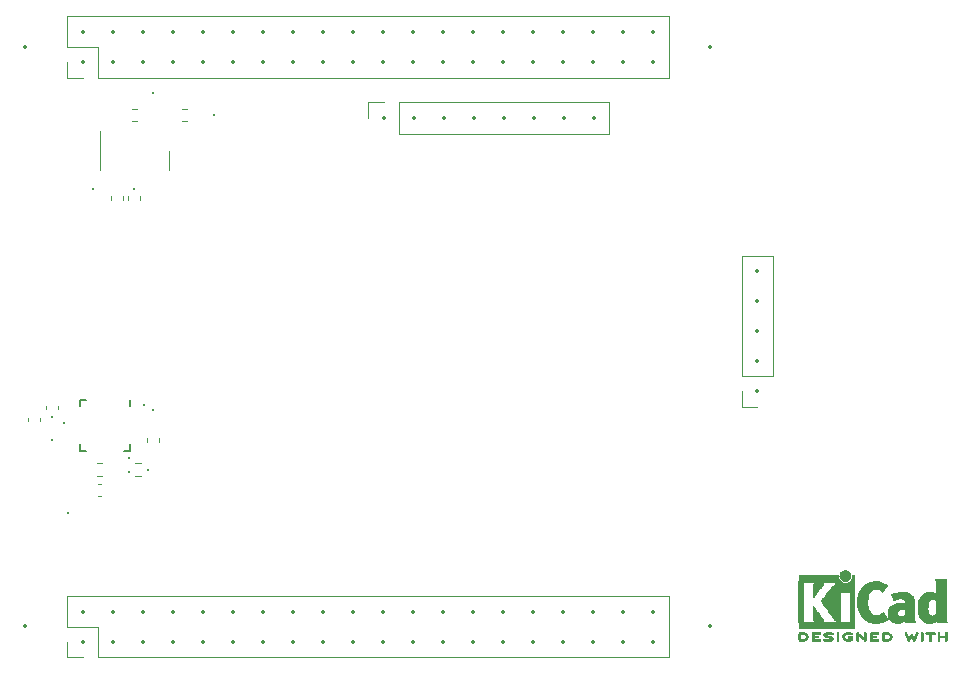
<source format=gbr>
%TF.GenerationSoftware,KiCad,Pcbnew,(6.0.1)*%
%TF.CreationDate,2022-01-17T17:26:23+08:00*%
%TF.ProjectId,ART-PI-HAT,4152542d-5049-42d4-9841-542e6b696361,rev?*%
%TF.SameCoordinates,Original*%
%TF.FileFunction,Legend,Top*%
%TF.FilePolarity,Positive*%
%FSLAX46Y46*%
G04 Gerber Fmt 4.6, Leading zero omitted, Abs format (unit mm)*
G04 Created by KiCad (PCBNEW (6.0.1)) date 2022-01-17 17:26:23*
%MOMM*%
%LPD*%
G01*
G04 APERTURE LIST*
%ADD10C,0.010000*%
%ADD11C,0.120000*%
%ADD12C,0.150000*%
%ADD13C,0.304800*%
%ADD14C,0.250000*%
%ADD15C,0.350000*%
G04 APERTURE END LIST*
D10*
%TO.C,REF\u002A\u002A*%
X156936507Y-105722245D02*
X156936526Y-105956662D01*
X156936526Y-105956662D02*
X156936552Y-106169603D01*
X156936552Y-106169603D02*
X156936625Y-106362168D01*
X156936625Y-106362168D02*
X156936782Y-106535459D01*
X156936782Y-106535459D02*
X156937064Y-106690576D01*
X156937064Y-106690576D02*
X156937509Y-106828620D01*
X156937509Y-106828620D02*
X156938156Y-106950692D01*
X156938156Y-106950692D02*
X156939045Y-107057894D01*
X156939045Y-107057894D02*
X156940213Y-107151326D01*
X156940213Y-107151326D02*
X156941701Y-107232090D01*
X156941701Y-107232090D02*
X156943546Y-107301286D01*
X156943546Y-107301286D02*
X156945789Y-107360015D01*
X156945789Y-107360015D02*
X156948469Y-107409379D01*
X156948469Y-107409379D02*
X156951623Y-107450478D01*
X156951623Y-107450478D02*
X156955292Y-107484413D01*
X156955292Y-107484413D02*
X156959513Y-107512286D01*
X156959513Y-107512286D02*
X156964327Y-107535198D01*
X156964327Y-107535198D02*
X156969773Y-107554249D01*
X156969773Y-107554249D02*
X156975888Y-107570540D01*
X156975888Y-107570540D02*
X156982712Y-107585173D01*
X156982712Y-107585173D02*
X156990285Y-107599249D01*
X156990285Y-107599249D02*
X156998645Y-107613868D01*
X156998645Y-107613868D02*
X157003839Y-107622974D01*
X157003839Y-107622974D02*
X157038104Y-107683689D01*
X157038104Y-107683689D02*
X156179955Y-107683689D01*
X156179955Y-107683689D02*
X156179955Y-107587733D01*
X156179955Y-107587733D02*
X156179224Y-107544370D01*
X156179224Y-107544370D02*
X156177272Y-107511205D01*
X156177272Y-107511205D02*
X156174463Y-107493424D01*
X156174463Y-107493424D02*
X156173221Y-107491778D01*
X156173221Y-107491778D02*
X156161799Y-107498662D01*
X156161799Y-107498662D02*
X156139084Y-107516505D01*
X156139084Y-107516505D02*
X156116385Y-107535879D01*
X156116385Y-107535879D02*
X156061800Y-107576614D01*
X156061800Y-107576614D02*
X155992321Y-107617617D01*
X155992321Y-107617617D02*
X155915270Y-107655123D01*
X155915270Y-107655123D02*
X155837965Y-107685364D01*
X155837965Y-107685364D02*
X155807113Y-107695012D01*
X155807113Y-107695012D02*
X155738616Y-107709578D01*
X155738616Y-107709578D02*
X155655764Y-107719539D01*
X155655764Y-107719539D02*
X155566371Y-107724583D01*
X155566371Y-107724583D02*
X155478248Y-107724396D01*
X155478248Y-107724396D02*
X155399207Y-107718666D01*
X155399207Y-107718666D02*
X155361511Y-107712858D01*
X155361511Y-107712858D02*
X155223414Y-107674797D01*
X155223414Y-107674797D02*
X155096113Y-107617073D01*
X155096113Y-107617073D02*
X154980292Y-107540211D01*
X154980292Y-107540211D02*
X154876637Y-107444739D01*
X154876637Y-107444739D02*
X154785833Y-107331179D01*
X154785833Y-107331179D02*
X154719031Y-107220381D01*
X154719031Y-107220381D02*
X154664164Y-107103625D01*
X154664164Y-107103625D02*
X154622163Y-106984276D01*
X154622163Y-106984276D02*
X154592167Y-106858283D01*
X154592167Y-106858283D02*
X154573311Y-106721594D01*
X154573311Y-106721594D02*
X154564732Y-106570158D01*
X154564732Y-106570158D02*
X154564006Y-106492711D01*
X154564006Y-106492711D02*
X154566100Y-106435934D01*
X154566100Y-106435934D02*
X155395217Y-106435934D01*
X155395217Y-106435934D02*
X155395424Y-106529002D01*
X155395424Y-106529002D02*
X155398337Y-106616692D01*
X155398337Y-106616692D02*
X155404000Y-106693772D01*
X155404000Y-106693772D02*
X155412455Y-106755009D01*
X155412455Y-106755009D02*
X155415038Y-106767350D01*
X155415038Y-106767350D02*
X155446840Y-106874633D01*
X155446840Y-106874633D02*
X155488498Y-106961658D01*
X155488498Y-106961658D02*
X155540363Y-107028642D01*
X155540363Y-107028642D02*
X155602781Y-107075805D01*
X155602781Y-107075805D02*
X155676100Y-107103365D01*
X155676100Y-107103365D02*
X155760669Y-107111541D01*
X155760669Y-107111541D02*
X155856835Y-107100551D01*
X155856835Y-107100551D02*
X155920311Y-107084829D01*
X155920311Y-107084829D02*
X155969454Y-107066639D01*
X155969454Y-107066639D02*
X156023583Y-107040791D01*
X156023583Y-107040791D02*
X156064244Y-107017089D01*
X156064244Y-107017089D02*
X156134800Y-106970721D01*
X156134800Y-106970721D02*
X156134800Y-105820530D01*
X156134800Y-105820530D02*
X156067392Y-105776962D01*
X156067392Y-105776962D02*
X155988867Y-105736040D01*
X155988867Y-105736040D02*
X155904681Y-105709389D01*
X155904681Y-105709389D02*
X155819557Y-105697465D01*
X155819557Y-105697465D02*
X155738216Y-105700722D01*
X155738216Y-105700722D02*
X155665380Y-105719615D01*
X155665380Y-105719615D02*
X155633426Y-105735184D01*
X155633426Y-105735184D02*
X155575501Y-105778181D01*
X155575501Y-105778181D02*
X155526544Y-105834953D01*
X155526544Y-105834953D02*
X155485390Y-105907575D01*
X155485390Y-105907575D02*
X155450874Y-105998121D01*
X155450874Y-105998121D02*
X155421833Y-106108666D01*
X155421833Y-106108666D02*
X155420552Y-106114533D01*
X155420552Y-106114533D02*
X155410381Y-106176788D01*
X155410381Y-106176788D02*
X155402739Y-106254594D01*
X155402739Y-106254594D02*
X155397670Y-106342720D01*
X155397670Y-106342720D02*
X155395217Y-106435934D01*
X155395217Y-106435934D02*
X154566100Y-106435934D01*
X154566100Y-106435934D02*
X154571857Y-106279895D01*
X154571857Y-106279895D02*
X154593802Y-106084059D01*
X154593802Y-106084059D02*
X154629786Y-105905332D01*
X154629786Y-105905332D02*
X154679759Y-105743845D01*
X154679759Y-105743845D02*
X154743668Y-105599726D01*
X154743668Y-105599726D02*
X154821462Y-105473106D01*
X154821462Y-105473106D02*
X154913089Y-105364115D01*
X154913089Y-105364115D02*
X155018497Y-105272883D01*
X155018497Y-105272883D02*
X155063662Y-105241932D01*
X155063662Y-105241932D02*
X155164611Y-105185785D01*
X155164611Y-105185785D02*
X155267901Y-105146174D01*
X155267901Y-105146174D02*
X155377989Y-105122014D01*
X155377989Y-105122014D02*
X155499330Y-105112219D01*
X155499330Y-105112219D02*
X155591836Y-105113265D01*
X155591836Y-105113265D02*
X155721490Y-105124231D01*
X155721490Y-105124231D02*
X155834084Y-105146046D01*
X155834084Y-105146046D02*
X155932875Y-105179714D01*
X155932875Y-105179714D02*
X156021121Y-105226236D01*
X156021121Y-105226236D02*
X156069986Y-105260448D01*
X156069986Y-105260448D02*
X156099353Y-105282362D01*
X156099353Y-105282362D02*
X156121043Y-105297333D01*
X156121043Y-105297333D02*
X156129253Y-105301733D01*
X156129253Y-105301733D02*
X156130868Y-105290904D01*
X156130868Y-105290904D02*
X156132159Y-105260251D01*
X156132159Y-105260251D02*
X156133138Y-105212526D01*
X156133138Y-105212526D02*
X156133817Y-105150479D01*
X156133817Y-105150479D02*
X156134210Y-105076862D01*
X156134210Y-105076862D02*
X156134330Y-104994427D01*
X156134330Y-104994427D02*
X156134188Y-104905925D01*
X156134188Y-104905925D02*
X156133797Y-104814107D01*
X156133797Y-104814107D02*
X156133171Y-104721724D01*
X156133171Y-104721724D02*
X156132320Y-104631528D01*
X156132320Y-104631528D02*
X156131260Y-104546271D01*
X156131260Y-104546271D02*
X156130001Y-104468703D01*
X156130001Y-104468703D02*
X156128556Y-104401576D01*
X156128556Y-104401576D02*
X156126938Y-104347641D01*
X156126938Y-104347641D02*
X156125161Y-104309650D01*
X156125161Y-104309650D02*
X156124669Y-104302667D01*
X156124669Y-104302667D02*
X156117092Y-104232251D01*
X156117092Y-104232251D02*
X156105531Y-104177102D01*
X156105531Y-104177102D02*
X156087792Y-104129981D01*
X156087792Y-104129981D02*
X156061682Y-104083647D01*
X156061682Y-104083647D02*
X156055415Y-104074067D01*
X156055415Y-104074067D02*
X156030983Y-104037378D01*
X156030983Y-104037378D02*
X156936311Y-104037378D01*
X156936311Y-104037378D02*
X156936507Y-105722245D01*
X156936507Y-105722245D02*
X156936507Y-105722245D01*
G36*
X154593802Y-106084059D02*
G01*
X154629786Y-105905332D01*
X154679759Y-105743845D01*
X154743668Y-105599726D01*
X154821462Y-105473106D01*
X154913089Y-105364115D01*
X155018497Y-105272883D01*
X155063662Y-105241932D01*
X155164611Y-105185785D01*
X155267901Y-105146174D01*
X155377989Y-105122014D01*
X155499330Y-105112219D01*
X155591836Y-105113265D01*
X155721490Y-105124231D01*
X155834084Y-105146046D01*
X155932875Y-105179714D01*
X156021121Y-105226236D01*
X156069986Y-105260448D01*
X156099353Y-105282362D01*
X156121043Y-105297333D01*
X156129253Y-105301733D01*
X156130868Y-105290904D01*
X156132159Y-105260251D01*
X156133138Y-105212526D01*
X156133817Y-105150479D01*
X156134210Y-105076862D01*
X156134330Y-104994427D01*
X156134188Y-104905925D01*
X156133797Y-104814107D01*
X156133171Y-104721724D01*
X156132320Y-104631528D01*
X156131260Y-104546271D01*
X156130001Y-104468703D01*
X156128556Y-104401576D01*
X156126938Y-104347641D01*
X156125161Y-104309650D01*
X156124669Y-104302667D01*
X156117092Y-104232251D01*
X156105531Y-104177102D01*
X156087792Y-104129981D01*
X156061682Y-104083647D01*
X156055415Y-104074067D01*
X156030983Y-104037378D01*
X156936311Y-104037378D01*
X156936507Y-105722245D01*
X156936526Y-105956662D01*
X156936552Y-106169603D01*
X156936625Y-106362168D01*
X156936782Y-106535459D01*
X156937064Y-106690576D01*
X156937509Y-106828620D01*
X156938156Y-106950692D01*
X156939045Y-107057894D01*
X156940213Y-107151326D01*
X156941701Y-107232090D01*
X156943546Y-107301286D01*
X156945789Y-107360015D01*
X156948469Y-107409379D01*
X156951623Y-107450478D01*
X156955292Y-107484413D01*
X156959513Y-107512286D01*
X156964327Y-107535198D01*
X156969773Y-107554249D01*
X156975888Y-107570540D01*
X156982712Y-107585173D01*
X156990285Y-107599249D01*
X156998645Y-107613868D01*
X157003839Y-107622974D01*
X157038104Y-107683689D01*
X156179955Y-107683689D01*
X156179955Y-107587733D01*
X156179224Y-107544370D01*
X156177272Y-107511205D01*
X156174463Y-107493424D01*
X156173221Y-107491778D01*
X156161799Y-107498662D01*
X156139084Y-107516505D01*
X156116385Y-107535879D01*
X156061800Y-107576614D01*
X155992321Y-107617617D01*
X155915270Y-107655123D01*
X155837965Y-107685364D01*
X155807113Y-107695012D01*
X155738616Y-107709578D01*
X155655764Y-107719539D01*
X155566371Y-107724583D01*
X155478248Y-107724396D01*
X155399207Y-107718666D01*
X155361511Y-107712858D01*
X155223414Y-107674797D01*
X155096113Y-107617073D01*
X154980292Y-107540211D01*
X154876637Y-107444739D01*
X154785833Y-107331179D01*
X154719031Y-107220381D01*
X154664164Y-107103625D01*
X154622163Y-106984276D01*
X154592167Y-106858283D01*
X154573311Y-106721594D01*
X154564732Y-106570158D01*
X154564006Y-106492711D01*
X154566100Y-106435934D01*
X155395217Y-106435934D01*
X155395424Y-106529002D01*
X155398337Y-106616692D01*
X155404000Y-106693772D01*
X155412455Y-106755009D01*
X155415038Y-106767350D01*
X155446840Y-106874633D01*
X155488498Y-106961658D01*
X155540363Y-107028642D01*
X155602781Y-107075805D01*
X155676100Y-107103365D01*
X155760669Y-107111541D01*
X155856835Y-107100551D01*
X155920311Y-107084829D01*
X155969454Y-107066639D01*
X156023583Y-107040791D01*
X156064244Y-107017089D01*
X156134800Y-106970721D01*
X156134800Y-105820530D01*
X156067392Y-105776962D01*
X155988867Y-105736040D01*
X155904681Y-105709389D01*
X155819557Y-105697465D01*
X155738216Y-105700722D01*
X155665380Y-105719615D01*
X155633426Y-105735184D01*
X155575501Y-105778181D01*
X155526544Y-105834953D01*
X155485390Y-105907575D01*
X155450874Y-105998121D01*
X155421833Y-106108666D01*
X155420552Y-106114533D01*
X155410381Y-106176788D01*
X155402739Y-106254594D01*
X155397670Y-106342720D01*
X155395217Y-106435934D01*
X154566100Y-106435934D01*
X154571857Y-106279895D01*
X154593802Y-106084059D01*
G37*
X154593802Y-106084059D02*
X154629786Y-105905332D01*
X154679759Y-105743845D01*
X154743668Y-105599726D01*
X154821462Y-105473106D01*
X154913089Y-105364115D01*
X155018497Y-105272883D01*
X155063662Y-105241932D01*
X155164611Y-105185785D01*
X155267901Y-105146174D01*
X155377989Y-105122014D01*
X155499330Y-105112219D01*
X155591836Y-105113265D01*
X155721490Y-105124231D01*
X155834084Y-105146046D01*
X155932875Y-105179714D01*
X156021121Y-105226236D01*
X156069986Y-105260448D01*
X156099353Y-105282362D01*
X156121043Y-105297333D01*
X156129253Y-105301733D01*
X156130868Y-105290904D01*
X156132159Y-105260251D01*
X156133138Y-105212526D01*
X156133817Y-105150479D01*
X156134210Y-105076862D01*
X156134330Y-104994427D01*
X156134188Y-104905925D01*
X156133797Y-104814107D01*
X156133171Y-104721724D01*
X156132320Y-104631528D01*
X156131260Y-104546271D01*
X156130001Y-104468703D01*
X156128556Y-104401576D01*
X156126938Y-104347641D01*
X156125161Y-104309650D01*
X156124669Y-104302667D01*
X156117092Y-104232251D01*
X156105531Y-104177102D01*
X156087792Y-104129981D01*
X156061682Y-104083647D01*
X156055415Y-104074067D01*
X156030983Y-104037378D01*
X156936311Y-104037378D01*
X156936507Y-105722245D01*
X156936526Y-105956662D01*
X156936552Y-106169603D01*
X156936625Y-106362168D01*
X156936782Y-106535459D01*
X156937064Y-106690576D01*
X156937509Y-106828620D01*
X156938156Y-106950692D01*
X156939045Y-107057894D01*
X156940213Y-107151326D01*
X156941701Y-107232090D01*
X156943546Y-107301286D01*
X156945789Y-107360015D01*
X156948469Y-107409379D01*
X156951623Y-107450478D01*
X156955292Y-107484413D01*
X156959513Y-107512286D01*
X156964327Y-107535198D01*
X156969773Y-107554249D01*
X156975888Y-107570540D01*
X156982712Y-107585173D01*
X156990285Y-107599249D01*
X156998645Y-107613868D01*
X157003839Y-107622974D01*
X157038104Y-107683689D01*
X156179955Y-107683689D01*
X156179955Y-107587733D01*
X156179224Y-107544370D01*
X156177272Y-107511205D01*
X156174463Y-107493424D01*
X156173221Y-107491778D01*
X156161799Y-107498662D01*
X156139084Y-107516505D01*
X156116385Y-107535879D01*
X156061800Y-107576614D01*
X155992321Y-107617617D01*
X155915270Y-107655123D01*
X155837965Y-107685364D01*
X155807113Y-107695012D01*
X155738616Y-107709578D01*
X155655764Y-107719539D01*
X155566371Y-107724583D01*
X155478248Y-107724396D01*
X155399207Y-107718666D01*
X155361511Y-107712858D01*
X155223414Y-107674797D01*
X155096113Y-107617073D01*
X154980292Y-107540211D01*
X154876637Y-107444739D01*
X154785833Y-107331179D01*
X154719031Y-107220381D01*
X154664164Y-107103625D01*
X154622163Y-106984276D01*
X154592167Y-106858283D01*
X154573311Y-106721594D01*
X154564732Y-106570158D01*
X154564006Y-106492711D01*
X154566100Y-106435934D01*
X155395217Y-106435934D01*
X155395424Y-106529002D01*
X155398337Y-106616692D01*
X155404000Y-106693772D01*
X155412455Y-106755009D01*
X155415038Y-106767350D01*
X155446840Y-106874633D01*
X155488498Y-106961658D01*
X155540363Y-107028642D01*
X155602781Y-107075805D01*
X155676100Y-107103365D01*
X155760669Y-107111541D01*
X155856835Y-107100551D01*
X155920311Y-107084829D01*
X155969454Y-107066639D01*
X156023583Y-107040791D01*
X156064244Y-107017089D01*
X156134800Y-106970721D01*
X156134800Y-105820530D01*
X156067392Y-105776962D01*
X155988867Y-105736040D01*
X155904681Y-105709389D01*
X155819557Y-105697465D01*
X155738216Y-105700722D01*
X155665380Y-105719615D01*
X155633426Y-105735184D01*
X155575501Y-105778181D01*
X155526544Y-105834953D01*
X155485390Y-105907575D01*
X155450874Y-105998121D01*
X155421833Y-106108666D01*
X155420552Y-106114533D01*
X155410381Y-106176788D01*
X155402739Y-106254594D01*
X155397670Y-106342720D01*
X155395217Y-106435934D01*
X154566100Y-106435934D01*
X154571857Y-106279895D01*
X154593802Y-106084059D01*
X155713065Y-108519163D02*
X155791772Y-108519542D01*
X155791772Y-108519542D02*
X155852863Y-108520333D01*
X155852863Y-108520333D02*
X155898817Y-108521670D01*
X155898817Y-108521670D02*
X155932114Y-108523683D01*
X155932114Y-108523683D02*
X155955236Y-108526506D01*
X155955236Y-108526506D02*
X155970662Y-108530269D01*
X155970662Y-108530269D02*
X155980871Y-108535105D01*
X155980871Y-108535105D02*
X155985813Y-108538822D01*
X155985813Y-108538822D02*
X156011457Y-108571358D01*
X156011457Y-108571358D02*
X156014559Y-108605138D01*
X156014559Y-108605138D02*
X155998711Y-108635826D01*
X155998711Y-108635826D02*
X155988348Y-108648089D01*
X155988348Y-108648089D02*
X155977196Y-108656450D01*
X155977196Y-108656450D02*
X155961035Y-108661657D01*
X155961035Y-108661657D02*
X155935642Y-108664457D01*
X155935642Y-108664457D02*
X155896798Y-108665596D01*
X155896798Y-108665596D02*
X155840280Y-108665821D01*
X155840280Y-108665821D02*
X155829180Y-108665822D01*
X155829180Y-108665822D02*
X155683244Y-108665822D01*
X155683244Y-108665822D02*
X155683244Y-108936756D01*
X155683244Y-108936756D02*
X155683148Y-109022154D01*
X155683148Y-109022154D02*
X155682711Y-109087864D01*
X155682711Y-109087864D02*
X155681712Y-109136774D01*
X155681712Y-109136774D02*
X155679928Y-109171773D01*
X155679928Y-109171773D02*
X155677137Y-109195749D01*
X155677137Y-109195749D02*
X155673117Y-109211593D01*
X155673117Y-109211593D02*
X155667645Y-109222191D01*
X155667645Y-109222191D02*
X155660666Y-109230267D01*
X155660666Y-109230267D02*
X155627734Y-109250112D01*
X155627734Y-109250112D02*
X155593354Y-109248548D01*
X155593354Y-109248548D02*
X155562176Y-109225906D01*
X155562176Y-109225906D02*
X155559886Y-109223100D01*
X155559886Y-109223100D02*
X155552429Y-109212492D01*
X155552429Y-109212492D02*
X155546747Y-109200081D01*
X155546747Y-109200081D02*
X155542601Y-109182850D01*
X155542601Y-109182850D02*
X155539750Y-109157784D01*
X155539750Y-109157784D02*
X155537954Y-109121867D01*
X155537954Y-109121867D02*
X155536972Y-109072083D01*
X155536972Y-109072083D02*
X155536564Y-109005417D01*
X155536564Y-109005417D02*
X155536489Y-108929589D01*
X155536489Y-108929589D02*
X155536489Y-108665822D01*
X155536489Y-108665822D02*
X155397127Y-108665822D01*
X155397127Y-108665822D02*
X155337322Y-108665418D01*
X155337322Y-108665418D02*
X155295918Y-108663840D01*
X155295918Y-108663840D02*
X155268748Y-108660547D01*
X155268748Y-108660547D02*
X155251646Y-108654992D01*
X155251646Y-108654992D02*
X155240443Y-108646631D01*
X155240443Y-108646631D02*
X155239083Y-108645178D01*
X155239083Y-108645178D02*
X155222725Y-108611939D01*
X155222725Y-108611939D02*
X155224172Y-108574362D01*
X155224172Y-108574362D02*
X155242978Y-108541645D01*
X155242978Y-108541645D02*
X155250250Y-108535298D01*
X155250250Y-108535298D02*
X155259627Y-108530266D01*
X155259627Y-108530266D02*
X155273609Y-108526396D01*
X155273609Y-108526396D02*
X155294696Y-108523537D01*
X155294696Y-108523537D02*
X155325389Y-108521535D01*
X155325389Y-108521535D02*
X155368189Y-108520239D01*
X155368189Y-108520239D02*
X155425595Y-108519498D01*
X155425595Y-108519498D02*
X155500110Y-108519158D01*
X155500110Y-108519158D02*
X155594233Y-108519068D01*
X155594233Y-108519068D02*
X155614260Y-108519067D01*
X155614260Y-108519067D02*
X155713065Y-108519163D01*
X155713065Y-108519163D02*
X155713065Y-108519163D01*
G36*
X155713065Y-108519163D02*
G01*
X155791772Y-108519542D01*
X155852863Y-108520333D01*
X155898817Y-108521670D01*
X155932114Y-108523683D01*
X155955236Y-108526506D01*
X155970662Y-108530269D01*
X155980871Y-108535105D01*
X155985813Y-108538822D01*
X156011457Y-108571358D01*
X156014559Y-108605138D01*
X155998711Y-108635826D01*
X155988348Y-108648089D01*
X155977196Y-108656450D01*
X155961035Y-108661657D01*
X155935642Y-108664457D01*
X155896798Y-108665596D01*
X155840280Y-108665821D01*
X155829180Y-108665822D01*
X155683244Y-108665822D01*
X155683244Y-108936756D01*
X155683148Y-109022154D01*
X155682711Y-109087864D01*
X155681712Y-109136774D01*
X155679928Y-109171773D01*
X155677137Y-109195749D01*
X155673117Y-109211593D01*
X155667645Y-109222191D01*
X155660666Y-109230267D01*
X155627734Y-109250112D01*
X155593354Y-109248548D01*
X155562176Y-109225906D01*
X155559886Y-109223100D01*
X155552429Y-109212492D01*
X155546747Y-109200081D01*
X155542601Y-109182850D01*
X155539750Y-109157784D01*
X155537954Y-109121867D01*
X155536972Y-109072083D01*
X155536564Y-109005417D01*
X155536489Y-108929589D01*
X155536489Y-108665822D01*
X155397127Y-108665822D01*
X155337322Y-108665418D01*
X155295918Y-108663840D01*
X155268748Y-108660547D01*
X155251646Y-108654992D01*
X155240443Y-108646631D01*
X155239083Y-108645178D01*
X155222725Y-108611939D01*
X155224172Y-108574362D01*
X155242978Y-108541645D01*
X155250250Y-108535298D01*
X155259627Y-108530266D01*
X155273609Y-108526396D01*
X155294696Y-108523537D01*
X155325389Y-108521535D01*
X155368189Y-108520239D01*
X155425595Y-108519498D01*
X155500110Y-108519158D01*
X155594233Y-108519068D01*
X155614260Y-108519067D01*
X155713065Y-108519163D01*
G37*
X155713065Y-108519163D02*
X155791772Y-108519542D01*
X155852863Y-108520333D01*
X155898817Y-108521670D01*
X155932114Y-108523683D01*
X155955236Y-108526506D01*
X155970662Y-108530269D01*
X155980871Y-108535105D01*
X155985813Y-108538822D01*
X156011457Y-108571358D01*
X156014559Y-108605138D01*
X155998711Y-108635826D01*
X155988348Y-108648089D01*
X155977196Y-108656450D01*
X155961035Y-108661657D01*
X155935642Y-108664457D01*
X155896798Y-108665596D01*
X155840280Y-108665821D01*
X155829180Y-108665822D01*
X155683244Y-108665822D01*
X155683244Y-108936756D01*
X155683148Y-109022154D01*
X155682711Y-109087864D01*
X155681712Y-109136774D01*
X155679928Y-109171773D01*
X155677137Y-109195749D01*
X155673117Y-109211593D01*
X155667645Y-109222191D01*
X155660666Y-109230267D01*
X155627734Y-109250112D01*
X155593354Y-109248548D01*
X155562176Y-109225906D01*
X155559886Y-109223100D01*
X155552429Y-109212492D01*
X155546747Y-109200081D01*
X155542601Y-109182850D01*
X155539750Y-109157784D01*
X155537954Y-109121867D01*
X155536972Y-109072083D01*
X155536564Y-109005417D01*
X155536489Y-108929589D01*
X155536489Y-108665822D01*
X155397127Y-108665822D01*
X155337322Y-108665418D01*
X155295918Y-108663840D01*
X155268748Y-108660547D01*
X155251646Y-108654992D01*
X155240443Y-108646631D01*
X155239083Y-108645178D01*
X155222725Y-108611939D01*
X155224172Y-108574362D01*
X155242978Y-108541645D01*
X155250250Y-108535298D01*
X155259627Y-108530266D01*
X155273609Y-108526396D01*
X155294696Y-108523537D01*
X155325389Y-108521535D01*
X155368189Y-108520239D01*
X155425595Y-108519498D01*
X155500110Y-108519158D01*
X155594233Y-108519068D01*
X155614260Y-108519067D01*
X155713065Y-108519163D01*
X144628629Y-108519066D02*
X144668111Y-108519467D01*
X144668111Y-108519467D02*
X144783800Y-108522259D01*
X144783800Y-108522259D02*
X144880689Y-108530550D01*
X144880689Y-108530550D02*
X144962081Y-108545232D01*
X144962081Y-108545232D02*
X145031277Y-108567193D01*
X145031277Y-108567193D02*
X145091580Y-108597322D01*
X145091580Y-108597322D02*
X145146292Y-108636510D01*
X145146292Y-108636510D02*
X145165833Y-108653532D01*
X145165833Y-108653532D02*
X145198250Y-108693363D01*
X145198250Y-108693363D02*
X145227480Y-108747413D01*
X145227480Y-108747413D02*
X145250009Y-108807323D01*
X145250009Y-108807323D02*
X145262321Y-108864739D01*
X145262321Y-108864739D02*
X145263600Y-108885956D01*
X145263600Y-108885956D02*
X145255583Y-108944769D01*
X145255583Y-108944769D02*
X145234101Y-109009013D01*
X145234101Y-109009013D02*
X145203001Y-109069821D01*
X145203001Y-109069821D02*
X145166134Y-109118330D01*
X145166134Y-109118330D02*
X145160146Y-109124182D01*
X145160146Y-109124182D02*
X145109421Y-109165321D01*
X145109421Y-109165321D02*
X145053875Y-109197435D01*
X145053875Y-109197435D02*
X144990304Y-109221365D01*
X144990304Y-109221365D02*
X144915506Y-109237953D01*
X144915506Y-109237953D02*
X144826278Y-109248041D01*
X144826278Y-109248041D02*
X144719418Y-109252469D01*
X144719418Y-109252469D02*
X144670472Y-109252845D01*
X144670472Y-109252845D02*
X144608238Y-109252545D01*
X144608238Y-109252545D02*
X144564472Y-109251292D01*
X144564472Y-109251292D02*
X144535069Y-109248554D01*
X144535069Y-109248554D02*
X144515921Y-109243801D01*
X144515921Y-109243801D02*
X144502923Y-109236501D01*
X144502923Y-109236501D02*
X144495955Y-109230267D01*
X144495955Y-109230267D02*
X144489374Y-109222694D01*
X144489374Y-109222694D02*
X144484212Y-109212924D01*
X144484212Y-109212924D02*
X144480297Y-109198340D01*
X144480297Y-109198340D02*
X144477457Y-109176326D01*
X144477457Y-109176326D02*
X144475520Y-109144264D01*
X144475520Y-109144264D02*
X144474316Y-109099536D01*
X144474316Y-109099536D02*
X144473672Y-109039526D01*
X144473672Y-109039526D02*
X144473417Y-108961617D01*
X144473417Y-108961617D02*
X144473378Y-108885956D01*
X144473378Y-108885956D02*
X144473130Y-108785041D01*
X144473130Y-108785041D02*
X144473183Y-108704427D01*
X144473183Y-108704427D02*
X144474143Y-108665822D01*
X144474143Y-108665822D02*
X144620133Y-108665822D01*
X144620133Y-108665822D02*
X144620133Y-109106089D01*
X144620133Y-109106089D02*
X144713266Y-109106004D01*
X144713266Y-109106004D02*
X144769307Y-109104396D01*
X144769307Y-109104396D02*
X144828001Y-109100256D01*
X144828001Y-109100256D02*
X144876972Y-109094464D01*
X144876972Y-109094464D02*
X144878462Y-109094226D01*
X144878462Y-109094226D02*
X144957608Y-109075090D01*
X144957608Y-109075090D02*
X145018998Y-109045287D01*
X145018998Y-109045287D02*
X145065695Y-109002878D01*
X145065695Y-109002878D02*
X145095365Y-108956961D01*
X145095365Y-108956961D02*
X145113647Y-108906026D01*
X145113647Y-108906026D02*
X145112229Y-108858200D01*
X145112229Y-108858200D02*
X145091012Y-108806933D01*
X145091012Y-108806933D02*
X145049511Y-108753899D01*
X145049511Y-108753899D02*
X144992002Y-108714600D01*
X144992002Y-108714600D02*
X144917250Y-108688331D01*
X144917250Y-108688331D02*
X144867292Y-108679035D01*
X144867292Y-108679035D02*
X144810584Y-108672507D01*
X144810584Y-108672507D02*
X144750481Y-108667782D01*
X144750481Y-108667782D02*
X144699361Y-108665817D01*
X144699361Y-108665817D02*
X144696333Y-108665808D01*
X144696333Y-108665808D02*
X144620133Y-108665822D01*
X144620133Y-108665822D02*
X144474143Y-108665822D01*
X144474143Y-108665822D02*
X144474740Y-108641851D01*
X144474740Y-108641851D02*
X144479002Y-108595055D01*
X144479002Y-108595055D02*
X144487170Y-108561778D01*
X144487170Y-108561778D02*
X144500444Y-108539759D01*
X144500444Y-108539759D02*
X144520026Y-108526739D01*
X144520026Y-108526739D02*
X144547117Y-108520457D01*
X144547117Y-108520457D02*
X144582918Y-108518653D01*
X144582918Y-108518653D02*
X144628629Y-108519066D01*
X144628629Y-108519066D02*
X144628629Y-108519066D01*
G36*
X144479002Y-108595055D02*
G01*
X144487170Y-108561778D01*
X144500444Y-108539759D01*
X144520026Y-108526739D01*
X144547117Y-108520457D01*
X144582918Y-108518653D01*
X144628629Y-108519066D01*
X144668111Y-108519467D01*
X144783800Y-108522259D01*
X144880689Y-108530550D01*
X144962081Y-108545232D01*
X145031277Y-108567193D01*
X145091580Y-108597322D01*
X145146292Y-108636510D01*
X145165833Y-108653532D01*
X145198250Y-108693363D01*
X145227480Y-108747413D01*
X145250009Y-108807323D01*
X145262321Y-108864739D01*
X145263600Y-108885956D01*
X145255583Y-108944769D01*
X145234101Y-109009013D01*
X145203001Y-109069821D01*
X145166134Y-109118330D01*
X145160146Y-109124182D01*
X145109421Y-109165321D01*
X145053875Y-109197435D01*
X144990304Y-109221365D01*
X144915506Y-109237953D01*
X144826278Y-109248041D01*
X144719418Y-109252469D01*
X144670472Y-109252845D01*
X144608238Y-109252545D01*
X144564472Y-109251292D01*
X144535069Y-109248554D01*
X144515921Y-109243801D01*
X144502923Y-109236501D01*
X144495955Y-109230267D01*
X144489374Y-109222694D01*
X144484212Y-109212924D01*
X144480297Y-109198340D01*
X144477457Y-109176326D01*
X144475520Y-109144264D01*
X144474492Y-109106089D01*
X144620133Y-109106089D01*
X144713266Y-109106004D01*
X144769307Y-109104396D01*
X144828001Y-109100256D01*
X144876972Y-109094464D01*
X144878462Y-109094226D01*
X144957608Y-109075090D01*
X145018998Y-109045287D01*
X145065695Y-109002878D01*
X145095365Y-108956961D01*
X145113647Y-108906026D01*
X145112229Y-108858200D01*
X145091012Y-108806933D01*
X145049511Y-108753899D01*
X144992002Y-108714600D01*
X144917250Y-108688331D01*
X144867292Y-108679035D01*
X144810584Y-108672507D01*
X144750481Y-108667782D01*
X144699361Y-108665817D01*
X144696333Y-108665808D01*
X144620133Y-108665822D01*
X144620133Y-109106089D01*
X144474492Y-109106089D01*
X144474316Y-109099536D01*
X144473672Y-109039526D01*
X144473417Y-108961617D01*
X144473378Y-108885956D01*
X144473130Y-108785041D01*
X144473183Y-108704427D01*
X144474143Y-108665822D01*
X144474740Y-108641851D01*
X144479002Y-108595055D01*
G37*
X144479002Y-108595055D02*
X144487170Y-108561778D01*
X144500444Y-108539759D01*
X144520026Y-108526739D01*
X144547117Y-108520457D01*
X144582918Y-108518653D01*
X144628629Y-108519066D01*
X144668111Y-108519467D01*
X144783800Y-108522259D01*
X144880689Y-108530550D01*
X144962081Y-108545232D01*
X145031277Y-108567193D01*
X145091580Y-108597322D01*
X145146292Y-108636510D01*
X145165833Y-108653532D01*
X145198250Y-108693363D01*
X145227480Y-108747413D01*
X145250009Y-108807323D01*
X145262321Y-108864739D01*
X145263600Y-108885956D01*
X145255583Y-108944769D01*
X145234101Y-109009013D01*
X145203001Y-109069821D01*
X145166134Y-109118330D01*
X145160146Y-109124182D01*
X145109421Y-109165321D01*
X145053875Y-109197435D01*
X144990304Y-109221365D01*
X144915506Y-109237953D01*
X144826278Y-109248041D01*
X144719418Y-109252469D01*
X144670472Y-109252845D01*
X144608238Y-109252545D01*
X144564472Y-109251292D01*
X144535069Y-109248554D01*
X144515921Y-109243801D01*
X144502923Y-109236501D01*
X144495955Y-109230267D01*
X144489374Y-109222694D01*
X144484212Y-109212924D01*
X144480297Y-109198340D01*
X144477457Y-109176326D01*
X144475520Y-109144264D01*
X144474492Y-109106089D01*
X144620133Y-109106089D01*
X144713266Y-109106004D01*
X144769307Y-109104396D01*
X144828001Y-109100256D01*
X144876972Y-109094464D01*
X144878462Y-109094226D01*
X144957608Y-109075090D01*
X145018998Y-109045287D01*
X145065695Y-109002878D01*
X145095365Y-108956961D01*
X145113647Y-108906026D01*
X145112229Y-108858200D01*
X145091012Y-108806933D01*
X145049511Y-108753899D01*
X144992002Y-108714600D01*
X144917250Y-108688331D01*
X144867292Y-108679035D01*
X144810584Y-108672507D01*
X144750481Y-108667782D01*
X144699361Y-108665817D01*
X144696333Y-108665808D01*
X144620133Y-108665822D01*
X144620133Y-109106089D01*
X144474492Y-109106089D01*
X144474316Y-109099536D01*
X144473672Y-109039526D01*
X144473417Y-108961617D01*
X144473378Y-108885956D01*
X144473130Y-108785041D01*
X144473183Y-108704427D01*
X144474143Y-108665822D01*
X144474740Y-108641851D01*
X144479002Y-108595055D01*
X154494665Y-108521034D02*
X154514255Y-108528035D01*
X154514255Y-108528035D02*
X154515010Y-108528377D01*
X154515010Y-108528377D02*
X154541613Y-108548678D01*
X154541613Y-108548678D02*
X154556270Y-108569561D01*
X154556270Y-108569561D02*
X154559138Y-108579352D01*
X154559138Y-108579352D02*
X154558996Y-108592361D01*
X154558996Y-108592361D02*
X154554961Y-108610895D01*
X154554961Y-108610895D02*
X154546146Y-108637257D01*
X154546146Y-108637257D02*
X154531669Y-108673752D01*
X154531669Y-108673752D02*
X154510645Y-108722687D01*
X154510645Y-108722687D02*
X154482188Y-108786365D01*
X154482188Y-108786365D02*
X154445415Y-108867093D01*
X154445415Y-108867093D02*
X154425175Y-108911216D01*
X154425175Y-108911216D02*
X154388625Y-108989985D01*
X154388625Y-108989985D02*
X154354315Y-109062423D01*
X154354315Y-109062423D02*
X154323552Y-109125880D01*
X154323552Y-109125880D02*
X154297648Y-109177708D01*
X154297648Y-109177708D02*
X154277910Y-109215259D01*
X154277910Y-109215259D02*
X154265650Y-109235884D01*
X154265650Y-109235884D02*
X154263224Y-109238733D01*
X154263224Y-109238733D02*
X154232183Y-109251302D01*
X154232183Y-109251302D02*
X154197121Y-109249619D01*
X154197121Y-109249619D02*
X154169000Y-109234332D01*
X154169000Y-109234332D02*
X154167854Y-109233089D01*
X154167854Y-109233089D02*
X154156668Y-109216154D01*
X154156668Y-109216154D02*
X154137904Y-109183170D01*
X154137904Y-109183170D02*
X154113875Y-109138380D01*
X154113875Y-109138380D02*
X154086897Y-109086032D01*
X154086897Y-109086032D02*
X154077201Y-109066742D01*
X154077201Y-109066742D02*
X154004014Y-108920150D01*
X154004014Y-108920150D02*
X153924240Y-109079393D01*
X153924240Y-109079393D02*
X153895767Y-109134415D01*
X153895767Y-109134415D02*
X153869350Y-109182132D01*
X153869350Y-109182132D02*
X153847148Y-109218893D01*
X153847148Y-109218893D02*
X153831319Y-109241044D01*
X153831319Y-109241044D02*
X153825954Y-109245741D01*
X153825954Y-109245741D02*
X153784257Y-109252102D01*
X153784257Y-109252102D02*
X153749849Y-109238733D01*
X153749849Y-109238733D02*
X153739728Y-109224446D01*
X153739728Y-109224446D02*
X153722214Y-109192692D01*
X153722214Y-109192692D02*
X153698735Y-109146597D01*
X153698735Y-109146597D02*
X153670720Y-109089285D01*
X153670720Y-109089285D02*
X153639599Y-109023880D01*
X153639599Y-109023880D02*
X153606799Y-108953507D01*
X153606799Y-108953507D02*
X153573750Y-108881291D01*
X153573750Y-108881291D02*
X153541881Y-108810355D01*
X153541881Y-108810355D02*
X153512619Y-108743825D01*
X153512619Y-108743825D02*
X153487395Y-108684826D01*
X153487395Y-108684826D02*
X153467636Y-108636481D01*
X153467636Y-108636481D02*
X153454772Y-108601915D01*
X153454772Y-108601915D02*
X153450231Y-108584253D01*
X153450231Y-108584253D02*
X153450277Y-108583613D01*
X153450277Y-108583613D02*
X153461326Y-108561388D01*
X153461326Y-108561388D02*
X153483410Y-108538753D01*
X153483410Y-108538753D02*
X153484710Y-108537768D01*
X153484710Y-108537768D02*
X153511853Y-108522425D01*
X153511853Y-108522425D02*
X153536958Y-108522574D01*
X153536958Y-108522574D02*
X153546368Y-108525466D01*
X153546368Y-108525466D02*
X153557834Y-108531718D01*
X153557834Y-108531718D02*
X153570010Y-108544014D01*
X153570010Y-108544014D02*
X153584357Y-108564908D01*
X153584357Y-108564908D02*
X153602336Y-108596949D01*
X153602336Y-108596949D02*
X153625407Y-108642688D01*
X153625407Y-108642688D02*
X153655030Y-108704677D01*
X153655030Y-108704677D02*
X153681745Y-108761898D01*
X153681745Y-108761898D02*
X153712480Y-108828226D01*
X153712480Y-108828226D02*
X153740021Y-108887874D01*
X153740021Y-108887874D02*
X153762938Y-108937725D01*
X153762938Y-108937725D02*
X153779798Y-108974664D01*
X153779798Y-108974664D02*
X153789173Y-108995573D01*
X153789173Y-108995573D02*
X153790540Y-108998845D01*
X153790540Y-108998845D02*
X153796689Y-108993497D01*
X153796689Y-108993497D02*
X153810822Y-108971109D01*
X153810822Y-108971109D02*
X153831057Y-108934946D01*
X153831057Y-108934946D02*
X153855515Y-108888277D01*
X153855515Y-108888277D02*
X153865248Y-108869022D01*
X153865248Y-108869022D02*
X153898217Y-108804004D01*
X153898217Y-108804004D02*
X153923643Y-108756654D01*
X153923643Y-108756654D02*
X153943612Y-108724219D01*
X153943612Y-108724219D02*
X153960210Y-108703946D01*
X153960210Y-108703946D02*
X153975524Y-108693082D01*
X153975524Y-108693082D02*
X153991640Y-108688875D01*
X153991640Y-108688875D02*
X154002143Y-108688400D01*
X154002143Y-108688400D02*
X154020670Y-108690042D01*
X154020670Y-108690042D02*
X154036904Y-108696831D01*
X154036904Y-108696831D02*
X154053035Y-108711566D01*
X154053035Y-108711566D02*
X154071251Y-108737044D01*
X154071251Y-108737044D02*
X154093739Y-108776061D01*
X154093739Y-108776061D02*
X154122689Y-108831414D01*
X154122689Y-108831414D02*
X154138662Y-108862903D01*
X154138662Y-108862903D02*
X154164570Y-108913087D01*
X154164570Y-108913087D02*
X154187167Y-108954704D01*
X154187167Y-108954704D02*
X154204458Y-108984242D01*
X154204458Y-108984242D02*
X154214450Y-108998189D01*
X154214450Y-108998189D02*
X154215809Y-108998770D01*
X154215809Y-108998770D02*
X154222261Y-108987793D01*
X154222261Y-108987793D02*
X154236708Y-108959290D01*
X154236708Y-108959290D02*
X154257703Y-108916244D01*
X154257703Y-108916244D02*
X154283797Y-108861638D01*
X154283797Y-108861638D02*
X154313546Y-108798454D01*
X154313546Y-108798454D02*
X154328180Y-108767071D01*
X154328180Y-108767071D02*
X154366250Y-108686078D01*
X154366250Y-108686078D02*
X154396905Y-108623756D01*
X154396905Y-108623756D02*
X154421737Y-108578071D01*
X154421737Y-108578071D02*
X154442337Y-108546989D01*
X154442337Y-108546989D02*
X154460298Y-108528478D01*
X154460298Y-108528478D02*
X154477210Y-108520504D01*
X154477210Y-108520504D02*
X154494665Y-108521034D01*
X154494665Y-108521034D02*
X154494665Y-108521034D01*
G36*
X154494665Y-108521034D02*
G01*
X154514255Y-108528035D01*
X154515010Y-108528377D01*
X154541613Y-108548678D01*
X154556270Y-108569561D01*
X154559138Y-108579352D01*
X154558996Y-108592361D01*
X154554961Y-108610895D01*
X154546146Y-108637257D01*
X154531669Y-108673752D01*
X154510645Y-108722687D01*
X154482188Y-108786365D01*
X154445415Y-108867093D01*
X154425175Y-108911216D01*
X154388625Y-108989985D01*
X154354315Y-109062423D01*
X154323552Y-109125880D01*
X154297648Y-109177708D01*
X154277910Y-109215259D01*
X154265650Y-109235884D01*
X154263224Y-109238733D01*
X154232183Y-109251302D01*
X154197121Y-109249619D01*
X154169000Y-109234332D01*
X154167854Y-109233089D01*
X154156668Y-109216154D01*
X154137904Y-109183170D01*
X154113875Y-109138380D01*
X154086897Y-109086032D01*
X154077201Y-109066742D01*
X154004014Y-108920150D01*
X153924240Y-109079393D01*
X153895767Y-109134415D01*
X153869350Y-109182132D01*
X153847148Y-109218893D01*
X153831319Y-109241044D01*
X153825954Y-109245741D01*
X153784257Y-109252102D01*
X153749849Y-109238733D01*
X153739728Y-109224446D01*
X153722214Y-109192692D01*
X153698735Y-109146597D01*
X153670720Y-109089285D01*
X153639599Y-109023880D01*
X153606799Y-108953507D01*
X153573750Y-108881291D01*
X153541881Y-108810355D01*
X153512619Y-108743825D01*
X153487395Y-108684826D01*
X153467636Y-108636481D01*
X153454772Y-108601915D01*
X153450231Y-108584253D01*
X153450277Y-108583613D01*
X153461326Y-108561388D01*
X153483410Y-108538753D01*
X153484710Y-108537768D01*
X153511853Y-108522425D01*
X153536958Y-108522574D01*
X153546368Y-108525466D01*
X153557834Y-108531718D01*
X153570010Y-108544014D01*
X153584357Y-108564908D01*
X153602336Y-108596949D01*
X153625407Y-108642688D01*
X153655030Y-108704677D01*
X153681745Y-108761898D01*
X153712480Y-108828226D01*
X153740021Y-108887874D01*
X153762938Y-108937725D01*
X153779798Y-108974664D01*
X153789173Y-108995573D01*
X153790540Y-108998845D01*
X153796689Y-108993497D01*
X153810822Y-108971109D01*
X153831057Y-108934946D01*
X153855515Y-108888277D01*
X153865248Y-108869022D01*
X153898217Y-108804004D01*
X153923643Y-108756654D01*
X153943612Y-108724219D01*
X153960210Y-108703946D01*
X153975524Y-108693082D01*
X153991640Y-108688875D01*
X154002143Y-108688400D01*
X154020670Y-108690042D01*
X154036904Y-108696831D01*
X154053035Y-108711566D01*
X154071251Y-108737044D01*
X154093739Y-108776061D01*
X154122689Y-108831414D01*
X154138662Y-108862903D01*
X154164570Y-108913087D01*
X154187167Y-108954704D01*
X154204458Y-108984242D01*
X154214450Y-108998189D01*
X154215809Y-108998770D01*
X154222261Y-108987793D01*
X154236708Y-108959290D01*
X154257703Y-108916244D01*
X154283797Y-108861638D01*
X154313546Y-108798454D01*
X154328180Y-108767071D01*
X154366250Y-108686078D01*
X154396905Y-108623756D01*
X154421737Y-108578071D01*
X154442337Y-108546989D01*
X154460298Y-108528478D01*
X154477210Y-108520504D01*
X154494665Y-108521034D01*
G37*
X154494665Y-108521034D02*
X154514255Y-108528035D01*
X154515010Y-108528377D01*
X154541613Y-108548678D01*
X154556270Y-108569561D01*
X154559138Y-108579352D01*
X154558996Y-108592361D01*
X154554961Y-108610895D01*
X154546146Y-108637257D01*
X154531669Y-108673752D01*
X154510645Y-108722687D01*
X154482188Y-108786365D01*
X154445415Y-108867093D01*
X154425175Y-108911216D01*
X154388625Y-108989985D01*
X154354315Y-109062423D01*
X154323552Y-109125880D01*
X154297648Y-109177708D01*
X154277910Y-109215259D01*
X154265650Y-109235884D01*
X154263224Y-109238733D01*
X154232183Y-109251302D01*
X154197121Y-109249619D01*
X154169000Y-109234332D01*
X154167854Y-109233089D01*
X154156668Y-109216154D01*
X154137904Y-109183170D01*
X154113875Y-109138380D01*
X154086897Y-109086032D01*
X154077201Y-109066742D01*
X154004014Y-108920150D01*
X153924240Y-109079393D01*
X153895767Y-109134415D01*
X153869350Y-109182132D01*
X153847148Y-109218893D01*
X153831319Y-109241044D01*
X153825954Y-109245741D01*
X153784257Y-109252102D01*
X153749849Y-109238733D01*
X153739728Y-109224446D01*
X153722214Y-109192692D01*
X153698735Y-109146597D01*
X153670720Y-109089285D01*
X153639599Y-109023880D01*
X153606799Y-108953507D01*
X153573750Y-108881291D01*
X153541881Y-108810355D01*
X153512619Y-108743825D01*
X153487395Y-108684826D01*
X153467636Y-108636481D01*
X153454772Y-108601915D01*
X153450231Y-108584253D01*
X153450277Y-108583613D01*
X153461326Y-108561388D01*
X153483410Y-108538753D01*
X153484710Y-108537768D01*
X153511853Y-108522425D01*
X153536958Y-108522574D01*
X153546368Y-108525466D01*
X153557834Y-108531718D01*
X153570010Y-108544014D01*
X153584357Y-108564908D01*
X153602336Y-108596949D01*
X153625407Y-108642688D01*
X153655030Y-108704677D01*
X153681745Y-108761898D01*
X153712480Y-108828226D01*
X153740021Y-108887874D01*
X153762938Y-108937725D01*
X153779798Y-108974664D01*
X153789173Y-108995573D01*
X153790540Y-108998845D01*
X153796689Y-108993497D01*
X153810822Y-108971109D01*
X153831057Y-108934946D01*
X153855515Y-108888277D01*
X153865248Y-108869022D01*
X153898217Y-108804004D01*
X153923643Y-108756654D01*
X153943612Y-108724219D01*
X153960210Y-108703946D01*
X153975524Y-108693082D01*
X153991640Y-108688875D01*
X154002143Y-108688400D01*
X154020670Y-108690042D01*
X154036904Y-108696831D01*
X154053035Y-108711566D01*
X154071251Y-108737044D01*
X154093739Y-108776061D01*
X154122689Y-108831414D01*
X154138662Y-108862903D01*
X154164570Y-108913087D01*
X154187167Y-108954704D01*
X154204458Y-108984242D01*
X154214450Y-108998189D01*
X154215809Y-108998770D01*
X154222261Y-108987793D01*
X154236708Y-108959290D01*
X154257703Y-108916244D01*
X154283797Y-108861638D01*
X154313546Y-108798454D01*
X154328180Y-108767071D01*
X154366250Y-108686078D01*
X154396905Y-108623756D01*
X154421737Y-108578071D01*
X154442337Y-108546989D01*
X154460298Y-108528478D01*
X154477210Y-108520504D01*
X154494665Y-108521034D01*
X147803600Y-103739054D02*
X147814465Y-103852993D01*
X147814465Y-103852993D02*
X147846082Y-103960616D01*
X147846082Y-103960616D02*
X147896985Y-104059615D01*
X147896985Y-104059615D02*
X147965707Y-104147684D01*
X147965707Y-104147684D02*
X148050781Y-104222516D01*
X148050781Y-104222516D02*
X148147768Y-104280384D01*
X148147768Y-104280384D02*
X148254036Y-104320005D01*
X148254036Y-104320005D02*
X148361050Y-104338573D01*
X148361050Y-104338573D02*
X148466700Y-104337434D01*
X148466700Y-104337434D02*
X148568875Y-104317930D01*
X148568875Y-104317930D02*
X148665466Y-104281406D01*
X148665466Y-104281406D02*
X148754362Y-104229205D01*
X148754362Y-104229205D02*
X148833454Y-104162673D01*
X148833454Y-104162673D02*
X148900631Y-104083152D01*
X148900631Y-104083152D02*
X148953783Y-103991987D01*
X148953783Y-103991987D02*
X148990801Y-103890523D01*
X148990801Y-103890523D02*
X149009573Y-103780102D01*
X149009573Y-103780102D02*
X149011511Y-103730206D01*
X149011511Y-103730206D02*
X149011511Y-103642267D01*
X149011511Y-103642267D02*
X149063440Y-103642267D01*
X149063440Y-103642267D02*
X149099747Y-103645111D01*
X149099747Y-103645111D02*
X149126645Y-103656911D01*
X149126645Y-103656911D02*
X149153751Y-103680649D01*
X149153751Y-103680649D02*
X149192133Y-103719031D01*
X149192133Y-103719031D02*
X149192133Y-105910602D01*
X149192133Y-105910602D02*
X149192124Y-106172739D01*
X149192124Y-106172739D02*
X149192092Y-106413241D01*
X149192092Y-106413241D02*
X149192028Y-106633048D01*
X149192028Y-106633048D02*
X149191924Y-106833101D01*
X149191924Y-106833101D02*
X149191773Y-107014344D01*
X149191773Y-107014344D02*
X149191566Y-107177716D01*
X149191566Y-107177716D02*
X149191294Y-107324160D01*
X149191294Y-107324160D02*
X149190950Y-107454617D01*
X149190950Y-107454617D02*
X149190526Y-107570029D01*
X149190526Y-107570029D02*
X149190013Y-107671338D01*
X149190013Y-107671338D02*
X149189403Y-107759484D01*
X149189403Y-107759484D02*
X149188688Y-107835410D01*
X149188688Y-107835410D02*
X149187860Y-107900057D01*
X149187860Y-107900057D02*
X149186911Y-107954367D01*
X149186911Y-107954367D02*
X149185833Y-107999280D01*
X149185833Y-107999280D02*
X149184617Y-108035740D01*
X149184617Y-108035740D02*
X149183255Y-108064687D01*
X149183255Y-108064687D02*
X149181739Y-108087063D01*
X149181739Y-108087063D02*
X149180062Y-108103809D01*
X149180062Y-108103809D02*
X149178214Y-108115868D01*
X149178214Y-108115868D02*
X149176187Y-108124180D01*
X149176187Y-108124180D02*
X149173975Y-108129687D01*
X149173975Y-108129687D02*
X149172892Y-108131537D01*
X149172892Y-108131537D02*
X149168729Y-108138549D01*
X149168729Y-108138549D02*
X149165195Y-108144996D01*
X149165195Y-108144996D02*
X149161365Y-108150900D01*
X149161365Y-108150900D02*
X149156318Y-108156286D01*
X149156318Y-108156286D02*
X149149129Y-108161178D01*
X149149129Y-108161178D02*
X149138877Y-108165598D01*
X149138877Y-108165598D02*
X149124636Y-108169572D01*
X149124636Y-108169572D02*
X149105486Y-108173121D01*
X149105486Y-108173121D02*
X149080501Y-108176270D01*
X149080501Y-108176270D02*
X149048760Y-108179042D01*
X149048760Y-108179042D02*
X149009338Y-108181461D01*
X149009338Y-108181461D02*
X148961314Y-108183551D01*
X148961314Y-108183551D02*
X148903763Y-108185335D01*
X148903763Y-108185335D02*
X148835763Y-108186837D01*
X148835763Y-108186837D02*
X148756390Y-108188080D01*
X148756390Y-108188080D02*
X148664721Y-108189089D01*
X148664721Y-108189089D02*
X148559834Y-108189885D01*
X148559834Y-108189885D02*
X148440804Y-108190494D01*
X148440804Y-108190494D02*
X148306710Y-108190939D01*
X148306710Y-108190939D02*
X148156627Y-108191243D01*
X148156627Y-108191243D02*
X147989633Y-108191430D01*
X147989633Y-108191430D02*
X147804804Y-108191524D01*
X147804804Y-108191524D02*
X147601217Y-108191548D01*
X147601217Y-108191548D02*
X147377950Y-108191525D01*
X147377950Y-108191525D02*
X147134078Y-108191480D01*
X147134078Y-108191480D02*
X146868679Y-108191437D01*
X146868679Y-108191437D02*
X146830296Y-108191432D01*
X146830296Y-108191432D02*
X146563318Y-108191389D01*
X146563318Y-108191389D02*
X146317998Y-108191318D01*
X146317998Y-108191318D02*
X146093417Y-108191213D01*
X146093417Y-108191213D02*
X145888655Y-108191066D01*
X145888655Y-108191066D02*
X145702794Y-108190869D01*
X145702794Y-108190869D02*
X145534912Y-108190616D01*
X145534912Y-108190616D02*
X145384092Y-108190300D01*
X145384092Y-108190300D02*
X145249413Y-108189913D01*
X145249413Y-108189913D02*
X145129956Y-108189447D01*
X145129956Y-108189447D02*
X145024801Y-108188897D01*
X145024801Y-108188897D02*
X144933029Y-108188253D01*
X144933029Y-108188253D02*
X144853721Y-108187511D01*
X144853721Y-108187511D02*
X144785957Y-108186661D01*
X144785957Y-108186661D02*
X144728818Y-108185697D01*
X144728818Y-108185697D02*
X144681383Y-108184611D01*
X144681383Y-108184611D02*
X144642734Y-108183397D01*
X144642734Y-108183397D02*
X144611951Y-108182047D01*
X144611951Y-108182047D02*
X144588115Y-108180555D01*
X144588115Y-108180555D02*
X144570306Y-108178911D01*
X144570306Y-108178911D02*
X144557605Y-108177111D01*
X144557605Y-108177111D02*
X144549092Y-108175145D01*
X144549092Y-108175145D02*
X144544734Y-108173477D01*
X144544734Y-108173477D02*
X144536272Y-108169906D01*
X144536272Y-108169906D02*
X144528503Y-108167270D01*
X144528503Y-108167270D02*
X144521398Y-108164634D01*
X144521398Y-108164634D02*
X144514927Y-108161062D01*
X144514927Y-108161062D02*
X144509061Y-108155621D01*
X144509061Y-108155621D02*
X144503771Y-108147375D01*
X144503771Y-108147375D02*
X144499026Y-108135390D01*
X144499026Y-108135390D02*
X144494798Y-108118731D01*
X144494798Y-108118731D02*
X144491057Y-108096463D01*
X144491057Y-108096463D02*
X144487773Y-108067652D01*
X144487773Y-108067652D02*
X144484917Y-108031363D01*
X144484917Y-108031363D02*
X144482460Y-107986661D01*
X144482460Y-107986661D02*
X144480371Y-107932611D01*
X144480371Y-107932611D02*
X144478622Y-107868279D01*
X144478622Y-107868279D02*
X144477183Y-107792730D01*
X144477183Y-107792730D02*
X144476024Y-107705030D01*
X144476024Y-107705030D02*
X144475117Y-107604243D01*
X144475117Y-107604243D02*
X144474431Y-107489434D01*
X144474431Y-107489434D02*
X144473937Y-107359670D01*
X144473937Y-107359670D02*
X144473605Y-107214015D01*
X144473605Y-107214015D02*
X144473407Y-107051535D01*
X144473407Y-107051535D02*
X144473313Y-106871295D01*
X144473313Y-106871295D02*
X144473292Y-106672360D01*
X144473292Y-106672360D02*
X144473315Y-106453796D01*
X144473315Y-106453796D02*
X144473354Y-106214668D01*
X144473354Y-106214668D02*
X144473378Y-105954040D01*
X144473378Y-105954040D02*
X144473378Y-105911889D01*
X144473378Y-105911889D02*
X144473364Y-105648992D01*
X144473364Y-105648992D02*
X144473339Y-105407732D01*
X144473339Y-105407732D02*
X144473329Y-105187165D01*
X144473329Y-105187165D02*
X144473358Y-104986352D01*
X144473358Y-104986352D02*
X144473452Y-104804349D01*
X144473452Y-104804349D02*
X144473638Y-104640216D01*
X144473638Y-104640216D02*
X144473941Y-104493011D01*
X144473941Y-104493011D02*
X144474386Y-104361792D01*
X144474386Y-104361792D02*
X144474966Y-104251867D01*
X144474966Y-104251867D02*
X144777803Y-104251867D01*
X144777803Y-104251867D02*
X144817593Y-104309711D01*
X144817593Y-104309711D02*
X144828764Y-104325479D01*
X144828764Y-104325479D02*
X144838834Y-104339441D01*
X144838834Y-104339441D02*
X144847862Y-104352784D01*
X144847862Y-104352784D02*
X144855903Y-104366693D01*
X144855903Y-104366693D02*
X144863014Y-104382356D01*
X144863014Y-104382356D02*
X144869253Y-104400958D01*
X144869253Y-104400958D02*
X144874675Y-104423686D01*
X144874675Y-104423686D02*
X144879338Y-104451727D01*
X144879338Y-104451727D02*
X144883299Y-104486267D01*
X144883299Y-104486267D02*
X144886615Y-104528492D01*
X144886615Y-104528492D02*
X144889341Y-104579589D01*
X144889341Y-104579589D02*
X144891536Y-104640744D01*
X144891536Y-104640744D02*
X144893255Y-104713144D01*
X144893255Y-104713144D02*
X144894556Y-104797975D01*
X144894556Y-104797975D02*
X144895495Y-104896422D01*
X144895495Y-104896422D02*
X144896130Y-105009674D01*
X144896130Y-105009674D02*
X144896516Y-105138916D01*
X144896516Y-105138916D02*
X144896712Y-105285334D01*
X144896712Y-105285334D02*
X144896773Y-105450116D01*
X144896773Y-105450116D02*
X144896757Y-105634447D01*
X144896757Y-105634447D02*
X144896720Y-105839513D01*
X144896720Y-105839513D02*
X144896711Y-105962133D01*
X144896711Y-105962133D02*
X144896735Y-106179082D01*
X144896735Y-106179082D02*
X144896769Y-106374642D01*
X144896769Y-106374642D02*
X144896757Y-106549999D01*
X144896757Y-106549999D02*
X144896642Y-106706341D01*
X144896642Y-106706341D02*
X144896370Y-106844857D01*
X144896370Y-106844857D02*
X144895882Y-106966734D01*
X144895882Y-106966734D02*
X144895124Y-107073160D01*
X144895124Y-107073160D02*
X144894038Y-107165322D01*
X144894038Y-107165322D02*
X144892569Y-107244409D01*
X144892569Y-107244409D02*
X144890660Y-107311608D01*
X144890660Y-107311608D02*
X144888256Y-107368107D01*
X144888256Y-107368107D02*
X144885299Y-107415093D01*
X144885299Y-107415093D02*
X144881734Y-107453755D01*
X144881734Y-107453755D02*
X144877505Y-107485280D01*
X144877505Y-107485280D02*
X144872554Y-107510855D01*
X144872554Y-107510855D02*
X144866827Y-107531670D01*
X144866827Y-107531670D02*
X144860267Y-107548911D01*
X144860267Y-107548911D02*
X144852817Y-107563765D01*
X144852817Y-107563765D02*
X144844421Y-107577422D01*
X144844421Y-107577422D02*
X144835024Y-107591069D01*
X144835024Y-107591069D02*
X144824568Y-107605893D01*
X144824568Y-107605893D02*
X144818477Y-107614783D01*
X144818477Y-107614783D02*
X144779704Y-107672400D01*
X144779704Y-107672400D02*
X145311268Y-107672400D01*
X145311268Y-107672400D02*
X145434517Y-107672365D01*
X145434517Y-107672365D02*
X145537013Y-107672215D01*
X145537013Y-107672215D02*
X145620580Y-107671878D01*
X145620580Y-107671878D02*
X145687044Y-107671286D01*
X145687044Y-107671286D02*
X145738229Y-107670367D01*
X145738229Y-107670367D02*
X145775959Y-107669051D01*
X145775959Y-107669051D02*
X145802060Y-107667269D01*
X145802060Y-107667269D02*
X145818356Y-107664951D01*
X145818356Y-107664951D02*
X145826672Y-107662026D01*
X145826672Y-107662026D02*
X145828832Y-107658424D01*
X145828832Y-107658424D02*
X145826661Y-107654075D01*
X145826661Y-107654075D02*
X145825465Y-107652645D01*
X145825465Y-107652645D02*
X145800315Y-107615573D01*
X145800315Y-107615573D02*
X145774417Y-107562772D01*
X145774417Y-107562772D02*
X145750808Y-107500770D01*
X145750808Y-107500770D02*
X145742539Y-107474357D01*
X145742539Y-107474357D02*
X145737922Y-107456416D01*
X145737922Y-107456416D02*
X145734021Y-107435355D01*
X145734021Y-107435355D02*
X145730752Y-107409089D01*
X145730752Y-107409089D02*
X145728034Y-107375532D01*
X145728034Y-107375532D02*
X145725785Y-107332599D01*
X145725785Y-107332599D02*
X145723923Y-107278204D01*
X145723923Y-107278204D02*
X145722364Y-107210262D01*
X145722364Y-107210262D02*
X145721028Y-107126688D01*
X145721028Y-107126688D02*
X145719831Y-107025395D01*
X145719831Y-107025395D02*
X145718692Y-106904300D01*
X145718692Y-106904300D02*
X145718315Y-106859600D01*
X145718315Y-106859600D02*
X145717298Y-106734449D01*
X145717298Y-106734449D02*
X145716540Y-106630082D01*
X145716540Y-106630082D02*
X145716097Y-106544707D01*
X145716097Y-106544707D02*
X145716030Y-106476533D01*
X145716030Y-106476533D02*
X145716395Y-106423765D01*
X145716395Y-106423765D02*
X145717252Y-106384614D01*
X145717252Y-106384614D02*
X145718659Y-106357285D01*
X145718659Y-106357285D02*
X145720675Y-106339986D01*
X145720675Y-106339986D02*
X145723357Y-106330926D01*
X145723357Y-106330926D02*
X145726764Y-106328312D01*
X145726764Y-106328312D02*
X145730956Y-106330351D01*
X145730956Y-106330351D02*
X145735429Y-106334667D01*
X145735429Y-106334667D02*
X145745784Y-106347602D01*
X145745784Y-106347602D02*
X145767842Y-106376676D01*
X145767842Y-106376676D02*
X145800043Y-106419759D01*
X145800043Y-106419759D02*
X145840826Y-106474718D01*
X145840826Y-106474718D02*
X145888630Y-106539423D01*
X145888630Y-106539423D02*
X145941895Y-106611742D01*
X145941895Y-106611742D02*
X145999060Y-106689544D01*
X145999060Y-106689544D02*
X146058563Y-106770698D01*
X146058563Y-106770698D02*
X146118845Y-106853072D01*
X146118845Y-106853072D02*
X146178345Y-106934536D01*
X146178345Y-106934536D02*
X146235502Y-107012957D01*
X146235502Y-107012957D02*
X146288755Y-107086204D01*
X146288755Y-107086204D02*
X146336543Y-107152147D01*
X146336543Y-107152147D02*
X146377307Y-107208654D01*
X146377307Y-107208654D02*
X146409484Y-107253593D01*
X146409484Y-107253593D02*
X146431515Y-107284834D01*
X146431515Y-107284834D02*
X146436083Y-107291466D01*
X146436083Y-107291466D02*
X146459004Y-107328369D01*
X146459004Y-107328369D02*
X146485812Y-107376359D01*
X146485812Y-107376359D02*
X146511211Y-107425897D01*
X146511211Y-107425897D02*
X146514432Y-107432577D01*
X146514432Y-107432577D02*
X146536110Y-107480772D01*
X146536110Y-107480772D02*
X146548696Y-107518334D01*
X146548696Y-107518334D02*
X146554426Y-107554160D01*
X146554426Y-107554160D02*
X146555544Y-107596200D01*
X146555544Y-107596200D02*
X146554910Y-107672400D01*
X146554910Y-107672400D02*
X147709349Y-107672400D01*
X147709349Y-107672400D02*
X147618185Y-107578669D01*
X147618185Y-107578669D02*
X147571388Y-107528775D01*
X147571388Y-107528775D02*
X147521101Y-107472295D01*
X147521101Y-107472295D02*
X147475056Y-107418026D01*
X147475056Y-107418026D02*
X147454631Y-107392673D01*
X147454631Y-107392673D02*
X147424193Y-107353128D01*
X147424193Y-107353128D02*
X147384138Y-107299916D01*
X147384138Y-107299916D02*
X147335639Y-107234667D01*
X147335639Y-107234667D02*
X147279865Y-107159011D01*
X147279865Y-107159011D02*
X147217989Y-107074577D01*
X147217989Y-107074577D02*
X147151181Y-106982994D01*
X147151181Y-106982994D02*
X147080613Y-106885892D01*
X147080613Y-106885892D02*
X147007455Y-106784901D01*
X147007455Y-106784901D02*
X146932879Y-106681650D01*
X146932879Y-106681650D02*
X146858056Y-106577768D01*
X146858056Y-106577768D02*
X146784157Y-106474885D01*
X146784157Y-106474885D02*
X146712354Y-106374631D01*
X146712354Y-106374631D02*
X146643816Y-106278636D01*
X146643816Y-106278636D02*
X146579716Y-106188527D01*
X146579716Y-106188527D02*
X146521225Y-106105936D01*
X146521225Y-106105936D02*
X146469514Y-106032492D01*
X146469514Y-106032492D02*
X146425753Y-105969824D01*
X146425753Y-105969824D02*
X146391115Y-105919561D01*
X146391115Y-105919561D02*
X146366770Y-105883334D01*
X146366770Y-105883334D02*
X146353889Y-105862771D01*
X146353889Y-105862771D02*
X146352131Y-105858668D01*
X146352131Y-105858668D02*
X146360090Y-105847342D01*
X146360090Y-105847342D02*
X146380885Y-105820162D01*
X146380885Y-105820162D02*
X146413153Y-105778829D01*
X146413153Y-105778829D02*
X146455530Y-105725044D01*
X146455530Y-105725044D02*
X146506653Y-105660506D01*
X146506653Y-105660506D02*
X146565159Y-105586918D01*
X146565159Y-105586918D02*
X146629686Y-105505978D01*
X146629686Y-105505978D02*
X146698869Y-105419388D01*
X146698869Y-105419388D02*
X146771347Y-105328848D01*
X146771347Y-105328848D02*
X146845754Y-105236060D01*
X146845754Y-105236060D02*
X146905483Y-105161702D01*
X146905483Y-105161702D02*
X147916489Y-105161702D01*
X147916489Y-105161702D02*
X147922398Y-105174659D01*
X147922398Y-105174659D02*
X147936728Y-105196908D01*
X147936728Y-105196908D02*
X147937775Y-105198391D01*
X147937775Y-105198391D02*
X147956562Y-105228544D01*
X147956562Y-105228544D02*
X147976209Y-105265375D01*
X147976209Y-105265375D02*
X147980108Y-105273511D01*
X147980108Y-105273511D02*
X147983644Y-105281940D01*
X147983644Y-105281940D02*
X147986770Y-105292059D01*
X147986770Y-105292059D02*
X147989514Y-105305260D01*
X147989514Y-105305260D02*
X147991908Y-105322938D01*
X147991908Y-105322938D02*
X147993981Y-105346484D01*
X147993981Y-105346484D02*
X147995765Y-105377293D01*
X147995765Y-105377293D02*
X147997288Y-105416757D01*
X147997288Y-105416757D02*
X147998581Y-105466269D01*
X147998581Y-105466269D02*
X147999674Y-105527223D01*
X147999674Y-105527223D02*
X148000597Y-105601011D01*
X148000597Y-105601011D02*
X148001381Y-105689028D01*
X148001381Y-105689028D02*
X148002055Y-105792665D01*
X148002055Y-105792665D02*
X148002650Y-105913316D01*
X148002650Y-105913316D02*
X148003195Y-106052374D01*
X148003195Y-106052374D02*
X148003721Y-106211232D01*
X148003721Y-106211232D02*
X148004255Y-106390089D01*
X148004255Y-106390089D02*
X148004794Y-106575207D01*
X148004794Y-106575207D02*
X148005228Y-106739145D01*
X148005228Y-106739145D02*
X148005491Y-106883303D01*
X148005491Y-106883303D02*
X148005516Y-107009079D01*
X148005516Y-107009079D02*
X148005235Y-107117871D01*
X148005235Y-107117871D02*
X148004581Y-107211077D01*
X148004581Y-107211077D02*
X148003486Y-107290097D01*
X148003486Y-107290097D02*
X148001882Y-107356328D01*
X148001882Y-107356328D02*
X147999703Y-107411170D01*
X147999703Y-107411170D02*
X147996881Y-107456021D01*
X147996881Y-107456021D02*
X147993349Y-107492278D01*
X147993349Y-107492278D02*
X147989039Y-107521341D01*
X147989039Y-107521341D02*
X147983883Y-107544609D01*
X147983883Y-107544609D02*
X147977815Y-107563479D01*
X147977815Y-107563479D02*
X147970767Y-107579351D01*
X147970767Y-107579351D02*
X147962671Y-107593622D01*
X147962671Y-107593622D02*
X147953460Y-107607691D01*
X147953460Y-107607691D02*
X147944960Y-107620158D01*
X147944960Y-107620158D02*
X147927824Y-107646452D01*
X147927824Y-107646452D02*
X147917678Y-107664037D01*
X147917678Y-107664037D02*
X147916489Y-107667257D01*
X147916489Y-107667257D02*
X147927396Y-107668334D01*
X147927396Y-107668334D02*
X147958589Y-107669335D01*
X147958589Y-107669335D02*
X148007777Y-107670235D01*
X148007777Y-107670235D02*
X148072667Y-107671010D01*
X148072667Y-107671010D02*
X148150970Y-107671637D01*
X148150970Y-107671637D02*
X148240393Y-107672091D01*
X148240393Y-107672091D02*
X148338644Y-107672349D01*
X148338644Y-107672349D02*
X148407555Y-107672400D01*
X148407555Y-107672400D02*
X148512548Y-107672180D01*
X148512548Y-107672180D02*
X148609390Y-107671548D01*
X148609390Y-107671548D02*
X148695893Y-107670549D01*
X148695893Y-107670549D02*
X148769868Y-107669227D01*
X148769868Y-107669227D02*
X148829126Y-107667626D01*
X148829126Y-107667626D02*
X148871480Y-107665791D01*
X148871480Y-107665791D02*
X148894740Y-107663765D01*
X148894740Y-107663765D02*
X148898622Y-107662493D01*
X148898622Y-107662493D02*
X148890924Y-107647591D01*
X148890924Y-107647591D02*
X148882926Y-107639560D01*
X148882926Y-107639560D02*
X148869754Y-107622434D01*
X148869754Y-107622434D02*
X148852515Y-107592183D01*
X148852515Y-107592183D02*
X148840593Y-107567622D01*
X148840593Y-107567622D02*
X148813955Y-107508711D01*
X148813955Y-107508711D02*
X148810880Y-106331845D01*
X148810880Y-106331845D02*
X148807805Y-105154978D01*
X148807805Y-105154978D02*
X148362147Y-105154978D01*
X148362147Y-105154978D02*
X148264330Y-105155142D01*
X148264330Y-105155142D02*
X148173936Y-105155611D01*
X148173936Y-105155611D02*
X148093370Y-105156347D01*
X148093370Y-105156347D02*
X148025038Y-105157316D01*
X148025038Y-105157316D02*
X147971344Y-105158480D01*
X147971344Y-105158480D02*
X147934695Y-105159803D01*
X147934695Y-105159803D02*
X147917496Y-105161249D01*
X147917496Y-105161249D02*
X147916489Y-105161702D01*
X147916489Y-105161702D02*
X146905483Y-105161702D01*
X146905483Y-105161702D02*
X146920730Y-105142722D01*
X146920730Y-105142722D02*
X146994910Y-105050537D01*
X146994910Y-105050537D02*
X147066931Y-104961204D01*
X147066931Y-104961204D02*
X147135431Y-104876424D01*
X147135431Y-104876424D02*
X147199045Y-104797898D01*
X147199045Y-104797898D02*
X147256412Y-104727326D01*
X147256412Y-104727326D02*
X147306167Y-104666409D01*
X147306167Y-104666409D02*
X147346948Y-104616847D01*
X147346948Y-104616847D02*
X147364112Y-104596178D01*
X147364112Y-104596178D02*
X147450404Y-104495516D01*
X147450404Y-104495516D02*
X147527003Y-104412259D01*
X147527003Y-104412259D02*
X147595817Y-104344438D01*
X147595817Y-104344438D02*
X147658752Y-104290089D01*
X147658752Y-104290089D02*
X147668133Y-104282722D01*
X147668133Y-104282722D02*
X147707644Y-104252117D01*
X147707644Y-104252117D02*
X146575884Y-104251867D01*
X146575884Y-104251867D02*
X146581173Y-104299844D01*
X146581173Y-104299844D02*
X146577870Y-104357188D01*
X146577870Y-104357188D02*
X146556339Y-104425463D01*
X146556339Y-104425463D02*
X146516365Y-104505212D01*
X146516365Y-104505212D02*
X146471057Y-104577495D01*
X146471057Y-104577495D02*
X146454839Y-104600140D01*
X146454839Y-104600140D02*
X146426786Y-104637696D01*
X146426786Y-104637696D02*
X146388570Y-104688021D01*
X146388570Y-104688021D02*
X146341863Y-104748973D01*
X146341863Y-104748973D02*
X146288339Y-104818411D01*
X146288339Y-104818411D02*
X146229669Y-104894194D01*
X146229669Y-104894194D02*
X146167525Y-104974180D01*
X146167525Y-104974180D02*
X146103579Y-105056228D01*
X146103579Y-105056228D02*
X146039505Y-105138196D01*
X146039505Y-105138196D02*
X145976973Y-105217943D01*
X145976973Y-105217943D02*
X145917657Y-105293327D01*
X145917657Y-105293327D02*
X145863229Y-105362207D01*
X145863229Y-105362207D02*
X145815361Y-105422442D01*
X145815361Y-105422442D02*
X145775725Y-105471889D01*
X145775725Y-105471889D02*
X145745994Y-105508408D01*
X145745994Y-105508408D02*
X145727839Y-105529858D01*
X145727839Y-105529858D02*
X145724780Y-105533156D01*
X145724780Y-105533156D02*
X145721921Y-105525149D01*
X145721921Y-105525149D02*
X145719707Y-105494855D01*
X145719707Y-105494855D02*
X145718143Y-105442556D01*
X145718143Y-105442556D02*
X145717233Y-105368531D01*
X145717233Y-105368531D02*
X145716980Y-105273063D01*
X145716980Y-105273063D02*
X145717387Y-105156434D01*
X145717387Y-105156434D02*
X145718296Y-105036445D01*
X145718296Y-105036445D02*
X145719618Y-104904333D01*
X145719618Y-104904333D02*
X145721143Y-104792594D01*
X145721143Y-104792594D02*
X145723119Y-104699025D01*
X145723119Y-104699025D02*
X145725794Y-104621419D01*
X145725794Y-104621419D02*
X145729418Y-104557574D01*
X145729418Y-104557574D02*
X145734239Y-104505283D01*
X145734239Y-104505283D02*
X145740506Y-104462344D01*
X145740506Y-104462344D02*
X145748468Y-104426551D01*
X145748468Y-104426551D02*
X145758373Y-104395700D01*
X145758373Y-104395700D02*
X145770469Y-104367586D01*
X145770469Y-104367586D02*
X145785007Y-104340005D01*
X145785007Y-104340005D02*
X145799689Y-104314966D01*
X145799689Y-104314966D02*
X145837686Y-104251867D01*
X145837686Y-104251867D02*
X144777803Y-104251867D01*
X144777803Y-104251867D02*
X144474966Y-104251867D01*
X144474966Y-104251867D02*
X144474999Y-104245617D01*
X144474999Y-104245617D02*
X144475805Y-104143544D01*
X144475805Y-104143544D02*
X144476830Y-104054633D01*
X144476830Y-104054633D02*
X144478100Y-103977941D01*
X144478100Y-103977941D02*
X144479640Y-103912527D01*
X144479640Y-103912527D02*
X144481476Y-103857449D01*
X144481476Y-103857449D02*
X144483633Y-103811765D01*
X144483633Y-103811765D02*
X144486137Y-103774534D01*
X144486137Y-103774534D02*
X144489013Y-103744813D01*
X144489013Y-103744813D02*
X144492287Y-103721662D01*
X144492287Y-103721662D02*
X144495985Y-103704139D01*
X144495985Y-103704139D02*
X144500131Y-103691301D01*
X144500131Y-103691301D02*
X144504753Y-103682208D01*
X144504753Y-103682208D02*
X144509874Y-103675918D01*
X144509874Y-103675918D02*
X144515522Y-103671488D01*
X144515522Y-103671488D02*
X144521721Y-103667978D01*
X144521721Y-103667978D02*
X144528496Y-103664445D01*
X144528496Y-103664445D02*
X144534492Y-103660876D01*
X144534492Y-103660876D02*
X144539725Y-103658300D01*
X144539725Y-103658300D02*
X144547901Y-103655972D01*
X144547901Y-103655972D02*
X144560114Y-103653878D01*
X144560114Y-103653878D02*
X144577459Y-103652007D01*
X144577459Y-103652007D02*
X144601031Y-103650347D01*
X144601031Y-103650347D02*
X144631923Y-103648884D01*
X144631923Y-103648884D02*
X144671232Y-103647608D01*
X144671232Y-103647608D02*
X144720050Y-103646504D01*
X144720050Y-103646504D02*
X144779473Y-103645561D01*
X144779473Y-103645561D02*
X144850596Y-103644767D01*
X144850596Y-103644767D02*
X144934512Y-103644109D01*
X144934512Y-103644109D02*
X145032317Y-103643575D01*
X145032317Y-103643575D02*
X145145106Y-103643153D01*
X145145106Y-103643153D02*
X145273971Y-103642829D01*
X145273971Y-103642829D02*
X145420009Y-103642592D01*
X145420009Y-103642592D02*
X145584314Y-103642430D01*
X145584314Y-103642430D02*
X145767980Y-103642330D01*
X145767980Y-103642330D02*
X145972103Y-103642280D01*
X145972103Y-103642280D02*
X146183247Y-103642267D01*
X146183247Y-103642267D02*
X147803600Y-103642267D01*
X147803600Y-103642267D02*
X147803600Y-103739054D01*
X147803600Y-103739054D02*
X147803600Y-103739054D01*
G36*
X147803600Y-103739054D02*
G01*
X147814465Y-103852993D01*
X147846082Y-103960616D01*
X147896985Y-104059615D01*
X147965707Y-104147684D01*
X148050781Y-104222516D01*
X148147768Y-104280384D01*
X148254036Y-104320005D01*
X148361050Y-104338573D01*
X148466700Y-104337434D01*
X148568875Y-104317930D01*
X148665466Y-104281406D01*
X148754362Y-104229205D01*
X148833454Y-104162673D01*
X148900631Y-104083152D01*
X148953783Y-103991987D01*
X148990801Y-103890523D01*
X149009573Y-103780102D01*
X149011511Y-103730206D01*
X149011511Y-103642267D01*
X149063440Y-103642267D01*
X149099747Y-103645111D01*
X149126645Y-103656911D01*
X149153751Y-103680649D01*
X149192133Y-103719031D01*
X149192133Y-105910602D01*
X149192124Y-106172739D01*
X149192092Y-106413241D01*
X149192028Y-106633048D01*
X149191924Y-106833101D01*
X149191773Y-107014344D01*
X149191566Y-107177716D01*
X149191294Y-107324160D01*
X149190950Y-107454617D01*
X149190526Y-107570029D01*
X149190013Y-107671338D01*
X149189403Y-107759484D01*
X149188688Y-107835410D01*
X149187860Y-107900057D01*
X149186911Y-107954367D01*
X149185833Y-107999280D01*
X149184617Y-108035740D01*
X149183255Y-108064687D01*
X149181739Y-108087063D01*
X149180062Y-108103809D01*
X149178214Y-108115868D01*
X149176187Y-108124180D01*
X149173975Y-108129687D01*
X149172892Y-108131537D01*
X149168729Y-108138549D01*
X149165195Y-108144996D01*
X149161365Y-108150900D01*
X149156318Y-108156286D01*
X149149129Y-108161178D01*
X149138877Y-108165598D01*
X149124636Y-108169572D01*
X149105486Y-108173121D01*
X149080501Y-108176270D01*
X149048760Y-108179042D01*
X149009338Y-108181461D01*
X148961314Y-108183551D01*
X148903763Y-108185335D01*
X148835763Y-108186837D01*
X148756390Y-108188080D01*
X148664721Y-108189089D01*
X148559834Y-108189885D01*
X148440804Y-108190494D01*
X148306710Y-108190939D01*
X148156627Y-108191243D01*
X147989633Y-108191430D01*
X147804804Y-108191524D01*
X147601217Y-108191548D01*
X147377950Y-108191525D01*
X147134078Y-108191480D01*
X146868679Y-108191437D01*
X146830296Y-108191432D01*
X146563318Y-108191389D01*
X146317998Y-108191318D01*
X146093417Y-108191213D01*
X145888655Y-108191066D01*
X145702794Y-108190869D01*
X145534912Y-108190616D01*
X145384092Y-108190300D01*
X145249413Y-108189913D01*
X145129956Y-108189447D01*
X145024801Y-108188897D01*
X144933029Y-108188253D01*
X144853721Y-108187511D01*
X144785957Y-108186661D01*
X144728818Y-108185697D01*
X144681383Y-108184611D01*
X144642734Y-108183397D01*
X144611951Y-108182047D01*
X144588115Y-108180555D01*
X144570306Y-108178911D01*
X144557605Y-108177111D01*
X144549092Y-108175145D01*
X144544734Y-108173477D01*
X144536272Y-108169906D01*
X144528503Y-108167270D01*
X144521398Y-108164634D01*
X144514927Y-108161062D01*
X144509061Y-108155621D01*
X144503771Y-108147375D01*
X144499026Y-108135390D01*
X144494798Y-108118731D01*
X144491057Y-108096463D01*
X144487773Y-108067652D01*
X144484917Y-108031363D01*
X144482460Y-107986661D01*
X144480371Y-107932611D01*
X144478622Y-107868279D01*
X144477183Y-107792730D01*
X144476024Y-107705030D01*
X144475117Y-107604243D01*
X144474431Y-107489434D01*
X144473937Y-107359670D01*
X144473605Y-107214015D01*
X144473407Y-107051535D01*
X144473313Y-106871295D01*
X144473292Y-106672360D01*
X144473315Y-106453796D01*
X144473354Y-106214668D01*
X144473378Y-105954040D01*
X144473378Y-105911889D01*
X144473364Y-105648992D01*
X144473339Y-105407732D01*
X144473329Y-105187165D01*
X144473358Y-104986352D01*
X144473452Y-104804349D01*
X144473638Y-104640216D01*
X144473941Y-104493011D01*
X144474386Y-104361792D01*
X144474966Y-104251867D01*
X144777803Y-104251867D01*
X144817593Y-104309711D01*
X144828764Y-104325479D01*
X144838834Y-104339441D01*
X144847862Y-104352784D01*
X144855903Y-104366693D01*
X144863014Y-104382356D01*
X144869253Y-104400958D01*
X144874675Y-104423686D01*
X144879338Y-104451727D01*
X144883299Y-104486267D01*
X144886615Y-104528492D01*
X144889341Y-104579589D01*
X144891536Y-104640744D01*
X144893255Y-104713144D01*
X144894556Y-104797975D01*
X144895495Y-104896422D01*
X144896130Y-105009674D01*
X144896516Y-105138916D01*
X144896712Y-105285334D01*
X144896773Y-105450116D01*
X144896757Y-105634447D01*
X144896720Y-105839513D01*
X144896711Y-105962133D01*
X144896735Y-106179082D01*
X144896769Y-106374642D01*
X144896757Y-106549999D01*
X144896642Y-106706341D01*
X144896370Y-106844857D01*
X144895882Y-106966734D01*
X144895124Y-107073160D01*
X144894038Y-107165322D01*
X144892569Y-107244409D01*
X144890660Y-107311608D01*
X144888256Y-107368107D01*
X144885299Y-107415093D01*
X144881734Y-107453755D01*
X144877505Y-107485280D01*
X144872554Y-107510855D01*
X144866827Y-107531670D01*
X144860267Y-107548911D01*
X144852817Y-107563765D01*
X144844421Y-107577422D01*
X144835024Y-107591069D01*
X144824568Y-107605893D01*
X144818477Y-107614783D01*
X144779704Y-107672400D01*
X145311268Y-107672400D01*
X145434517Y-107672365D01*
X145537013Y-107672215D01*
X145620580Y-107671878D01*
X145687044Y-107671286D01*
X145738229Y-107670367D01*
X145775959Y-107669051D01*
X145802060Y-107667269D01*
X145818356Y-107664951D01*
X145826672Y-107662026D01*
X145828832Y-107658424D01*
X145826661Y-107654075D01*
X145825465Y-107652645D01*
X145800315Y-107615573D01*
X145774417Y-107562772D01*
X145750808Y-107500770D01*
X145742539Y-107474357D01*
X145737922Y-107456416D01*
X145734021Y-107435355D01*
X145730752Y-107409089D01*
X145728034Y-107375532D01*
X145725785Y-107332599D01*
X145723923Y-107278204D01*
X145722364Y-107210262D01*
X145721028Y-107126688D01*
X145719831Y-107025395D01*
X145718692Y-106904300D01*
X145718315Y-106859600D01*
X145717298Y-106734449D01*
X145716540Y-106630082D01*
X145716097Y-106544707D01*
X145716030Y-106476533D01*
X145716395Y-106423765D01*
X145717252Y-106384614D01*
X145718659Y-106357285D01*
X145720675Y-106339986D01*
X145723357Y-106330926D01*
X145726764Y-106328312D01*
X145730956Y-106330351D01*
X145735429Y-106334667D01*
X145745784Y-106347602D01*
X145767842Y-106376676D01*
X145800043Y-106419759D01*
X145840826Y-106474718D01*
X145888630Y-106539423D01*
X145941895Y-106611742D01*
X145999060Y-106689544D01*
X146058563Y-106770698D01*
X146118845Y-106853072D01*
X146178345Y-106934536D01*
X146235502Y-107012957D01*
X146288755Y-107086204D01*
X146336543Y-107152147D01*
X146377307Y-107208654D01*
X146409484Y-107253593D01*
X146431515Y-107284834D01*
X146436083Y-107291466D01*
X146459004Y-107328369D01*
X146485812Y-107376359D01*
X146511211Y-107425897D01*
X146514432Y-107432577D01*
X146536110Y-107480772D01*
X146548696Y-107518334D01*
X146554426Y-107554160D01*
X146555544Y-107596200D01*
X146554910Y-107672400D01*
X147709349Y-107672400D01*
X147618185Y-107578669D01*
X147571388Y-107528775D01*
X147521101Y-107472295D01*
X147475056Y-107418026D01*
X147454631Y-107392673D01*
X147424193Y-107353128D01*
X147384138Y-107299916D01*
X147335639Y-107234667D01*
X147279865Y-107159011D01*
X147217989Y-107074577D01*
X147151181Y-106982994D01*
X147080613Y-106885892D01*
X147007455Y-106784901D01*
X146932879Y-106681650D01*
X146858056Y-106577768D01*
X146784157Y-106474885D01*
X146712354Y-106374631D01*
X146643816Y-106278636D01*
X146579716Y-106188527D01*
X146521225Y-106105936D01*
X146469514Y-106032492D01*
X146425753Y-105969824D01*
X146391115Y-105919561D01*
X146366770Y-105883334D01*
X146353889Y-105862771D01*
X146352131Y-105858668D01*
X146360090Y-105847342D01*
X146380885Y-105820162D01*
X146413153Y-105778829D01*
X146455530Y-105725044D01*
X146506653Y-105660506D01*
X146565159Y-105586918D01*
X146629686Y-105505978D01*
X146698869Y-105419388D01*
X146771347Y-105328848D01*
X146845754Y-105236060D01*
X146905483Y-105161702D01*
X147916489Y-105161702D01*
X147922398Y-105174659D01*
X147936728Y-105196908D01*
X147937775Y-105198391D01*
X147956562Y-105228544D01*
X147976209Y-105265375D01*
X147980108Y-105273511D01*
X147983644Y-105281940D01*
X147986770Y-105292059D01*
X147989514Y-105305260D01*
X147991908Y-105322938D01*
X147993981Y-105346484D01*
X147995765Y-105377293D01*
X147997288Y-105416757D01*
X147998581Y-105466269D01*
X147999674Y-105527223D01*
X148000597Y-105601011D01*
X148001381Y-105689028D01*
X148002055Y-105792665D01*
X148002650Y-105913316D01*
X148003195Y-106052374D01*
X148003721Y-106211232D01*
X148004255Y-106390089D01*
X148004794Y-106575207D01*
X148005228Y-106739145D01*
X148005491Y-106883303D01*
X148005516Y-107009079D01*
X148005235Y-107117871D01*
X148004581Y-107211077D01*
X148003486Y-107290097D01*
X148001882Y-107356328D01*
X147999703Y-107411170D01*
X147996881Y-107456021D01*
X147993349Y-107492278D01*
X147989039Y-107521341D01*
X147983883Y-107544609D01*
X147977815Y-107563479D01*
X147970767Y-107579351D01*
X147962671Y-107593622D01*
X147953460Y-107607691D01*
X147944960Y-107620158D01*
X147927824Y-107646452D01*
X147917678Y-107664037D01*
X147916489Y-107667257D01*
X147927396Y-107668334D01*
X147958589Y-107669335D01*
X148007777Y-107670235D01*
X148072667Y-107671010D01*
X148150970Y-107671637D01*
X148240393Y-107672091D01*
X148338644Y-107672349D01*
X148407555Y-107672400D01*
X148512548Y-107672180D01*
X148609390Y-107671548D01*
X148695893Y-107670549D01*
X148769868Y-107669227D01*
X148829126Y-107667626D01*
X148871480Y-107665791D01*
X148894740Y-107663765D01*
X148898622Y-107662493D01*
X148890924Y-107647591D01*
X148882926Y-107639560D01*
X148869754Y-107622434D01*
X148852515Y-107592183D01*
X148840593Y-107567622D01*
X148813955Y-107508711D01*
X148810880Y-106331845D01*
X148807805Y-105154978D01*
X148362147Y-105154978D01*
X148264330Y-105155142D01*
X148173936Y-105155611D01*
X148093370Y-105156347D01*
X148025038Y-105157316D01*
X147971344Y-105158480D01*
X147934695Y-105159803D01*
X147917496Y-105161249D01*
X147916489Y-105161702D01*
X146905483Y-105161702D01*
X146920730Y-105142722D01*
X146994910Y-105050537D01*
X147066931Y-104961204D01*
X147135431Y-104876424D01*
X147199045Y-104797898D01*
X147256412Y-104727326D01*
X147306167Y-104666409D01*
X147346948Y-104616847D01*
X147364112Y-104596178D01*
X147450404Y-104495516D01*
X147527003Y-104412259D01*
X147595817Y-104344438D01*
X147658752Y-104290089D01*
X147668133Y-104282722D01*
X147707644Y-104252117D01*
X146575884Y-104251867D01*
X146581173Y-104299844D01*
X146577870Y-104357188D01*
X146556339Y-104425463D01*
X146516365Y-104505212D01*
X146471057Y-104577495D01*
X146454839Y-104600140D01*
X146426786Y-104637696D01*
X146388570Y-104688021D01*
X146341863Y-104748973D01*
X146288339Y-104818411D01*
X146229669Y-104894194D01*
X146167525Y-104974180D01*
X146103579Y-105056228D01*
X146039505Y-105138196D01*
X145976973Y-105217943D01*
X145917657Y-105293327D01*
X145863229Y-105362207D01*
X145815361Y-105422442D01*
X145775725Y-105471889D01*
X145745994Y-105508408D01*
X145727839Y-105529858D01*
X145724780Y-105533156D01*
X145721921Y-105525149D01*
X145719707Y-105494855D01*
X145718143Y-105442556D01*
X145717233Y-105368531D01*
X145716980Y-105273063D01*
X145717387Y-105156434D01*
X145718296Y-105036445D01*
X145719618Y-104904333D01*
X145721143Y-104792594D01*
X145723119Y-104699025D01*
X145725794Y-104621419D01*
X145729418Y-104557574D01*
X145734239Y-104505283D01*
X145740506Y-104462344D01*
X145748468Y-104426551D01*
X145758373Y-104395700D01*
X145770469Y-104367586D01*
X145785007Y-104340005D01*
X145799689Y-104314966D01*
X145837686Y-104251867D01*
X144777803Y-104251867D01*
X144474966Y-104251867D01*
X144474999Y-104245617D01*
X144475805Y-104143544D01*
X144476830Y-104054633D01*
X144478100Y-103977941D01*
X144479640Y-103912527D01*
X144481476Y-103857449D01*
X144483633Y-103811765D01*
X144486137Y-103774534D01*
X144489013Y-103744813D01*
X144492287Y-103721662D01*
X144495985Y-103704139D01*
X144500131Y-103691301D01*
X144504753Y-103682208D01*
X144509874Y-103675918D01*
X144515522Y-103671488D01*
X144521721Y-103667978D01*
X144528496Y-103664445D01*
X144534492Y-103660876D01*
X144539725Y-103658300D01*
X144547901Y-103655972D01*
X144560114Y-103653878D01*
X144577459Y-103652007D01*
X144601031Y-103650347D01*
X144631923Y-103648884D01*
X144671232Y-103647608D01*
X144720050Y-103646504D01*
X144779473Y-103645561D01*
X144850596Y-103644767D01*
X144934512Y-103644109D01*
X145032317Y-103643575D01*
X145145106Y-103643153D01*
X145273971Y-103642829D01*
X145420009Y-103642592D01*
X145584314Y-103642430D01*
X145767980Y-103642330D01*
X145972103Y-103642280D01*
X146183247Y-103642267D01*
X147803600Y-103642267D01*
X147803600Y-103739054D01*
G37*
X147803600Y-103739054D02*
X147814465Y-103852993D01*
X147846082Y-103960616D01*
X147896985Y-104059615D01*
X147965707Y-104147684D01*
X148050781Y-104222516D01*
X148147768Y-104280384D01*
X148254036Y-104320005D01*
X148361050Y-104338573D01*
X148466700Y-104337434D01*
X148568875Y-104317930D01*
X148665466Y-104281406D01*
X148754362Y-104229205D01*
X148833454Y-104162673D01*
X148900631Y-104083152D01*
X148953783Y-103991987D01*
X148990801Y-103890523D01*
X149009573Y-103780102D01*
X149011511Y-103730206D01*
X149011511Y-103642267D01*
X149063440Y-103642267D01*
X149099747Y-103645111D01*
X149126645Y-103656911D01*
X149153751Y-103680649D01*
X149192133Y-103719031D01*
X149192133Y-105910602D01*
X149192124Y-106172739D01*
X149192092Y-106413241D01*
X149192028Y-106633048D01*
X149191924Y-106833101D01*
X149191773Y-107014344D01*
X149191566Y-107177716D01*
X149191294Y-107324160D01*
X149190950Y-107454617D01*
X149190526Y-107570029D01*
X149190013Y-107671338D01*
X149189403Y-107759484D01*
X149188688Y-107835410D01*
X149187860Y-107900057D01*
X149186911Y-107954367D01*
X149185833Y-107999280D01*
X149184617Y-108035740D01*
X149183255Y-108064687D01*
X149181739Y-108087063D01*
X149180062Y-108103809D01*
X149178214Y-108115868D01*
X149176187Y-108124180D01*
X149173975Y-108129687D01*
X149172892Y-108131537D01*
X149168729Y-108138549D01*
X149165195Y-108144996D01*
X149161365Y-108150900D01*
X149156318Y-108156286D01*
X149149129Y-108161178D01*
X149138877Y-108165598D01*
X149124636Y-108169572D01*
X149105486Y-108173121D01*
X149080501Y-108176270D01*
X149048760Y-108179042D01*
X149009338Y-108181461D01*
X148961314Y-108183551D01*
X148903763Y-108185335D01*
X148835763Y-108186837D01*
X148756390Y-108188080D01*
X148664721Y-108189089D01*
X148559834Y-108189885D01*
X148440804Y-108190494D01*
X148306710Y-108190939D01*
X148156627Y-108191243D01*
X147989633Y-108191430D01*
X147804804Y-108191524D01*
X147601217Y-108191548D01*
X147377950Y-108191525D01*
X147134078Y-108191480D01*
X146868679Y-108191437D01*
X146830296Y-108191432D01*
X146563318Y-108191389D01*
X146317998Y-108191318D01*
X146093417Y-108191213D01*
X145888655Y-108191066D01*
X145702794Y-108190869D01*
X145534912Y-108190616D01*
X145384092Y-108190300D01*
X145249413Y-108189913D01*
X145129956Y-108189447D01*
X145024801Y-108188897D01*
X144933029Y-108188253D01*
X144853721Y-108187511D01*
X144785957Y-108186661D01*
X144728818Y-108185697D01*
X144681383Y-108184611D01*
X144642734Y-108183397D01*
X144611951Y-108182047D01*
X144588115Y-108180555D01*
X144570306Y-108178911D01*
X144557605Y-108177111D01*
X144549092Y-108175145D01*
X144544734Y-108173477D01*
X144536272Y-108169906D01*
X144528503Y-108167270D01*
X144521398Y-108164634D01*
X144514927Y-108161062D01*
X144509061Y-108155621D01*
X144503771Y-108147375D01*
X144499026Y-108135390D01*
X144494798Y-108118731D01*
X144491057Y-108096463D01*
X144487773Y-108067652D01*
X144484917Y-108031363D01*
X144482460Y-107986661D01*
X144480371Y-107932611D01*
X144478622Y-107868279D01*
X144477183Y-107792730D01*
X144476024Y-107705030D01*
X144475117Y-107604243D01*
X144474431Y-107489434D01*
X144473937Y-107359670D01*
X144473605Y-107214015D01*
X144473407Y-107051535D01*
X144473313Y-106871295D01*
X144473292Y-106672360D01*
X144473315Y-106453796D01*
X144473354Y-106214668D01*
X144473378Y-105954040D01*
X144473378Y-105911889D01*
X144473364Y-105648992D01*
X144473339Y-105407732D01*
X144473329Y-105187165D01*
X144473358Y-104986352D01*
X144473452Y-104804349D01*
X144473638Y-104640216D01*
X144473941Y-104493011D01*
X144474386Y-104361792D01*
X144474966Y-104251867D01*
X144777803Y-104251867D01*
X144817593Y-104309711D01*
X144828764Y-104325479D01*
X144838834Y-104339441D01*
X144847862Y-104352784D01*
X144855903Y-104366693D01*
X144863014Y-104382356D01*
X144869253Y-104400958D01*
X144874675Y-104423686D01*
X144879338Y-104451727D01*
X144883299Y-104486267D01*
X144886615Y-104528492D01*
X144889341Y-104579589D01*
X144891536Y-104640744D01*
X144893255Y-104713144D01*
X144894556Y-104797975D01*
X144895495Y-104896422D01*
X144896130Y-105009674D01*
X144896516Y-105138916D01*
X144896712Y-105285334D01*
X144896773Y-105450116D01*
X144896757Y-105634447D01*
X144896720Y-105839513D01*
X144896711Y-105962133D01*
X144896735Y-106179082D01*
X144896769Y-106374642D01*
X144896757Y-106549999D01*
X144896642Y-106706341D01*
X144896370Y-106844857D01*
X144895882Y-106966734D01*
X144895124Y-107073160D01*
X144894038Y-107165322D01*
X144892569Y-107244409D01*
X144890660Y-107311608D01*
X144888256Y-107368107D01*
X144885299Y-107415093D01*
X144881734Y-107453755D01*
X144877505Y-107485280D01*
X144872554Y-107510855D01*
X144866827Y-107531670D01*
X144860267Y-107548911D01*
X144852817Y-107563765D01*
X144844421Y-107577422D01*
X144835024Y-107591069D01*
X144824568Y-107605893D01*
X144818477Y-107614783D01*
X144779704Y-107672400D01*
X145311268Y-107672400D01*
X145434517Y-107672365D01*
X145537013Y-107672215D01*
X145620580Y-107671878D01*
X145687044Y-107671286D01*
X145738229Y-107670367D01*
X145775959Y-107669051D01*
X145802060Y-107667269D01*
X145818356Y-107664951D01*
X145826672Y-107662026D01*
X145828832Y-107658424D01*
X145826661Y-107654075D01*
X145825465Y-107652645D01*
X145800315Y-107615573D01*
X145774417Y-107562772D01*
X145750808Y-107500770D01*
X145742539Y-107474357D01*
X145737922Y-107456416D01*
X145734021Y-107435355D01*
X145730752Y-107409089D01*
X145728034Y-107375532D01*
X145725785Y-107332599D01*
X145723923Y-107278204D01*
X145722364Y-107210262D01*
X145721028Y-107126688D01*
X145719831Y-107025395D01*
X145718692Y-106904300D01*
X145718315Y-106859600D01*
X145717298Y-106734449D01*
X145716540Y-106630082D01*
X145716097Y-106544707D01*
X145716030Y-106476533D01*
X145716395Y-106423765D01*
X145717252Y-106384614D01*
X145718659Y-106357285D01*
X145720675Y-106339986D01*
X145723357Y-106330926D01*
X145726764Y-106328312D01*
X145730956Y-106330351D01*
X145735429Y-106334667D01*
X145745784Y-106347602D01*
X145767842Y-106376676D01*
X145800043Y-106419759D01*
X145840826Y-106474718D01*
X145888630Y-106539423D01*
X145941895Y-106611742D01*
X145999060Y-106689544D01*
X146058563Y-106770698D01*
X146118845Y-106853072D01*
X146178345Y-106934536D01*
X146235502Y-107012957D01*
X146288755Y-107086204D01*
X146336543Y-107152147D01*
X146377307Y-107208654D01*
X146409484Y-107253593D01*
X146431515Y-107284834D01*
X146436083Y-107291466D01*
X146459004Y-107328369D01*
X146485812Y-107376359D01*
X146511211Y-107425897D01*
X146514432Y-107432577D01*
X146536110Y-107480772D01*
X146548696Y-107518334D01*
X146554426Y-107554160D01*
X146555544Y-107596200D01*
X146554910Y-107672400D01*
X147709349Y-107672400D01*
X147618185Y-107578669D01*
X147571388Y-107528775D01*
X147521101Y-107472295D01*
X147475056Y-107418026D01*
X147454631Y-107392673D01*
X147424193Y-107353128D01*
X147384138Y-107299916D01*
X147335639Y-107234667D01*
X147279865Y-107159011D01*
X147217989Y-107074577D01*
X147151181Y-106982994D01*
X147080613Y-106885892D01*
X147007455Y-106784901D01*
X146932879Y-106681650D01*
X146858056Y-106577768D01*
X146784157Y-106474885D01*
X146712354Y-106374631D01*
X146643816Y-106278636D01*
X146579716Y-106188527D01*
X146521225Y-106105936D01*
X146469514Y-106032492D01*
X146425753Y-105969824D01*
X146391115Y-105919561D01*
X146366770Y-105883334D01*
X146353889Y-105862771D01*
X146352131Y-105858668D01*
X146360090Y-105847342D01*
X146380885Y-105820162D01*
X146413153Y-105778829D01*
X146455530Y-105725044D01*
X146506653Y-105660506D01*
X146565159Y-105586918D01*
X146629686Y-105505978D01*
X146698869Y-105419388D01*
X146771347Y-105328848D01*
X146845754Y-105236060D01*
X146905483Y-105161702D01*
X147916489Y-105161702D01*
X147922398Y-105174659D01*
X147936728Y-105196908D01*
X147937775Y-105198391D01*
X147956562Y-105228544D01*
X147976209Y-105265375D01*
X147980108Y-105273511D01*
X147983644Y-105281940D01*
X147986770Y-105292059D01*
X147989514Y-105305260D01*
X147991908Y-105322938D01*
X147993981Y-105346484D01*
X147995765Y-105377293D01*
X147997288Y-105416757D01*
X147998581Y-105466269D01*
X147999674Y-105527223D01*
X148000597Y-105601011D01*
X148001381Y-105689028D01*
X148002055Y-105792665D01*
X148002650Y-105913316D01*
X148003195Y-106052374D01*
X148003721Y-106211232D01*
X148004255Y-106390089D01*
X148004794Y-106575207D01*
X148005228Y-106739145D01*
X148005491Y-106883303D01*
X148005516Y-107009079D01*
X148005235Y-107117871D01*
X148004581Y-107211077D01*
X148003486Y-107290097D01*
X148001882Y-107356328D01*
X147999703Y-107411170D01*
X147996881Y-107456021D01*
X147993349Y-107492278D01*
X147989039Y-107521341D01*
X147983883Y-107544609D01*
X147977815Y-107563479D01*
X147970767Y-107579351D01*
X147962671Y-107593622D01*
X147953460Y-107607691D01*
X147944960Y-107620158D01*
X147927824Y-107646452D01*
X147917678Y-107664037D01*
X147916489Y-107667257D01*
X147927396Y-107668334D01*
X147958589Y-107669335D01*
X148007777Y-107670235D01*
X148072667Y-107671010D01*
X148150970Y-107671637D01*
X148240393Y-107672091D01*
X148338644Y-107672349D01*
X148407555Y-107672400D01*
X148512548Y-107672180D01*
X148609390Y-107671548D01*
X148695893Y-107670549D01*
X148769868Y-107669227D01*
X148829126Y-107667626D01*
X148871480Y-107665791D01*
X148894740Y-107663765D01*
X148898622Y-107662493D01*
X148890924Y-107647591D01*
X148882926Y-107639560D01*
X148869754Y-107622434D01*
X148852515Y-107592183D01*
X148840593Y-107567622D01*
X148813955Y-107508711D01*
X148810880Y-106331845D01*
X148807805Y-105154978D01*
X148362147Y-105154978D01*
X148264330Y-105155142D01*
X148173936Y-105155611D01*
X148093370Y-105156347D01*
X148025038Y-105157316D01*
X147971344Y-105158480D01*
X147934695Y-105159803D01*
X147917496Y-105161249D01*
X147916489Y-105161702D01*
X146905483Y-105161702D01*
X146920730Y-105142722D01*
X146994910Y-105050537D01*
X147066931Y-104961204D01*
X147135431Y-104876424D01*
X147199045Y-104797898D01*
X147256412Y-104727326D01*
X147306167Y-104666409D01*
X147346948Y-104616847D01*
X147364112Y-104596178D01*
X147450404Y-104495516D01*
X147527003Y-104412259D01*
X147595817Y-104344438D01*
X147658752Y-104290089D01*
X147668133Y-104282722D01*
X147707644Y-104252117D01*
X146575884Y-104251867D01*
X146581173Y-104299844D01*
X146577870Y-104357188D01*
X146556339Y-104425463D01*
X146516365Y-104505212D01*
X146471057Y-104577495D01*
X146454839Y-104600140D01*
X146426786Y-104637696D01*
X146388570Y-104688021D01*
X146341863Y-104748973D01*
X146288339Y-104818411D01*
X146229669Y-104894194D01*
X146167525Y-104974180D01*
X146103579Y-105056228D01*
X146039505Y-105138196D01*
X145976973Y-105217943D01*
X145917657Y-105293327D01*
X145863229Y-105362207D01*
X145815361Y-105422442D01*
X145775725Y-105471889D01*
X145745994Y-105508408D01*
X145727839Y-105529858D01*
X145724780Y-105533156D01*
X145721921Y-105525149D01*
X145719707Y-105494855D01*
X145718143Y-105442556D01*
X145717233Y-105368531D01*
X145716980Y-105273063D01*
X145717387Y-105156434D01*
X145718296Y-105036445D01*
X145719618Y-104904333D01*
X145721143Y-104792594D01*
X145723119Y-104699025D01*
X145725794Y-104621419D01*
X145729418Y-104557574D01*
X145734239Y-104505283D01*
X145740506Y-104462344D01*
X145748468Y-104426551D01*
X145758373Y-104395700D01*
X145770469Y-104367586D01*
X145785007Y-104340005D01*
X145799689Y-104314966D01*
X145837686Y-104251867D01*
X144777803Y-104251867D01*
X144474966Y-104251867D01*
X144474999Y-104245617D01*
X144475805Y-104143544D01*
X144476830Y-104054633D01*
X144478100Y-103977941D01*
X144479640Y-103912527D01*
X144481476Y-103857449D01*
X144483633Y-103811765D01*
X144486137Y-103774534D01*
X144489013Y-103744813D01*
X144492287Y-103721662D01*
X144495985Y-103704139D01*
X144500131Y-103691301D01*
X144504753Y-103682208D01*
X144509874Y-103675918D01*
X144515522Y-103671488D01*
X144521721Y-103667978D01*
X144528496Y-103664445D01*
X144534492Y-103660876D01*
X144539725Y-103658300D01*
X144547901Y-103655972D01*
X144560114Y-103653878D01*
X144577459Y-103652007D01*
X144601031Y-103650347D01*
X144631923Y-103648884D01*
X144671232Y-103647608D01*
X144720050Y-103646504D01*
X144779473Y-103645561D01*
X144850596Y-103644767D01*
X144934512Y-103644109D01*
X145032317Y-103643575D01*
X145145106Y-103643153D01*
X145273971Y-103642829D01*
X145420009Y-103642592D01*
X145584314Y-103642430D01*
X145767980Y-103642330D01*
X145972103Y-103642280D01*
X146183247Y-103642267D01*
X147803600Y-103642267D01*
X147803600Y-103739054D01*
X148476957Y-103276571D02*
X148573232Y-103300809D01*
X148573232Y-103300809D02*
X148659816Y-103343641D01*
X148659816Y-103343641D02*
X148734627Y-103403419D01*
X148734627Y-103403419D02*
X148795582Y-103478494D01*
X148795582Y-103478494D02*
X148840601Y-103567220D01*
X148840601Y-103567220D02*
X148866864Y-103663530D01*
X148866864Y-103663530D02*
X148872714Y-103760795D01*
X148872714Y-103760795D02*
X148857860Y-103854654D01*
X148857860Y-103854654D02*
X148824160Y-103942511D01*
X148824160Y-103942511D02*
X148773472Y-104021770D01*
X148773472Y-104021770D02*
X148707655Y-104089836D01*
X148707655Y-104089836D02*
X148628566Y-104144112D01*
X148628566Y-104144112D02*
X148538066Y-104182002D01*
X148538066Y-104182002D02*
X148486800Y-104194426D01*
X148486800Y-104194426D02*
X148442302Y-104201947D01*
X148442302Y-104201947D02*
X148408001Y-104204919D01*
X148408001Y-104204919D02*
X148375040Y-104203094D01*
X148375040Y-104203094D02*
X148334566Y-104196225D01*
X148334566Y-104196225D02*
X148301469Y-104189250D01*
X148301469Y-104189250D02*
X148208053Y-104157741D01*
X148208053Y-104157741D02*
X148124381Y-104106617D01*
X148124381Y-104106617D02*
X148052335Y-104037429D01*
X148052335Y-104037429D02*
X147993800Y-103951728D01*
X147993800Y-103951728D02*
X147979852Y-103924489D01*
X147979852Y-103924489D02*
X147963414Y-103888122D01*
X147963414Y-103888122D02*
X147953106Y-103857582D01*
X147953106Y-103857582D02*
X147947540Y-103825450D01*
X147947540Y-103825450D02*
X147945331Y-103784307D01*
X147945331Y-103784307D02*
X147945052Y-103738222D01*
X147945052Y-103738222D02*
X147949139Y-103653865D01*
X147949139Y-103653865D02*
X147962554Y-103584586D01*
X147962554Y-103584586D02*
X147987744Y-103523961D01*
X147987744Y-103523961D02*
X148027154Y-103465567D01*
X148027154Y-103465567D02*
X148065702Y-103421302D01*
X148065702Y-103421302D02*
X148137594Y-103355484D01*
X148137594Y-103355484D02*
X148212687Y-103310053D01*
X148212687Y-103310053D02*
X148295438Y-103282850D01*
X148295438Y-103282850D02*
X148373072Y-103272576D01*
X148373072Y-103272576D02*
X148476957Y-103276571D01*
X148476957Y-103276571D02*
X148476957Y-103276571D01*
G36*
X148476957Y-103276571D02*
G01*
X148573232Y-103300809D01*
X148659816Y-103343641D01*
X148734627Y-103403419D01*
X148795582Y-103478494D01*
X148840601Y-103567220D01*
X148866864Y-103663530D01*
X148872714Y-103760795D01*
X148857860Y-103854654D01*
X148824160Y-103942511D01*
X148773472Y-104021770D01*
X148707655Y-104089836D01*
X148628566Y-104144112D01*
X148538066Y-104182002D01*
X148486800Y-104194426D01*
X148442302Y-104201947D01*
X148408001Y-104204919D01*
X148375040Y-104203094D01*
X148334566Y-104196225D01*
X148301469Y-104189250D01*
X148208053Y-104157741D01*
X148124381Y-104106617D01*
X148052335Y-104037429D01*
X147993800Y-103951728D01*
X147979852Y-103924489D01*
X147963414Y-103888122D01*
X147953106Y-103857582D01*
X147947540Y-103825450D01*
X147945331Y-103784307D01*
X147945052Y-103738222D01*
X147949139Y-103653865D01*
X147962554Y-103584586D01*
X147987744Y-103523961D01*
X148027154Y-103465567D01*
X148065702Y-103421302D01*
X148137594Y-103355484D01*
X148212687Y-103310053D01*
X148295438Y-103282850D01*
X148373072Y-103272576D01*
X148476957Y-103276571D01*
G37*
X148476957Y-103276571D02*
X148573232Y-103300809D01*
X148659816Y-103343641D01*
X148734627Y-103403419D01*
X148795582Y-103478494D01*
X148840601Y-103567220D01*
X148866864Y-103663530D01*
X148872714Y-103760795D01*
X148857860Y-103854654D01*
X148824160Y-103942511D01*
X148773472Y-104021770D01*
X148707655Y-104089836D01*
X148628566Y-104144112D01*
X148538066Y-104182002D01*
X148486800Y-104194426D01*
X148442302Y-104201947D01*
X148408001Y-104204919D01*
X148375040Y-104203094D01*
X148334566Y-104196225D01*
X148301469Y-104189250D01*
X148208053Y-104157741D01*
X148124381Y-104106617D01*
X148052335Y-104037429D01*
X147993800Y-103951728D01*
X147979852Y-103924489D01*
X147963414Y-103888122D01*
X147953106Y-103857582D01*
X147947540Y-103825450D01*
X147945331Y-103784307D01*
X147945052Y-103738222D01*
X147949139Y-103653865D01*
X147962554Y-103584586D01*
X147987744Y-103523961D01*
X148027154Y-103465567D01*
X148065702Y-103421302D01*
X148137594Y-103355484D01*
X148212687Y-103310053D01*
X148295438Y-103282850D01*
X148373072Y-103272576D01*
X148476957Y-103276571D01*
X149449886Y-108523448D02*
X149473452Y-108537273D01*
X149473452Y-108537273D02*
X149504265Y-108559881D01*
X149504265Y-108559881D02*
X149543922Y-108592338D01*
X149543922Y-108592338D02*
X149594020Y-108635708D01*
X149594020Y-108635708D02*
X149656157Y-108691058D01*
X149656157Y-108691058D02*
X149731928Y-108759451D01*
X149731928Y-108759451D02*
X149818666Y-108838084D01*
X149818666Y-108838084D02*
X149999289Y-109001878D01*
X149999289Y-109001878D02*
X150004933Y-108782029D01*
X150004933Y-108782029D02*
X150006971Y-108706351D01*
X150006971Y-108706351D02*
X150008937Y-108649994D01*
X150008937Y-108649994D02*
X150011266Y-108609706D01*
X150011266Y-108609706D02*
X150014394Y-108582235D01*
X150014394Y-108582235D02*
X150018755Y-108564329D01*
X150018755Y-108564329D02*
X150024784Y-108552737D01*
X150024784Y-108552737D02*
X150032916Y-108544208D01*
X150032916Y-108544208D02*
X150037228Y-108540623D01*
X150037228Y-108540623D02*
X150071759Y-108521670D01*
X150071759Y-108521670D02*
X150104617Y-108524441D01*
X150104617Y-108524441D02*
X150130682Y-108540633D01*
X150130682Y-108540633D02*
X150157333Y-108562199D01*
X150157333Y-108562199D02*
X150160648Y-108877151D01*
X150160648Y-108877151D02*
X150161565Y-108969779D01*
X150161565Y-108969779D02*
X150162032Y-109042544D01*
X150162032Y-109042544D02*
X150161887Y-109098161D01*
X150161887Y-109098161D02*
X150160968Y-109139342D01*
X150160968Y-109139342D02*
X150159113Y-109168803D01*
X150159113Y-109168803D02*
X150156161Y-109189255D01*
X150156161Y-109189255D02*
X150151950Y-109203413D01*
X150151950Y-109203413D02*
X150146318Y-109213991D01*
X150146318Y-109213991D02*
X150140073Y-109222474D01*
X150140073Y-109222474D02*
X150126561Y-109238207D01*
X150126561Y-109238207D02*
X150113117Y-109248636D01*
X150113117Y-109248636D02*
X150097876Y-109252639D01*
X150097876Y-109252639D02*
X150078974Y-109249094D01*
X150078974Y-109249094D02*
X150054545Y-109236879D01*
X150054545Y-109236879D02*
X150022727Y-109214871D01*
X150022727Y-109214871D02*
X149981652Y-109181949D01*
X149981652Y-109181949D02*
X149929458Y-109136991D01*
X149929458Y-109136991D02*
X149864278Y-109078875D01*
X149864278Y-109078875D02*
X149790444Y-109012099D01*
X149790444Y-109012099D02*
X149525155Y-108771458D01*
X149525155Y-108771458D02*
X149519511Y-108990589D01*
X149519511Y-108990589D02*
X149517469Y-109066128D01*
X149517469Y-109066128D02*
X149515498Y-109122354D01*
X149515498Y-109122354D02*
X149513161Y-109162524D01*
X149513161Y-109162524D02*
X149510019Y-109189896D01*
X149510019Y-109189896D02*
X149505636Y-109207728D01*
X149505636Y-109207728D02*
X149499576Y-109219279D01*
X149499576Y-109219279D02*
X149491400Y-109227807D01*
X149491400Y-109227807D02*
X149487216Y-109231282D01*
X149487216Y-109231282D02*
X149450235Y-109250372D01*
X149450235Y-109250372D02*
X149415292Y-109247493D01*
X149415292Y-109247493D02*
X149384864Y-109223100D01*
X149384864Y-109223100D02*
X149377903Y-109213286D01*
X149377903Y-109213286D02*
X149372477Y-109201826D01*
X149372477Y-109201826D02*
X149368397Y-109185968D01*
X149368397Y-109185968D02*
X149365471Y-109162963D01*
X149365471Y-109162963D02*
X149363508Y-109130062D01*
X149363508Y-109130062D02*
X149362317Y-109084516D01*
X149362317Y-109084516D02*
X149361708Y-109023573D01*
X149361708Y-109023573D02*
X149361489Y-108944486D01*
X149361489Y-108944486D02*
X149361466Y-108885956D01*
X149361466Y-108885956D02*
X149361540Y-108794407D01*
X149361540Y-108794407D02*
X149361887Y-108722687D01*
X149361887Y-108722687D02*
X149362699Y-108668045D01*
X149362699Y-108668045D02*
X149364167Y-108627732D01*
X149364167Y-108627732D02*
X149366481Y-108598998D01*
X149366481Y-108598998D02*
X149369833Y-108579093D01*
X149369833Y-108579093D02*
X149374412Y-108565268D01*
X149374412Y-108565268D02*
X149380411Y-108554772D01*
X149380411Y-108554772D02*
X149384864Y-108548811D01*
X149384864Y-108548811D02*
X149396150Y-108534691D01*
X149396150Y-108534691D02*
X149406699Y-108524029D01*
X149406699Y-108524029D02*
X149418107Y-108517892D01*
X149418107Y-108517892D02*
X149431970Y-108517343D01*
X149431970Y-108517343D02*
X149449886Y-108523448D01*
X149449886Y-108523448D02*
X149449886Y-108523448D01*
G36*
X149449886Y-108523448D02*
G01*
X149473452Y-108537273D01*
X149504265Y-108559881D01*
X149543922Y-108592338D01*
X149594020Y-108635708D01*
X149656157Y-108691058D01*
X149731928Y-108759451D01*
X149818666Y-108838084D01*
X149999289Y-109001878D01*
X150004933Y-108782029D01*
X150006971Y-108706351D01*
X150008937Y-108649994D01*
X150011266Y-108609706D01*
X150014394Y-108582235D01*
X150018755Y-108564329D01*
X150024784Y-108552737D01*
X150032916Y-108544208D01*
X150037228Y-108540623D01*
X150071759Y-108521670D01*
X150104617Y-108524441D01*
X150130682Y-108540633D01*
X150157333Y-108562199D01*
X150160648Y-108877151D01*
X150161565Y-108969779D01*
X150162032Y-109042544D01*
X150161887Y-109098161D01*
X150160968Y-109139342D01*
X150159113Y-109168803D01*
X150156161Y-109189255D01*
X150151950Y-109203413D01*
X150146318Y-109213991D01*
X150140073Y-109222474D01*
X150126561Y-109238207D01*
X150113117Y-109248636D01*
X150097876Y-109252639D01*
X150078974Y-109249094D01*
X150054545Y-109236879D01*
X150022727Y-109214871D01*
X149981652Y-109181949D01*
X149929458Y-109136991D01*
X149864278Y-109078875D01*
X149790444Y-109012099D01*
X149525155Y-108771458D01*
X149519511Y-108990589D01*
X149517469Y-109066128D01*
X149515498Y-109122354D01*
X149513161Y-109162524D01*
X149510019Y-109189896D01*
X149505636Y-109207728D01*
X149499576Y-109219279D01*
X149491400Y-109227807D01*
X149487216Y-109231282D01*
X149450235Y-109250372D01*
X149415292Y-109247493D01*
X149384864Y-109223100D01*
X149377903Y-109213286D01*
X149372477Y-109201826D01*
X149368397Y-109185968D01*
X149365471Y-109162963D01*
X149363508Y-109130062D01*
X149362317Y-109084516D01*
X149361708Y-109023573D01*
X149361489Y-108944486D01*
X149361466Y-108885956D01*
X149361540Y-108794407D01*
X149361887Y-108722687D01*
X149362699Y-108668045D01*
X149364167Y-108627732D01*
X149366481Y-108598998D01*
X149369833Y-108579093D01*
X149374412Y-108565268D01*
X149380411Y-108554772D01*
X149384864Y-108548811D01*
X149396150Y-108534691D01*
X149406699Y-108524029D01*
X149418107Y-108517892D01*
X149431970Y-108517343D01*
X149449886Y-108523448D01*
G37*
X149449886Y-108523448D02*
X149473452Y-108537273D01*
X149504265Y-108559881D01*
X149543922Y-108592338D01*
X149594020Y-108635708D01*
X149656157Y-108691058D01*
X149731928Y-108759451D01*
X149818666Y-108838084D01*
X149999289Y-109001878D01*
X150004933Y-108782029D01*
X150006971Y-108706351D01*
X150008937Y-108649994D01*
X150011266Y-108609706D01*
X150014394Y-108582235D01*
X150018755Y-108564329D01*
X150024784Y-108552737D01*
X150032916Y-108544208D01*
X150037228Y-108540623D01*
X150071759Y-108521670D01*
X150104617Y-108524441D01*
X150130682Y-108540633D01*
X150157333Y-108562199D01*
X150160648Y-108877151D01*
X150161565Y-108969779D01*
X150162032Y-109042544D01*
X150161887Y-109098161D01*
X150160968Y-109139342D01*
X150159113Y-109168803D01*
X150156161Y-109189255D01*
X150151950Y-109203413D01*
X150146318Y-109213991D01*
X150140073Y-109222474D01*
X150126561Y-109238207D01*
X150113117Y-109248636D01*
X150097876Y-109252639D01*
X150078974Y-109249094D01*
X150054545Y-109236879D01*
X150022727Y-109214871D01*
X149981652Y-109181949D01*
X149929458Y-109136991D01*
X149864278Y-109078875D01*
X149790444Y-109012099D01*
X149525155Y-108771458D01*
X149519511Y-108990589D01*
X149517469Y-109066128D01*
X149515498Y-109122354D01*
X149513161Y-109162524D01*
X149510019Y-109189896D01*
X149505636Y-109207728D01*
X149499576Y-109219279D01*
X149491400Y-109227807D01*
X149487216Y-109231282D01*
X149450235Y-109250372D01*
X149415292Y-109247493D01*
X149384864Y-109223100D01*
X149377903Y-109213286D01*
X149372477Y-109201826D01*
X149368397Y-109185968D01*
X149365471Y-109162963D01*
X149363508Y-109130062D01*
X149362317Y-109084516D01*
X149361708Y-109023573D01*
X149361489Y-108944486D01*
X149361466Y-108885956D01*
X149361540Y-108794407D01*
X149361887Y-108722687D01*
X149362699Y-108668045D01*
X149364167Y-108627732D01*
X149366481Y-108598998D01*
X149369833Y-108579093D01*
X149374412Y-108565268D01*
X149380411Y-108554772D01*
X149384864Y-108548811D01*
X149396150Y-108534691D01*
X149406699Y-108524029D01*
X149418107Y-108517892D01*
X149431970Y-108517343D01*
X149449886Y-108523448D01*
X146037206Y-108519146D02*
X146106614Y-108519518D01*
X146106614Y-108519518D02*
X146159003Y-108520385D01*
X146159003Y-108520385D02*
X146197153Y-108521946D01*
X146197153Y-108521946D02*
X146223841Y-108524403D01*
X146223841Y-108524403D02*
X146241847Y-108527957D01*
X146241847Y-108527957D02*
X146253951Y-108532810D01*
X146253951Y-108532810D02*
X146262931Y-108539161D01*
X146262931Y-108539161D02*
X146266182Y-108542084D01*
X146266182Y-108542084D02*
X146285957Y-108573142D01*
X146285957Y-108573142D02*
X146289518Y-108608828D01*
X146289518Y-108608828D02*
X146276509Y-108640510D01*
X146276509Y-108640510D02*
X146270494Y-108646913D01*
X146270494Y-108646913D02*
X146260765Y-108653121D01*
X146260765Y-108653121D02*
X146245099Y-108657910D01*
X146245099Y-108657910D02*
X146220592Y-108661514D01*
X146220592Y-108661514D02*
X146184339Y-108664164D01*
X146184339Y-108664164D02*
X146133435Y-108666095D01*
X146133435Y-108666095D02*
X146064974Y-108667539D01*
X146064974Y-108667539D02*
X146002383Y-108668418D01*
X146002383Y-108668418D02*
X145754666Y-108671467D01*
X145754666Y-108671467D02*
X145751281Y-108736378D01*
X145751281Y-108736378D02*
X145747895Y-108801289D01*
X145747895Y-108801289D02*
X145916042Y-108801289D01*
X145916042Y-108801289D02*
X145989041Y-108801919D01*
X145989041Y-108801919D02*
X146042483Y-108804553D01*
X146042483Y-108804553D02*
X146079372Y-108810309D01*
X146079372Y-108810309D02*
X146102712Y-108820304D01*
X146102712Y-108820304D02*
X146115506Y-108835656D01*
X146115506Y-108835656D02*
X146120758Y-108857482D01*
X146120758Y-108857482D02*
X146121555Y-108877738D01*
X146121555Y-108877738D02*
X146119077Y-108902592D01*
X146119077Y-108902592D02*
X146109723Y-108920906D01*
X146109723Y-108920906D02*
X146090617Y-108933637D01*
X146090617Y-108933637D02*
X146058882Y-108941741D01*
X146058882Y-108941741D02*
X146011641Y-108946176D01*
X146011641Y-108946176D02*
X145946017Y-108947899D01*
X145946017Y-108947899D02*
X145910199Y-108948045D01*
X145910199Y-108948045D02*
X145749022Y-108948045D01*
X145749022Y-108948045D02*
X145749022Y-109106089D01*
X145749022Y-109106089D02*
X145997378Y-109106089D01*
X145997378Y-109106089D02*
X146078787Y-109106202D01*
X146078787Y-109106202D02*
X146140658Y-109106712D01*
X146140658Y-109106712D02*
X146186032Y-109107870D01*
X146186032Y-109107870D02*
X146217946Y-109109930D01*
X146217946Y-109109930D02*
X146239441Y-109113146D01*
X146239441Y-109113146D02*
X146253557Y-109117772D01*
X146253557Y-109117772D02*
X146263332Y-109124059D01*
X146263332Y-109124059D02*
X146268311Y-109128667D01*
X146268311Y-109128667D02*
X146285390Y-109155560D01*
X146285390Y-109155560D02*
X146290889Y-109179467D01*
X146290889Y-109179467D02*
X146283037Y-109208667D01*
X146283037Y-109208667D02*
X146268311Y-109230267D01*
X146268311Y-109230267D02*
X146260454Y-109237066D01*
X146260454Y-109237066D02*
X146250312Y-109242346D01*
X146250312Y-109242346D02*
X146235156Y-109246298D01*
X146235156Y-109246298D02*
X146212259Y-109249113D01*
X146212259Y-109249113D02*
X146178891Y-109250982D01*
X146178891Y-109250982D02*
X146132325Y-109252098D01*
X146132325Y-109252098D02*
X146069833Y-109252651D01*
X146069833Y-109252651D02*
X145988686Y-109252833D01*
X145988686Y-109252833D02*
X145946578Y-109252845D01*
X145946578Y-109252845D02*
X145856402Y-109252765D01*
X145856402Y-109252765D02*
X145786076Y-109252398D01*
X145786076Y-109252398D02*
X145732871Y-109251552D01*
X145732871Y-109251552D02*
X145694060Y-109250036D01*
X145694060Y-109250036D02*
X145666913Y-109247659D01*
X145666913Y-109247659D02*
X145648702Y-109244229D01*
X145648702Y-109244229D02*
X145636700Y-109239554D01*
X145636700Y-109239554D02*
X145628178Y-109233444D01*
X145628178Y-109233444D02*
X145624844Y-109230267D01*
X145624844Y-109230267D02*
X145618245Y-109222670D01*
X145618245Y-109222670D02*
X145613073Y-109212870D01*
X145613073Y-109212870D02*
X145609154Y-109198239D01*
X145609154Y-109198239D02*
X145606316Y-109176152D01*
X145606316Y-109176152D02*
X145604385Y-109143982D01*
X145604385Y-109143982D02*
X145603188Y-109099103D01*
X145603188Y-109099103D02*
X145602552Y-109038889D01*
X145602552Y-109038889D02*
X145602303Y-108960713D01*
X145602303Y-108960713D02*
X145602266Y-108887923D01*
X145602266Y-108887923D02*
X145602300Y-108794707D01*
X145602300Y-108794707D02*
X145602535Y-108721431D01*
X145602535Y-108721431D02*
X145603170Y-108665458D01*
X145603170Y-108665458D02*
X145604406Y-108624151D01*
X145604406Y-108624151D02*
X145606444Y-108594872D01*
X145606444Y-108594872D02*
X145609483Y-108574984D01*
X145609483Y-108574984D02*
X145613723Y-108561850D01*
X145613723Y-108561850D02*
X145619365Y-108552832D01*
X145619365Y-108552832D02*
X145626609Y-108545293D01*
X145626609Y-108545293D02*
X145628394Y-108543612D01*
X145628394Y-108543612D02*
X145637055Y-108536172D01*
X145637055Y-108536172D02*
X145647118Y-108530409D01*
X145647118Y-108530409D02*
X145661375Y-108526112D01*
X145661375Y-108526112D02*
X145682617Y-108523064D01*
X145682617Y-108523064D02*
X145713636Y-108521051D01*
X145713636Y-108521051D02*
X145757223Y-108519860D01*
X145757223Y-108519860D02*
X145816169Y-108519275D01*
X145816169Y-108519275D02*
X145893266Y-108519083D01*
X145893266Y-108519083D02*
X145947999Y-108519067D01*
X145947999Y-108519067D02*
X146037206Y-108519146D01*
X146037206Y-108519146D02*
X146037206Y-108519146D01*
G36*
X146037206Y-108519146D02*
G01*
X146106614Y-108519518D01*
X146159003Y-108520385D01*
X146197153Y-108521946D01*
X146223841Y-108524403D01*
X146241847Y-108527957D01*
X146253951Y-108532810D01*
X146262931Y-108539161D01*
X146266182Y-108542084D01*
X146285957Y-108573142D01*
X146289518Y-108608828D01*
X146276509Y-108640510D01*
X146270494Y-108646913D01*
X146260765Y-108653121D01*
X146245099Y-108657910D01*
X146220592Y-108661514D01*
X146184339Y-108664164D01*
X146133435Y-108666095D01*
X146064974Y-108667539D01*
X146002383Y-108668418D01*
X145754666Y-108671467D01*
X145751281Y-108736378D01*
X145747895Y-108801289D01*
X145916042Y-108801289D01*
X145989041Y-108801919D01*
X146042483Y-108804553D01*
X146079372Y-108810309D01*
X146102712Y-108820304D01*
X146115506Y-108835656D01*
X146120758Y-108857482D01*
X146121555Y-108877738D01*
X146119077Y-108902592D01*
X146109723Y-108920906D01*
X146090617Y-108933637D01*
X146058882Y-108941741D01*
X146011641Y-108946176D01*
X145946017Y-108947899D01*
X145910199Y-108948045D01*
X145749022Y-108948045D01*
X145749022Y-109106089D01*
X145997378Y-109106089D01*
X146078787Y-109106202D01*
X146140658Y-109106712D01*
X146186032Y-109107870D01*
X146217946Y-109109930D01*
X146239441Y-109113146D01*
X146253557Y-109117772D01*
X146263332Y-109124059D01*
X146268311Y-109128667D01*
X146285390Y-109155560D01*
X146290889Y-109179467D01*
X146283037Y-109208667D01*
X146268311Y-109230267D01*
X146260454Y-109237066D01*
X146250312Y-109242346D01*
X146235156Y-109246298D01*
X146212259Y-109249113D01*
X146178891Y-109250982D01*
X146132325Y-109252098D01*
X146069833Y-109252651D01*
X145988686Y-109252833D01*
X145946578Y-109252845D01*
X145856402Y-109252765D01*
X145786076Y-109252398D01*
X145732871Y-109251552D01*
X145694060Y-109250036D01*
X145666913Y-109247659D01*
X145648702Y-109244229D01*
X145636700Y-109239554D01*
X145628178Y-109233444D01*
X145624844Y-109230267D01*
X145618245Y-109222670D01*
X145613073Y-109212870D01*
X145609154Y-109198239D01*
X145606316Y-109176152D01*
X145604385Y-109143982D01*
X145603188Y-109099103D01*
X145602552Y-109038889D01*
X145602303Y-108960713D01*
X145602266Y-108887923D01*
X145602300Y-108794707D01*
X145602535Y-108721431D01*
X145603170Y-108665458D01*
X145604406Y-108624151D01*
X145606444Y-108594872D01*
X145609483Y-108574984D01*
X145613723Y-108561850D01*
X145619365Y-108552832D01*
X145626609Y-108545293D01*
X145628394Y-108543612D01*
X145637055Y-108536172D01*
X145647118Y-108530409D01*
X145661375Y-108526112D01*
X145682617Y-108523064D01*
X145713636Y-108521051D01*
X145757223Y-108519860D01*
X145816169Y-108519275D01*
X145893266Y-108519083D01*
X145947999Y-108519067D01*
X146037206Y-108519146D01*
G37*
X146037206Y-108519146D02*
X146106614Y-108519518D01*
X146159003Y-108520385D01*
X146197153Y-108521946D01*
X146223841Y-108524403D01*
X146241847Y-108527957D01*
X146253951Y-108532810D01*
X146262931Y-108539161D01*
X146266182Y-108542084D01*
X146285957Y-108573142D01*
X146289518Y-108608828D01*
X146276509Y-108640510D01*
X146270494Y-108646913D01*
X146260765Y-108653121D01*
X146245099Y-108657910D01*
X146220592Y-108661514D01*
X146184339Y-108664164D01*
X146133435Y-108666095D01*
X146064974Y-108667539D01*
X146002383Y-108668418D01*
X145754666Y-108671467D01*
X145751281Y-108736378D01*
X145747895Y-108801289D01*
X145916042Y-108801289D01*
X145989041Y-108801919D01*
X146042483Y-108804553D01*
X146079372Y-108810309D01*
X146102712Y-108820304D01*
X146115506Y-108835656D01*
X146120758Y-108857482D01*
X146121555Y-108877738D01*
X146119077Y-108902592D01*
X146109723Y-108920906D01*
X146090617Y-108933637D01*
X146058882Y-108941741D01*
X146011641Y-108946176D01*
X145946017Y-108947899D01*
X145910199Y-108948045D01*
X145749022Y-108948045D01*
X145749022Y-109106089D01*
X145997378Y-109106089D01*
X146078787Y-109106202D01*
X146140658Y-109106712D01*
X146186032Y-109107870D01*
X146217946Y-109109930D01*
X146239441Y-109113146D01*
X146253557Y-109117772D01*
X146263332Y-109124059D01*
X146268311Y-109128667D01*
X146285390Y-109155560D01*
X146290889Y-109179467D01*
X146283037Y-109208667D01*
X146268311Y-109230267D01*
X146260454Y-109237066D01*
X146250312Y-109242346D01*
X146235156Y-109246298D01*
X146212259Y-109249113D01*
X146178891Y-109250982D01*
X146132325Y-109252098D01*
X146069833Y-109252651D01*
X145988686Y-109252833D01*
X145946578Y-109252845D01*
X145856402Y-109252765D01*
X145786076Y-109252398D01*
X145732871Y-109251552D01*
X145694060Y-109250036D01*
X145666913Y-109247659D01*
X145648702Y-109244229D01*
X145636700Y-109239554D01*
X145628178Y-109233444D01*
X145624844Y-109230267D01*
X145618245Y-109222670D01*
X145613073Y-109212870D01*
X145609154Y-109198239D01*
X145606316Y-109176152D01*
X145604385Y-109143982D01*
X145603188Y-109099103D01*
X145602552Y-109038889D01*
X145602303Y-108960713D01*
X145602266Y-108887923D01*
X145602300Y-108794707D01*
X145602535Y-108721431D01*
X145603170Y-108665458D01*
X145604406Y-108624151D01*
X145606444Y-108594872D01*
X145609483Y-108574984D01*
X145613723Y-108561850D01*
X145619365Y-108552832D01*
X145626609Y-108545293D01*
X145628394Y-108543612D01*
X145637055Y-108536172D01*
X145647118Y-108530409D01*
X145661375Y-108526112D01*
X145682617Y-108523064D01*
X145713636Y-108521051D01*
X145757223Y-108519860D01*
X145816169Y-108519275D01*
X145893266Y-108519083D01*
X145947999Y-108519067D01*
X146037206Y-108519146D01*
X150980343Y-108519260D02*
X151056701Y-108520174D01*
X151056701Y-108520174D02*
X151115217Y-108522311D01*
X151115217Y-108522311D02*
X151158255Y-108526175D01*
X151158255Y-108526175D02*
X151188183Y-108532267D01*
X151188183Y-108532267D02*
X151207368Y-108541090D01*
X151207368Y-108541090D02*
X151218176Y-108553146D01*
X151218176Y-108553146D02*
X151222973Y-108568939D01*
X151222973Y-108568939D02*
X151224127Y-108588970D01*
X151224127Y-108588970D02*
X151224133Y-108591335D01*
X151224133Y-108591335D02*
X151223131Y-108613992D01*
X151223131Y-108613992D02*
X151218396Y-108631503D01*
X151218396Y-108631503D02*
X151207333Y-108644574D01*
X151207333Y-108644574D02*
X151187348Y-108653913D01*
X151187348Y-108653913D02*
X151155846Y-108660227D01*
X151155846Y-108660227D02*
X151110232Y-108664222D01*
X151110232Y-108664222D02*
X151047913Y-108666606D01*
X151047913Y-108666606D02*
X150966293Y-108668086D01*
X150966293Y-108668086D02*
X150941277Y-108668414D01*
X150941277Y-108668414D02*
X150699200Y-108671467D01*
X150699200Y-108671467D02*
X150695814Y-108736378D01*
X150695814Y-108736378D02*
X150692429Y-108801289D01*
X150692429Y-108801289D02*
X150860576Y-108801289D01*
X150860576Y-108801289D02*
X150926266Y-108801531D01*
X150926266Y-108801531D02*
X150973172Y-108802556D01*
X150973172Y-108802556D02*
X151005083Y-108804811D01*
X151005083Y-108804811D02*
X151025791Y-108808742D01*
X151025791Y-108808742D02*
X151039084Y-108814798D01*
X151039084Y-108814798D02*
X151048755Y-108823424D01*
X151048755Y-108823424D02*
X151048817Y-108823493D01*
X151048817Y-108823493D02*
X151066356Y-108857112D01*
X151066356Y-108857112D02*
X151065722Y-108893448D01*
X151065722Y-108893448D02*
X151047314Y-108924423D01*
X151047314Y-108924423D02*
X151043671Y-108927607D01*
X151043671Y-108927607D02*
X151030741Y-108935812D01*
X151030741Y-108935812D02*
X151013024Y-108941521D01*
X151013024Y-108941521D02*
X150986570Y-108945162D01*
X150986570Y-108945162D02*
X150947432Y-108947167D01*
X150947432Y-108947167D02*
X150891662Y-108947964D01*
X150891662Y-108947964D02*
X150855994Y-108948045D01*
X150855994Y-108948045D02*
X150693555Y-108948045D01*
X150693555Y-108948045D02*
X150693555Y-109106089D01*
X150693555Y-109106089D02*
X150940161Y-109106089D01*
X150940161Y-109106089D02*
X151021580Y-109106231D01*
X151021580Y-109106231D02*
X151083410Y-109106814D01*
X151083410Y-109106814D02*
X151128637Y-109108068D01*
X151128637Y-109108068D02*
X151160248Y-109110227D01*
X151160248Y-109110227D02*
X151181231Y-109113523D01*
X151181231Y-109113523D02*
X151194573Y-109118189D01*
X151194573Y-109118189D02*
X151203261Y-109124457D01*
X151203261Y-109124457D02*
X151205450Y-109126733D01*
X151205450Y-109126733D02*
X151221614Y-109158280D01*
X151221614Y-109158280D02*
X151222797Y-109194168D01*
X151222797Y-109194168D02*
X151209536Y-109225285D01*
X151209536Y-109225285D02*
X151199043Y-109235271D01*
X151199043Y-109235271D02*
X151188129Y-109240769D01*
X151188129Y-109240769D02*
X151171217Y-109245022D01*
X151171217Y-109245022D02*
X151145633Y-109248180D01*
X151145633Y-109248180D02*
X151108701Y-109250392D01*
X151108701Y-109250392D02*
X151057746Y-109251806D01*
X151057746Y-109251806D02*
X150990094Y-109252572D01*
X150990094Y-109252572D02*
X150903069Y-109252838D01*
X150903069Y-109252838D02*
X150883394Y-109252845D01*
X150883394Y-109252845D02*
X150794911Y-109252787D01*
X150794911Y-109252787D02*
X150726227Y-109252467D01*
X150726227Y-109252467D02*
X150674564Y-109251667D01*
X150674564Y-109251667D02*
X150637145Y-109250167D01*
X150637145Y-109250167D02*
X150611190Y-109247749D01*
X150611190Y-109247749D02*
X150593922Y-109244194D01*
X150593922Y-109244194D02*
X150582562Y-109239282D01*
X150582562Y-109239282D02*
X150574332Y-109232795D01*
X150574332Y-109232795D02*
X150569817Y-109228138D01*
X150569817Y-109228138D02*
X150563021Y-109219889D01*
X150563021Y-109219889D02*
X150557712Y-109209669D01*
X150557712Y-109209669D02*
X150553706Y-109194800D01*
X150553706Y-109194800D02*
X150550821Y-109172602D01*
X150550821Y-109172602D02*
X150548874Y-109140393D01*
X150548874Y-109140393D02*
X150547681Y-109095496D01*
X150547681Y-109095496D02*
X150547061Y-109035228D01*
X150547061Y-109035228D02*
X150546829Y-108956911D01*
X150546829Y-108956911D02*
X150546800Y-108890994D01*
X150546800Y-108890994D02*
X150546871Y-108798628D01*
X150546871Y-108798628D02*
X150547208Y-108726117D01*
X150547208Y-108726117D02*
X150547998Y-108670737D01*
X150547998Y-108670737D02*
X150549426Y-108629765D01*
X150549426Y-108629765D02*
X150551679Y-108600478D01*
X150551679Y-108600478D02*
X150554943Y-108580153D01*
X150554943Y-108580153D02*
X150559404Y-108566066D01*
X150559404Y-108566066D02*
X150565248Y-108555495D01*
X150565248Y-108555495D02*
X150570197Y-108548811D01*
X150570197Y-108548811D02*
X150593594Y-108519067D01*
X150593594Y-108519067D02*
X150883774Y-108519067D01*
X150883774Y-108519067D02*
X150980343Y-108519260D01*
X150980343Y-108519260D02*
X150980343Y-108519260D01*
G36*
X150980343Y-108519260D02*
G01*
X151056701Y-108520174D01*
X151115217Y-108522311D01*
X151158255Y-108526175D01*
X151188183Y-108532267D01*
X151207368Y-108541090D01*
X151218176Y-108553146D01*
X151222973Y-108568939D01*
X151224127Y-108588970D01*
X151224133Y-108591335D01*
X151223131Y-108613992D01*
X151218396Y-108631503D01*
X151207333Y-108644574D01*
X151187348Y-108653913D01*
X151155846Y-108660227D01*
X151110232Y-108664222D01*
X151047913Y-108666606D01*
X150966293Y-108668086D01*
X150941277Y-108668414D01*
X150699200Y-108671467D01*
X150695814Y-108736378D01*
X150692429Y-108801289D01*
X150860576Y-108801289D01*
X150926266Y-108801531D01*
X150973172Y-108802556D01*
X151005083Y-108804811D01*
X151025791Y-108808742D01*
X151039084Y-108814798D01*
X151048755Y-108823424D01*
X151048817Y-108823493D01*
X151066356Y-108857112D01*
X151065722Y-108893448D01*
X151047314Y-108924423D01*
X151043671Y-108927607D01*
X151030741Y-108935812D01*
X151013024Y-108941521D01*
X150986570Y-108945162D01*
X150947432Y-108947167D01*
X150891662Y-108947964D01*
X150855994Y-108948045D01*
X150693555Y-108948045D01*
X150693555Y-109106089D01*
X150940161Y-109106089D01*
X151021580Y-109106231D01*
X151083410Y-109106814D01*
X151128637Y-109108068D01*
X151160248Y-109110227D01*
X151181231Y-109113523D01*
X151194573Y-109118189D01*
X151203261Y-109124457D01*
X151205450Y-109126733D01*
X151221614Y-109158280D01*
X151222797Y-109194168D01*
X151209536Y-109225285D01*
X151199043Y-109235271D01*
X151188129Y-109240769D01*
X151171217Y-109245022D01*
X151145633Y-109248180D01*
X151108701Y-109250392D01*
X151057746Y-109251806D01*
X150990094Y-109252572D01*
X150903069Y-109252838D01*
X150883394Y-109252845D01*
X150794911Y-109252787D01*
X150726227Y-109252467D01*
X150674564Y-109251667D01*
X150637145Y-109250167D01*
X150611190Y-109247749D01*
X150593922Y-109244194D01*
X150582562Y-109239282D01*
X150574332Y-109232795D01*
X150569817Y-109228138D01*
X150563021Y-109219889D01*
X150557712Y-109209669D01*
X150553706Y-109194800D01*
X150550821Y-109172602D01*
X150548874Y-109140393D01*
X150547681Y-109095496D01*
X150547061Y-109035228D01*
X150546829Y-108956911D01*
X150546800Y-108890994D01*
X150546871Y-108798628D01*
X150547208Y-108726117D01*
X150547998Y-108670737D01*
X150549426Y-108629765D01*
X150551679Y-108600478D01*
X150554943Y-108580153D01*
X150559404Y-108566066D01*
X150565248Y-108555495D01*
X150570197Y-108548811D01*
X150593594Y-108519067D01*
X150883774Y-108519067D01*
X150980343Y-108519260D01*
G37*
X150980343Y-108519260D02*
X151056701Y-108520174D01*
X151115217Y-108522311D01*
X151158255Y-108526175D01*
X151188183Y-108532267D01*
X151207368Y-108541090D01*
X151218176Y-108553146D01*
X151222973Y-108568939D01*
X151224127Y-108588970D01*
X151224133Y-108591335D01*
X151223131Y-108613992D01*
X151218396Y-108631503D01*
X151207333Y-108644574D01*
X151187348Y-108653913D01*
X151155846Y-108660227D01*
X151110232Y-108664222D01*
X151047913Y-108666606D01*
X150966293Y-108668086D01*
X150941277Y-108668414D01*
X150699200Y-108671467D01*
X150695814Y-108736378D01*
X150692429Y-108801289D01*
X150860576Y-108801289D01*
X150926266Y-108801531D01*
X150973172Y-108802556D01*
X151005083Y-108804811D01*
X151025791Y-108808742D01*
X151039084Y-108814798D01*
X151048755Y-108823424D01*
X151048817Y-108823493D01*
X151066356Y-108857112D01*
X151065722Y-108893448D01*
X151047314Y-108924423D01*
X151043671Y-108927607D01*
X151030741Y-108935812D01*
X151013024Y-108941521D01*
X150986570Y-108945162D01*
X150947432Y-108947167D01*
X150891662Y-108947964D01*
X150855994Y-108948045D01*
X150693555Y-108948045D01*
X150693555Y-109106089D01*
X150940161Y-109106089D01*
X151021580Y-109106231D01*
X151083410Y-109106814D01*
X151128637Y-109108068D01*
X151160248Y-109110227D01*
X151181231Y-109113523D01*
X151194573Y-109118189D01*
X151203261Y-109124457D01*
X151205450Y-109126733D01*
X151221614Y-109158280D01*
X151222797Y-109194168D01*
X151209536Y-109225285D01*
X151199043Y-109235271D01*
X151188129Y-109240769D01*
X151171217Y-109245022D01*
X151145633Y-109248180D01*
X151108701Y-109250392D01*
X151057746Y-109251806D01*
X150990094Y-109252572D01*
X150903069Y-109252838D01*
X150883394Y-109252845D01*
X150794911Y-109252787D01*
X150726227Y-109252467D01*
X150674564Y-109251667D01*
X150637145Y-109250167D01*
X150611190Y-109247749D01*
X150593922Y-109244194D01*
X150582562Y-109239282D01*
X150574332Y-109232795D01*
X150569817Y-109228138D01*
X150563021Y-109219889D01*
X150557712Y-109209669D01*
X150553706Y-109194800D01*
X150550821Y-109172602D01*
X150548874Y-109140393D01*
X150547681Y-109095496D01*
X150547061Y-109035228D01*
X150546829Y-108956911D01*
X150546800Y-108890994D01*
X150546871Y-108798628D01*
X150547208Y-108726117D01*
X150547998Y-108670737D01*
X150549426Y-108629765D01*
X150551679Y-108600478D01*
X150554943Y-108580153D01*
X150559404Y-108566066D01*
X150565248Y-108555495D01*
X150570197Y-108548811D01*
X150593594Y-108519067D01*
X150883774Y-108519067D01*
X150980343Y-108519260D01*
X154938614Y-108525877D02*
X154962327Y-108540647D01*
X154962327Y-108540647D02*
X154988978Y-108562227D01*
X154988978Y-108562227D02*
X154988978Y-108883773D01*
X154988978Y-108883773D02*
X154988893Y-108977830D01*
X154988893Y-108977830D02*
X154988529Y-109051932D01*
X154988529Y-109051932D02*
X154987724Y-109108704D01*
X154987724Y-109108704D02*
X154986313Y-109150768D01*
X154986313Y-109150768D02*
X154984133Y-109180748D01*
X154984133Y-109180748D02*
X154981021Y-109201267D01*
X154981021Y-109201267D02*
X154976814Y-109214949D01*
X154976814Y-109214949D02*
X154971348Y-109224416D01*
X154971348Y-109224416D02*
X154967472Y-109229082D01*
X154967472Y-109229082D02*
X154936034Y-109249575D01*
X154936034Y-109249575D02*
X154900233Y-109248739D01*
X154900233Y-109248739D02*
X154868873Y-109231264D01*
X154868873Y-109231264D02*
X154842222Y-109209684D01*
X154842222Y-109209684D02*
X154842222Y-108562227D01*
X154842222Y-108562227D02*
X154868873Y-108540647D01*
X154868873Y-108540647D02*
X154894594Y-108524949D01*
X154894594Y-108524949D02*
X154915600Y-108519067D01*
X154915600Y-108519067D02*
X154938614Y-108525877D01*
X154938614Y-108525877D02*
X154938614Y-108525877D01*
G36*
X154938614Y-108525877D02*
G01*
X154962327Y-108540647D01*
X154988978Y-108562227D01*
X154988978Y-108883773D01*
X154988893Y-108977830D01*
X154988529Y-109051932D01*
X154987724Y-109108704D01*
X154986313Y-109150768D01*
X154984133Y-109180748D01*
X154981021Y-109201267D01*
X154976814Y-109214949D01*
X154971348Y-109224416D01*
X154967472Y-109229082D01*
X154936034Y-109249575D01*
X154900233Y-109248739D01*
X154868873Y-109231264D01*
X154842222Y-109209684D01*
X154842222Y-108562227D01*
X154868873Y-108540647D01*
X154894594Y-108524949D01*
X154915600Y-108519067D01*
X154938614Y-108525877D01*
G37*
X154938614Y-108525877D02*
X154962327Y-108540647D01*
X154988978Y-108562227D01*
X154988978Y-108883773D01*
X154988893Y-108977830D01*
X154988529Y-109051932D01*
X154987724Y-109108704D01*
X154986313Y-109150768D01*
X154984133Y-109180748D01*
X154981021Y-109201267D01*
X154976814Y-109214949D01*
X154971348Y-109224416D01*
X154967472Y-109229082D01*
X154936034Y-109249575D01*
X154900233Y-109248739D01*
X154868873Y-109231264D01*
X154842222Y-109209684D01*
X154842222Y-108562227D01*
X154868873Y-108540647D01*
X154894594Y-108524949D01*
X154915600Y-108519067D01*
X154938614Y-108525877D01*
X156978823Y-108524533D02*
X157010202Y-108546776D01*
X157010202Y-108546776D02*
X157037911Y-108574485D01*
X157037911Y-108574485D02*
X157037911Y-108883920D01*
X157037911Y-108883920D02*
X157037838Y-108975799D01*
X157037838Y-108975799D02*
X157037495Y-109047840D01*
X157037495Y-109047840D02*
X157036692Y-109102780D01*
X157036692Y-109102780D02*
X157035241Y-109143360D01*
X157035241Y-109143360D02*
X157032952Y-109172317D01*
X157032952Y-109172317D02*
X157029636Y-109192391D01*
X157029636Y-109192391D02*
X157025105Y-109206321D01*
X157025105Y-109206321D02*
X157019169Y-109216845D01*
X157019169Y-109216845D02*
X157014514Y-109223100D01*
X157014514Y-109223100D02*
X156983783Y-109247673D01*
X156983783Y-109247673D02*
X156948496Y-109250341D01*
X156948496Y-109250341D02*
X156916245Y-109235271D01*
X156916245Y-109235271D02*
X156905588Y-109226374D01*
X156905588Y-109226374D02*
X156898464Y-109214557D01*
X156898464Y-109214557D02*
X156894167Y-109195526D01*
X156894167Y-109195526D02*
X156891991Y-109164992D01*
X156891991Y-109164992D02*
X156891228Y-109118662D01*
X156891228Y-109118662D02*
X156891155Y-109082871D01*
X156891155Y-109082871D02*
X156891155Y-108948045D01*
X156891155Y-108948045D02*
X156394444Y-108948045D01*
X156394444Y-108948045D02*
X156394444Y-109070700D01*
X156394444Y-109070700D02*
X156393931Y-109126787D01*
X156393931Y-109126787D02*
X156391876Y-109165333D01*
X156391876Y-109165333D02*
X156387508Y-109191361D01*
X156387508Y-109191361D02*
X156380056Y-109209897D01*
X156380056Y-109209897D02*
X156371047Y-109223100D01*
X156371047Y-109223100D02*
X156340144Y-109247604D01*
X156340144Y-109247604D02*
X156305196Y-109250506D01*
X156305196Y-109250506D02*
X156271738Y-109233089D01*
X156271738Y-109233089D02*
X156262604Y-109223959D01*
X156262604Y-109223959D02*
X156256152Y-109211855D01*
X156256152Y-109211855D02*
X156251897Y-109193001D01*
X156251897Y-109193001D02*
X156249352Y-109163620D01*
X156249352Y-109163620D02*
X156248029Y-109119937D01*
X156248029Y-109119937D02*
X156247443Y-109058175D01*
X156247443Y-109058175D02*
X156247375Y-109044000D01*
X156247375Y-109044000D02*
X156246891Y-108927631D01*
X156246891Y-108927631D02*
X156246641Y-108831727D01*
X156246641Y-108831727D02*
X156246723Y-108754177D01*
X156246723Y-108754177D02*
X156247231Y-108692869D01*
X156247231Y-108692869D02*
X156248262Y-108645690D01*
X156248262Y-108645690D02*
X156249913Y-108610530D01*
X156249913Y-108610530D02*
X156252279Y-108585276D01*
X156252279Y-108585276D02*
X156255457Y-108567817D01*
X156255457Y-108567817D02*
X156259544Y-108556041D01*
X156259544Y-108556041D02*
X156264634Y-108547835D01*
X156264634Y-108547835D02*
X156270266Y-108541645D01*
X156270266Y-108541645D02*
X156302128Y-108521844D01*
X156302128Y-108521844D02*
X156335357Y-108524533D01*
X156335357Y-108524533D02*
X156366735Y-108546776D01*
X156366735Y-108546776D02*
X156379433Y-108561126D01*
X156379433Y-108561126D02*
X156387526Y-108576978D01*
X156387526Y-108576978D02*
X156392042Y-108599554D01*
X156392042Y-108599554D02*
X156394006Y-108634078D01*
X156394006Y-108634078D02*
X156394444Y-108685776D01*
X156394444Y-108685776D02*
X156394444Y-108801289D01*
X156394444Y-108801289D02*
X156891155Y-108801289D01*
X156891155Y-108801289D02*
X156891155Y-108682756D01*
X156891155Y-108682756D02*
X156891662Y-108628148D01*
X156891662Y-108628148D02*
X156893698Y-108591275D01*
X156893698Y-108591275D02*
X156898035Y-108567307D01*
X156898035Y-108567307D02*
X156905447Y-108551415D01*
X156905447Y-108551415D02*
X156913733Y-108541645D01*
X156913733Y-108541645D02*
X156945594Y-108521844D01*
X156945594Y-108521844D02*
X156978823Y-108524533D01*
X156978823Y-108524533D02*
X156978823Y-108524533D01*
G36*
X156978823Y-108524533D02*
G01*
X157010202Y-108546776D01*
X157037911Y-108574485D01*
X157037911Y-108883920D01*
X157037838Y-108975799D01*
X157037495Y-109047840D01*
X157036692Y-109102780D01*
X157035241Y-109143360D01*
X157032952Y-109172317D01*
X157029636Y-109192391D01*
X157025105Y-109206321D01*
X157019169Y-109216845D01*
X157014514Y-109223100D01*
X156983783Y-109247673D01*
X156948496Y-109250341D01*
X156916245Y-109235271D01*
X156905588Y-109226374D01*
X156898464Y-109214557D01*
X156894167Y-109195526D01*
X156891991Y-109164992D01*
X156891228Y-109118662D01*
X156891155Y-109082871D01*
X156891155Y-108948045D01*
X156394444Y-108948045D01*
X156394444Y-109070700D01*
X156393931Y-109126787D01*
X156391876Y-109165333D01*
X156387508Y-109191361D01*
X156380056Y-109209897D01*
X156371047Y-109223100D01*
X156340144Y-109247604D01*
X156305196Y-109250506D01*
X156271738Y-109233089D01*
X156262604Y-109223959D01*
X156256152Y-109211855D01*
X156251897Y-109193001D01*
X156249352Y-109163620D01*
X156248029Y-109119937D01*
X156247443Y-109058175D01*
X156247375Y-109044000D01*
X156246891Y-108927631D01*
X156246641Y-108831727D01*
X156246723Y-108754177D01*
X156247231Y-108692869D01*
X156248262Y-108645690D01*
X156249913Y-108610530D01*
X156252279Y-108585276D01*
X156255457Y-108567817D01*
X156259544Y-108556041D01*
X156264634Y-108547835D01*
X156270266Y-108541645D01*
X156302128Y-108521844D01*
X156335357Y-108524533D01*
X156366735Y-108546776D01*
X156379433Y-108561126D01*
X156387526Y-108576978D01*
X156392042Y-108599554D01*
X156394006Y-108634078D01*
X156394444Y-108685776D01*
X156394444Y-108801289D01*
X156891155Y-108801289D01*
X156891155Y-108682756D01*
X156891662Y-108628148D01*
X156893698Y-108591275D01*
X156898035Y-108567307D01*
X156905447Y-108551415D01*
X156913733Y-108541645D01*
X156945594Y-108521844D01*
X156978823Y-108524533D01*
G37*
X156978823Y-108524533D02*
X157010202Y-108546776D01*
X157037911Y-108574485D01*
X157037911Y-108883920D01*
X157037838Y-108975799D01*
X157037495Y-109047840D01*
X157036692Y-109102780D01*
X157035241Y-109143360D01*
X157032952Y-109172317D01*
X157029636Y-109192391D01*
X157025105Y-109206321D01*
X157019169Y-109216845D01*
X157014514Y-109223100D01*
X156983783Y-109247673D01*
X156948496Y-109250341D01*
X156916245Y-109235271D01*
X156905588Y-109226374D01*
X156898464Y-109214557D01*
X156894167Y-109195526D01*
X156891991Y-109164992D01*
X156891228Y-109118662D01*
X156891155Y-109082871D01*
X156891155Y-108948045D01*
X156394444Y-108948045D01*
X156394444Y-109070700D01*
X156393931Y-109126787D01*
X156391876Y-109165333D01*
X156387508Y-109191361D01*
X156380056Y-109209897D01*
X156371047Y-109223100D01*
X156340144Y-109247604D01*
X156305196Y-109250506D01*
X156271738Y-109233089D01*
X156262604Y-109223959D01*
X156256152Y-109211855D01*
X156251897Y-109193001D01*
X156249352Y-109163620D01*
X156248029Y-109119937D01*
X156247443Y-109058175D01*
X156247375Y-109044000D01*
X156246891Y-108927631D01*
X156246641Y-108831727D01*
X156246723Y-108754177D01*
X156247231Y-108692869D01*
X156248262Y-108645690D01*
X156249913Y-108610530D01*
X156252279Y-108585276D01*
X156255457Y-108567817D01*
X156259544Y-108556041D01*
X156264634Y-108547835D01*
X156270266Y-108541645D01*
X156302128Y-108521844D01*
X156335357Y-108524533D01*
X156366735Y-108546776D01*
X156379433Y-108561126D01*
X156387526Y-108576978D01*
X156392042Y-108599554D01*
X156394006Y-108634078D01*
X156394444Y-108685776D01*
X156394444Y-108801289D01*
X156891155Y-108801289D01*
X156891155Y-108682756D01*
X156891662Y-108628148D01*
X156893698Y-108591275D01*
X156898035Y-108567307D01*
X156905447Y-108551415D01*
X156913733Y-108541645D01*
X156945594Y-108521844D01*
X156978823Y-108524533D01*
X148799919Y-108524599D02*
X148868435Y-108536095D01*
X148868435Y-108536095D02*
X148921057Y-108553967D01*
X148921057Y-108553967D02*
X148955292Y-108577499D01*
X148955292Y-108577499D02*
X148964621Y-108590924D01*
X148964621Y-108590924D02*
X148974107Y-108622148D01*
X148974107Y-108622148D02*
X148967723Y-108650395D01*
X148967723Y-108650395D02*
X148947570Y-108677182D01*
X148947570Y-108677182D02*
X148916255Y-108689713D01*
X148916255Y-108689713D02*
X148870817Y-108688696D01*
X148870817Y-108688696D02*
X148835674Y-108681906D01*
X148835674Y-108681906D02*
X148757581Y-108668971D01*
X148757581Y-108668971D02*
X148677774Y-108667742D01*
X148677774Y-108667742D02*
X148588445Y-108678241D01*
X148588445Y-108678241D02*
X148563771Y-108682690D01*
X148563771Y-108682690D02*
X148480709Y-108706108D01*
X148480709Y-108706108D02*
X148415727Y-108740945D01*
X148415727Y-108740945D02*
X148369539Y-108786604D01*
X148369539Y-108786604D02*
X148342855Y-108842494D01*
X148342855Y-108842494D02*
X148337337Y-108871388D01*
X148337337Y-108871388D02*
X148340949Y-108930012D01*
X148340949Y-108930012D02*
X148364271Y-108981879D01*
X148364271Y-108981879D02*
X148405176Y-109025978D01*
X148405176Y-109025978D02*
X148461541Y-109061299D01*
X148461541Y-109061299D02*
X148531240Y-109086829D01*
X148531240Y-109086829D02*
X148612148Y-109101559D01*
X148612148Y-109101559D02*
X148702140Y-109104478D01*
X148702140Y-109104478D02*
X148799090Y-109094575D01*
X148799090Y-109094575D02*
X148804564Y-109093641D01*
X148804564Y-109093641D02*
X148843125Y-109086459D01*
X148843125Y-109086459D02*
X148864506Y-109079521D01*
X148864506Y-109079521D02*
X148873773Y-109069227D01*
X148873773Y-109069227D02*
X148875994Y-109051976D01*
X148875994Y-109051976D02*
X148876044Y-109042841D01*
X148876044Y-109042841D02*
X148876044Y-109004489D01*
X148876044Y-109004489D02*
X148807569Y-109004489D01*
X148807569Y-109004489D02*
X148747100Y-109000347D01*
X148747100Y-109000347D02*
X148705835Y-108987147D01*
X148705835Y-108987147D02*
X148681825Y-108963730D01*
X148681825Y-108963730D02*
X148673123Y-108928936D01*
X148673123Y-108928936D02*
X148673017Y-108924394D01*
X148673017Y-108924394D02*
X148678108Y-108894654D01*
X148678108Y-108894654D02*
X148695567Y-108873419D01*
X148695567Y-108873419D02*
X148728061Y-108859366D01*
X148728061Y-108859366D02*
X148778257Y-108851173D01*
X148778257Y-108851173D02*
X148826877Y-108848161D01*
X148826877Y-108848161D02*
X148897544Y-108846433D01*
X148897544Y-108846433D02*
X148948802Y-108849070D01*
X148948802Y-108849070D02*
X148983761Y-108858800D01*
X148983761Y-108858800D02*
X149005530Y-108878353D01*
X149005530Y-108878353D02*
X149017220Y-108910456D01*
X149017220Y-108910456D02*
X149021940Y-108957838D01*
X149021940Y-108957838D02*
X149022800Y-109020071D01*
X149022800Y-109020071D02*
X149021391Y-109089535D01*
X149021391Y-109089535D02*
X149017152Y-109136786D01*
X149017152Y-109136786D02*
X149010064Y-109162012D01*
X149010064Y-109162012D02*
X149008689Y-109163988D01*
X149008689Y-109163988D02*
X148969772Y-109195508D01*
X148969772Y-109195508D02*
X148912714Y-109220470D01*
X148912714Y-109220470D02*
X148841131Y-109238340D01*
X148841131Y-109238340D02*
X148758642Y-109248586D01*
X148758642Y-109248586D02*
X148668861Y-109250673D01*
X148668861Y-109250673D02*
X148575408Y-109244068D01*
X148575408Y-109244068D02*
X148520444Y-109235956D01*
X148520444Y-109235956D02*
X148434234Y-109211554D01*
X148434234Y-109211554D02*
X148354108Y-109171662D01*
X148354108Y-109171662D02*
X148287023Y-109119887D01*
X148287023Y-109119887D02*
X148276827Y-109109539D01*
X148276827Y-109109539D02*
X148243698Y-109066035D01*
X148243698Y-109066035D02*
X148213806Y-109012118D01*
X148213806Y-109012118D02*
X148190643Y-108955592D01*
X148190643Y-108955592D02*
X148177702Y-108904259D01*
X148177702Y-108904259D02*
X148176142Y-108884544D01*
X148176142Y-108884544D02*
X148182782Y-108843419D01*
X148182782Y-108843419D02*
X148200432Y-108792252D01*
X148200432Y-108792252D02*
X148225703Y-108738394D01*
X148225703Y-108738394D02*
X148255211Y-108689195D01*
X148255211Y-108689195D02*
X148281281Y-108656334D01*
X148281281Y-108656334D02*
X148342235Y-108607452D01*
X148342235Y-108607452D02*
X148421031Y-108568545D01*
X148421031Y-108568545D02*
X148514843Y-108540494D01*
X148514843Y-108540494D02*
X148620850Y-108524179D01*
X148620850Y-108524179D02*
X148718000Y-108520192D01*
X148718000Y-108520192D02*
X148799919Y-108524599D01*
X148799919Y-108524599D02*
X148799919Y-108524599D01*
G36*
X148799919Y-108524599D02*
G01*
X148868435Y-108536095D01*
X148921057Y-108553967D01*
X148955292Y-108577499D01*
X148964621Y-108590924D01*
X148974107Y-108622148D01*
X148967723Y-108650395D01*
X148947570Y-108677182D01*
X148916255Y-108689713D01*
X148870817Y-108688696D01*
X148835674Y-108681906D01*
X148757581Y-108668971D01*
X148677774Y-108667742D01*
X148588445Y-108678241D01*
X148563771Y-108682690D01*
X148480709Y-108706108D01*
X148415727Y-108740945D01*
X148369539Y-108786604D01*
X148342855Y-108842494D01*
X148337337Y-108871388D01*
X148340949Y-108930012D01*
X148364271Y-108981879D01*
X148405176Y-109025978D01*
X148461541Y-109061299D01*
X148531240Y-109086829D01*
X148612148Y-109101559D01*
X148702140Y-109104478D01*
X148799090Y-109094575D01*
X148804564Y-109093641D01*
X148843125Y-109086459D01*
X148864506Y-109079521D01*
X148873773Y-109069227D01*
X148875994Y-109051976D01*
X148876044Y-109042841D01*
X148876044Y-109004489D01*
X148807569Y-109004489D01*
X148747100Y-109000347D01*
X148705835Y-108987147D01*
X148681825Y-108963730D01*
X148673123Y-108928936D01*
X148673017Y-108924394D01*
X148678108Y-108894654D01*
X148695567Y-108873419D01*
X148728061Y-108859366D01*
X148778257Y-108851173D01*
X148826877Y-108848161D01*
X148897544Y-108846433D01*
X148948802Y-108849070D01*
X148983761Y-108858800D01*
X149005530Y-108878353D01*
X149017220Y-108910456D01*
X149021940Y-108957838D01*
X149022800Y-109020071D01*
X149021391Y-109089535D01*
X149017152Y-109136786D01*
X149010064Y-109162012D01*
X149008689Y-109163988D01*
X148969772Y-109195508D01*
X148912714Y-109220470D01*
X148841131Y-109238340D01*
X148758642Y-109248586D01*
X148668861Y-109250673D01*
X148575408Y-109244068D01*
X148520444Y-109235956D01*
X148434234Y-109211554D01*
X148354108Y-109171662D01*
X148287023Y-109119887D01*
X148276827Y-109109539D01*
X148243698Y-109066035D01*
X148213806Y-109012118D01*
X148190643Y-108955592D01*
X148177702Y-108904259D01*
X148176142Y-108884544D01*
X148182782Y-108843419D01*
X148200432Y-108792252D01*
X148225703Y-108738394D01*
X148255211Y-108689195D01*
X148281281Y-108656334D01*
X148342235Y-108607452D01*
X148421031Y-108568545D01*
X148514843Y-108540494D01*
X148620850Y-108524179D01*
X148718000Y-108520192D01*
X148799919Y-108524599D01*
G37*
X148799919Y-108524599D02*
X148868435Y-108536095D01*
X148921057Y-108553967D01*
X148955292Y-108577499D01*
X148964621Y-108590924D01*
X148974107Y-108622148D01*
X148967723Y-108650395D01*
X148947570Y-108677182D01*
X148916255Y-108689713D01*
X148870817Y-108688696D01*
X148835674Y-108681906D01*
X148757581Y-108668971D01*
X148677774Y-108667742D01*
X148588445Y-108678241D01*
X148563771Y-108682690D01*
X148480709Y-108706108D01*
X148415727Y-108740945D01*
X148369539Y-108786604D01*
X148342855Y-108842494D01*
X148337337Y-108871388D01*
X148340949Y-108930012D01*
X148364271Y-108981879D01*
X148405176Y-109025978D01*
X148461541Y-109061299D01*
X148531240Y-109086829D01*
X148612148Y-109101559D01*
X148702140Y-109104478D01*
X148799090Y-109094575D01*
X148804564Y-109093641D01*
X148843125Y-109086459D01*
X148864506Y-109079521D01*
X148873773Y-109069227D01*
X148875994Y-109051976D01*
X148876044Y-109042841D01*
X148876044Y-109004489D01*
X148807569Y-109004489D01*
X148747100Y-109000347D01*
X148705835Y-108987147D01*
X148681825Y-108963730D01*
X148673123Y-108928936D01*
X148673017Y-108924394D01*
X148678108Y-108894654D01*
X148695567Y-108873419D01*
X148728061Y-108859366D01*
X148778257Y-108851173D01*
X148826877Y-108848161D01*
X148897544Y-108846433D01*
X148948802Y-108849070D01*
X148983761Y-108858800D01*
X149005530Y-108878353D01*
X149017220Y-108910456D01*
X149021940Y-108957838D01*
X149022800Y-109020071D01*
X149021391Y-109089535D01*
X149017152Y-109136786D01*
X149010064Y-109162012D01*
X149008689Y-109163988D01*
X148969772Y-109195508D01*
X148912714Y-109220470D01*
X148841131Y-109238340D01*
X148758642Y-109248586D01*
X148668861Y-109250673D01*
X148575408Y-109244068D01*
X148520444Y-109235956D01*
X148434234Y-109211554D01*
X148354108Y-109171662D01*
X148287023Y-109119887D01*
X148276827Y-109109539D01*
X148243698Y-109066035D01*
X148213806Y-109012118D01*
X148190643Y-108955592D01*
X148177702Y-108904259D01*
X148176142Y-108884544D01*
X148182782Y-108843419D01*
X148200432Y-108792252D01*
X148225703Y-108738394D01*
X148255211Y-108689195D01*
X148281281Y-108656334D01*
X148342235Y-108607452D01*
X148421031Y-108568545D01*
X148514843Y-108540494D01*
X148620850Y-108524179D01*
X148718000Y-108520192D01*
X148799919Y-108524599D01*
X151768309Y-108519275D02*
X151897288Y-108523636D01*
X151897288Y-108523636D02*
X152006991Y-108536861D01*
X152006991Y-108536861D02*
X152099226Y-108559741D01*
X152099226Y-108559741D02*
X152175802Y-108593070D01*
X152175802Y-108593070D02*
X152238527Y-108637638D01*
X152238527Y-108637638D02*
X152289212Y-108694236D01*
X152289212Y-108694236D02*
X152329663Y-108763658D01*
X152329663Y-108763658D02*
X152330459Y-108765351D01*
X152330459Y-108765351D02*
X152354601Y-108827483D01*
X152354601Y-108827483D02*
X152363203Y-108882509D01*
X152363203Y-108882509D02*
X152356231Y-108937887D01*
X152356231Y-108937887D02*
X152333654Y-109001073D01*
X152333654Y-109001073D02*
X152329372Y-109010689D01*
X152329372Y-109010689D02*
X152300172Y-109066966D01*
X152300172Y-109066966D02*
X152267356Y-109110451D01*
X152267356Y-109110451D02*
X152225002Y-109147417D01*
X152225002Y-109147417D02*
X152167190Y-109184135D01*
X152167190Y-109184135D02*
X152163831Y-109186052D01*
X152163831Y-109186052D02*
X152113504Y-109210227D01*
X152113504Y-109210227D02*
X152056621Y-109228282D01*
X152056621Y-109228282D02*
X151989527Y-109240839D01*
X151989527Y-109240839D02*
X151908565Y-109248522D01*
X151908565Y-109248522D02*
X151810082Y-109251953D01*
X151810082Y-109251953D02*
X151775286Y-109252251D01*
X151775286Y-109252251D02*
X151609594Y-109252845D01*
X151609594Y-109252845D02*
X151586197Y-109223100D01*
X151586197Y-109223100D02*
X151579257Y-109213319D01*
X151579257Y-109213319D02*
X151573842Y-109201897D01*
X151573842Y-109201897D02*
X151569765Y-109186095D01*
X151569765Y-109186095D02*
X151566837Y-109163175D01*
X151566837Y-109163175D02*
X151564867Y-109130396D01*
X151564867Y-109130396D02*
X151564225Y-109106089D01*
X151564225Y-109106089D02*
X151720844Y-109106089D01*
X151720844Y-109106089D02*
X151814726Y-109106089D01*
X151814726Y-109106089D02*
X151869664Y-109104483D01*
X151869664Y-109104483D02*
X151926060Y-109100255D01*
X151926060Y-109100255D02*
X151972345Y-109094292D01*
X151972345Y-109094292D02*
X151975139Y-109093790D01*
X151975139Y-109093790D02*
X152057348Y-109071736D01*
X152057348Y-109071736D02*
X152121114Y-109038600D01*
X152121114Y-109038600D02*
X152168452Y-108992847D01*
X152168452Y-108992847D02*
X152201382Y-108932939D01*
X152201382Y-108932939D02*
X152207108Y-108917061D01*
X152207108Y-108917061D02*
X152212721Y-108892333D01*
X152212721Y-108892333D02*
X152210291Y-108867902D01*
X152210291Y-108867902D02*
X152198467Y-108835400D01*
X152198467Y-108835400D02*
X152191340Y-108819434D01*
X152191340Y-108819434D02*
X152168000Y-108777006D01*
X152168000Y-108777006D02*
X152139880Y-108747240D01*
X152139880Y-108747240D02*
X152108940Y-108726511D01*
X152108940Y-108726511D02*
X152046966Y-108699537D01*
X152046966Y-108699537D02*
X151967651Y-108679998D01*
X151967651Y-108679998D02*
X151875253Y-108668746D01*
X151875253Y-108668746D02*
X151808333Y-108666270D01*
X151808333Y-108666270D02*
X151720844Y-108665822D01*
X151720844Y-108665822D02*
X151720844Y-109106089D01*
X151720844Y-109106089D02*
X151564225Y-109106089D01*
X151564225Y-109106089D02*
X151563668Y-109085021D01*
X151563668Y-109085021D02*
X151563050Y-109024311D01*
X151563050Y-109024311D02*
X151562825Y-108945526D01*
X151562825Y-108945526D02*
X151562800Y-108883920D01*
X151562800Y-108883920D02*
X151562800Y-108574485D01*
X151562800Y-108574485D02*
X151590509Y-108546776D01*
X151590509Y-108546776D02*
X151602806Y-108535544D01*
X151602806Y-108535544D02*
X151616103Y-108527853D01*
X151616103Y-108527853D02*
X151634672Y-108523040D01*
X151634672Y-108523040D02*
X151662786Y-108520446D01*
X151662786Y-108520446D02*
X151704717Y-108519410D01*
X151704717Y-108519410D02*
X151764737Y-108519270D01*
X151764737Y-108519270D02*
X151768309Y-108519275D01*
X151768309Y-108519275D02*
X151768309Y-108519275D01*
G36*
X151563050Y-109024311D02*
G01*
X151562825Y-108945526D01*
X151562800Y-108883920D01*
X151562800Y-108574485D01*
X151590509Y-108546776D01*
X151602806Y-108535544D01*
X151616103Y-108527853D01*
X151634672Y-108523040D01*
X151662786Y-108520446D01*
X151704717Y-108519410D01*
X151764737Y-108519270D01*
X151768309Y-108519275D01*
X151897288Y-108523636D01*
X152006991Y-108536861D01*
X152099226Y-108559741D01*
X152175802Y-108593070D01*
X152238527Y-108637638D01*
X152289212Y-108694236D01*
X152329663Y-108763658D01*
X152330459Y-108765351D01*
X152354601Y-108827483D01*
X152363203Y-108882509D01*
X152356231Y-108937887D01*
X152333654Y-109001073D01*
X152329372Y-109010689D01*
X152300172Y-109066966D01*
X152267356Y-109110451D01*
X152225002Y-109147417D01*
X152167190Y-109184135D01*
X152163831Y-109186052D01*
X152113504Y-109210227D01*
X152056621Y-109228282D01*
X151989527Y-109240839D01*
X151908565Y-109248522D01*
X151810082Y-109251953D01*
X151775286Y-109252251D01*
X151609594Y-109252845D01*
X151586197Y-109223100D01*
X151579257Y-109213319D01*
X151573842Y-109201897D01*
X151569765Y-109186095D01*
X151566837Y-109163175D01*
X151564867Y-109130396D01*
X151564225Y-109106089D01*
X151720844Y-109106089D01*
X151814726Y-109106089D01*
X151869664Y-109104483D01*
X151926060Y-109100255D01*
X151972345Y-109094292D01*
X151975139Y-109093790D01*
X152057348Y-109071736D01*
X152121114Y-109038600D01*
X152168452Y-108992847D01*
X152201382Y-108932939D01*
X152207108Y-108917061D01*
X152212721Y-108892333D01*
X152210291Y-108867902D01*
X152198467Y-108835400D01*
X152191340Y-108819434D01*
X152168000Y-108777006D01*
X152139880Y-108747240D01*
X152108940Y-108726511D01*
X152046966Y-108699537D01*
X151967651Y-108679998D01*
X151875253Y-108668746D01*
X151808333Y-108666270D01*
X151720844Y-108665822D01*
X151720844Y-109106089D01*
X151564225Y-109106089D01*
X151563668Y-109085021D01*
X151563050Y-109024311D01*
G37*
X151563050Y-109024311D02*
X151562825Y-108945526D01*
X151562800Y-108883920D01*
X151562800Y-108574485D01*
X151590509Y-108546776D01*
X151602806Y-108535544D01*
X151616103Y-108527853D01*
X151634672Y-108523040D01*
X151662786Y-108520446D01*
X151704717Y-108519410D01*
X151764737Y-108519270D01*
X151768309Y-108519275D01*
X151897288Y-108523636D01*
X152006991Y-108536861D01*
X152099226Y-108559741D01*
X152175802Y-108593070D01*
X152238527Y-108637638D01*
X152289212Y-108694236D01*
X152329663Y-108763658D01*
X152330459Y-108765351D01*
X152354601Y-108827483D01*
X152363203Y-108882509D01*
X152356231Y-108937887D01*
X152333654Y-109001073D01*
X152329372Y-109010689D01*
X152300172Y-109066966D01*
X152267356Y-109110451D01*
X152225002Y-109147417D01*
X152167190Y-109184135D01*
X152163831Y-109186052D01*
X152113504Y-109210227D01*
X152056621Y-109228282D01*
X151989527Y-109240839D01*
X151908565Y-109248522D01*
X151810082Y-109251953D01*
X151775286Y-109252251D01*
X151609594Y-109252845D01*
X151586197Y-109223100D01*
X151579257Y-109213319D01*
X151573842Y-109201897D01*
X151569765Y-109186095D01*
X151566837Y-109163175D01*
X151564867Y-109130396D01*
X151564225Y-109106089D01*
X151720844Y-109106089D01*
X151814726Y-109106089D01*
X151869664Y-109104483D01*
X151926060Y-109100255D01*
X151972345Y-109094292D01*
X151975139Y-109093790D01*
X152057348Y-109071736D01*
X152121114Y-109038600D01*
X152168452Y-108992847D01*
X152201382Y-108932939D01*
X152207108Y-108917061D01*
X152212721Y-108892333D01*
X152210291Y-108867902D01*
X152198467Y-108835400D01*
X152191340Y-108819434D01*
X152168000Y-108777006D01*
X152139880Y-108747240D01*
X152108940Y-108726511D01*
X152046966Y-108699537D01*
X151967651Y-108679998D01*
X151875253Y-108668746D01*
X151808333Y-108666270D01*
X151720844Y-108665822D01*
X151720844Y-109106089D01*
X151564225Y-109106089D01*
X151563668Y-109085021D01*
X151563050Y-109024311D01*
X151078429Y-104199071D02*
X151238570Y-104220245D01*
X151238570Y-104220245D02*
X151402510Y-104260385D01*
X151402510Y-104260385D02*
X151572313Y-104319889D01*
X151572313Y-104319889D02*
X151750043Y-104399154D01*
X151750043Y-104399154D02*
X151761310Y-104404699D01*
X151761310Y-104404699D02*
X151819005Y-104432725D01*
X151819005Y-104432725D02*
X151870552Y-104456802D01*
X151870552Y-104456802D02*
X151912191Y-104475249D01*
X151912191Y-104475249D02*
X151940162Y-104486386D01*
X151940162Y-104486386D02*
X151949733Y-104488933D01*
X151949733Y-104488933D02*
X151968950Y-104493941D01*
X151968950Y-104493941D02*
X151973561Y-104498147D01*
X151973561Y-104498147D02*
X151968458Y-104508580D01*
X151968458Y-104508580D02*
X151952418Y-104534868D01*
X151952418Y-104534868D02*
X151927288Y-104574257D01*
X151927288Y-104574257D02*
X151894914Y-104623991D01*
X151894914Y-104623991D02*
X151857143Y-104681315D01*
X151857143Y-104681315D02*
X151815822Y-104743476D01*
X151815822Y-104743476D02*
X151772798Y-104807718D01*
X151772798Y-104807718D02*
X151729917Y-104871285D01*
X151729917Y-104871285D02*
X151689026Y-104931425D01*
X151689026Y-104931425D02*
X151651971Y-104985380D01*
X151651971Y-104985380D02*
X151620600Y-105030397D01*
X151620600Y-105030397D02*
X151596759Y-105063721D01*
X151596759Y-105063721D02*
X151582294Y-105082597D01*
X151582294Y-105082597D02*
X151580309Y-105084787D01*
X151580309Y-105084787D02*
X151570191Y-105080138D01*
X151570191Y-105080138D02*
X151547850Y-105062962D01*
X151547850Y-105062962D02*
X151517280Y-105036440D01*
X151517280Y-105036440D02*
X151501536Y-105021964D01*
X151501536Y-105021964D02*
X151405047Y-104946682D01*
X151405047Y-104946682D02*
X151298336Y-104891241D01*
X151298336Y-104891241D02*
X151182832Y-104856141D01*
X151182832Y-104856141D02*
X151059962Y-104841880D01*
X151059962Y-104841880D02*
X150990561Y-104843051D01*
X150990561Y-104843051D02*
X150869423Y-104860212D01*
X150869423Y-104860212D02*
X150760205Y-104896094D01*
X150760205Y-104896094D02*
X150662582Y-104950959D01*
X150662582Y-104950959D02*
X150576228Y-105025070D01*
X150576228Y-105025070D02*
X150500815Y-105118688D01*
X150500815Y-105118688D02*
X150436018Y-105232076D01*
X150436018Y-105232076D02*
X150398601Y-105318667D01*
X150398601Y-105318667D02*
X150354748Y-105454366D01*
X150354748Y-105454366D02*
X150322428Y-105601850D01*
X150322428Y-105601850D02*
X150301557Y-105757314D01*
X150301557Y-105757314D02*
X150292051Y-105916956D01*
X150292051Y-105916956D02*
X150293827Y-106076973D01*
X150293827Y-106076973D02*
X150306803Y-106233561D01*
X150306803Y-106233561D02*
X150330894Y-106382918D01*
X150330894Y-106382918D02*
X150366018Y-106521240D01*
X150366018Y-106521240D02*
X150412092Y-106644724D01*
X150412092Y-106644724D02*
X150428373Y-106678978D01*
X150428373Y-106678978D02*
X150496620Y-106793064D01*
X150496620Y-106793064D02*
X150577079Y-106889557D01*
X150577079Y-106889557D02*
X150668570Y-106967670D01*
X150668570Y-106967670D02*
X150769911Y-107026617D01*
X150769911Y-107026617D02*
X150879920Y-107065612D01*
X150879920Y-107065612D02*
X150997415Y-107083868D01*
X150997415Y-107083868D02*
X151038883Y-107085211D01*
X151038883Y-107085211D02*
X151160441Y-107074290D01*
X151160441Y-107074290D02*
X151280878Y-107041474D01*
X151280878Y-107041474D02*
X151398666Y-106987439D01*
X151398666Y-106987439D02*
X151512277Y-106912865D01*
X151512277Y-106912865D02*
X151603685Y-106834539D01*
X151603685Y-106834539D02*
X151650215Y-106790008D01*
X151650215Y-106790008D02*
X151831483Y-107087271D01*
X151831483Y-107087271D02*
X151876580Y-107161433D01*
X151876580Y-107161433D02*
X151917819Y-107229646D01*
X151917819Y-107229646D02*
X151953735Y-107289459D01*
X151953735Y-107289459D02*
X151982866Y-107338420D01*
X151982866Y-107338420D02*
X152003750Y-107374079D01*
X152003750Y-107374079D02*
X152014924Y-107393984D01*
X152014924Y-107393984D02*
X152016375Y-107397079D01*
X152016375Y-107397079D02*
X152008146Y-107406718D01*
X152008146Y-107406718D02*
X151982567Y-107423999D01*
X151982567Y-107423999D02*
X151942873Y-107447283D01*
X151942873Y-107447283D02*
X151892297Y-107474934D01*
X151892297Y-107474934D02*
X151834074Y-107505315D01*
X151834074Y-107505315D02*
X151771437Y-107536790D01*
X151771437Y-107536790D02*
X151707621Y-107567722D01*
X151707621Y-107567722D02*
X151645860Y-107596473D01*
X151645860Y-107596473D02*
X151589388Y-107621408D01*
X151589388Y-107621408D02*
X151541438Y-107640889D01*
X151541438Y-107640889D02*
X151517986Y-107649318D01*
X151517986Y-107649318D02*
X151384221Y-107687133D01*
X151384221Y-107687133D02*
X151246327Y-107712136D01*
X151246327Y-107712136D02*
X151098622Y-107725140D01*
X151098622Y-107725140D02*
X150971833Y-107727468D01*
X150971833Y-107727468D02*
X150903878Y-107726373D01*
X150903878Y-107726373D02*
X150838277Y-107724275D01*
X150838277Y-107724275D02*
X150780847Y-107721434D01*
X150780847Y-107721434D02*
X150737403Y-107718106D01*
X150737403Y-107718106D02*
X150723298Y-107716422D01*
X150723298Y-107716422D02*
X150584284Y-107687587D01*
X150584284Y-107687587D02*
X150442757Y-107642468D01*
X150442757Y-107642468D02*
X150305275Y-107583750D01*
X150305275Y-107583750D02*
X150178394Y-107514120D01*
X150178394Y-107514120D02*
X150100889Y-107461441D01*
X150100889Y-107461441D02*
X149973481Y-107353239D01*
X149973481Y-107353239D02*
X149855178Y-107226671D01*
X149855178Y-107226671D02*
X149748172Y-107084866D01*
X149748172Y-107084866D02*
X149654652Y-106930951D01*
X149654652Y-106930951D02*
X149576810Y-106768053D01*
X149576810Y-106768053D02*
X149532956Y-106650756D01*
X149532956Y-106650756D02*
X149482708Y-106467128D01*
X149482708Y-106467128D02*
X149449209Y-106272581D01*
X149449209Y-106272581D02*
X149432449Y-106071325D01*
X149432449Y-106071325D02*
X149432416Y-105867568D01*
X149432416Y-105867568D02*
X149449101Y-105665521D01*
X149449101Y-105665521D02*
X149482493Y-105469392D01*
X149482493Y-105469392D02*
X149532580Y-105283391D01*
X149532580Y-105283391D02*
X149536397Y-105271803D01*
X149536397Y-105271803D02*
X149599281Y-105109750D01*
X149599281Y-105109750D02*
X149676028Y-104961832D01*
X149676028Y-104961832D02*
X149769242Y-104823865D01*
X149769242Y-104823865D02*
X149881527Y-104691661D01*
X149881527Y-104691661D02*
X149925392Y-104646399D01*
X149925392Y-104646399D02*
X150061534Y-104522457D01*
X150061534Y-104522457D02*
X150201491Y-104419915D01*
X150201491Y-104419915D02*
X150347411Y-104337656D01*
X150347411Y-104337656D02*
X150501442Y-104274564D01*
X150501442Y-104274564D02*
X150665732Y-104229523D01*
X150665732Y-104229523D02*
X150761289Y-104212033D01*
X150761289Y-104212033D02*
X150920023Y-104196466D01*
X150920023Y-104196466D02*
X151078429Y-104199071D01*
X151078429Y-104199071D02*
X151078429Y-104199071D01*
G36*
X151078429Y-104199071D02*
G01*
X151238570Y-104220245D01*
X151402510Y-104260385D01*
X151572313Y-104319889D01*
X151750043Y-104399154D01*
X151761310Y-104404699D01*
X151819005Y-104432725D01*
X151870552Y-104456802D01*
X151912191Y-104475249D01*
X151940162Y-104486386D01*
X151949733Y-104488933D01*
X151968950Y-104493941D01*
X151973561Y-104498147D01*
X151968458Y-104508580D01*
X151952418Y-104534868D01*
X151927288Y-104574257D01*
X151894914Y-104623991D01*
X151857143Y-104681315D01*
X151815822Y-104743476D01*
X151772798Y-104807718D01*
X151729917Y-104871285D01*
X151689026Y-104931425D01*
X151651971Y-104985380D01*
X151620600Y-105030397D01*
X151596759Y-105063721D01*
X151582294Y-105082597D01*
X151580309Y-105084787D01*
X151570191Y-105080138D01*
X151547850Y-105062962D01*
X151517280Y-105036440D01*
X151501536Y-105021964D01*
X151405047Y-104946682D01*
X151298336Y-104891241D01*
X151182832Y-104856141D01*
X151059962Y-104841880D01*
X150990561Y-104843051D01*
X150869423Y-104860212D01*
X150760205Y-104896094D01*
X150662582Y-104950959D01*
X150576228Y-105025070D01*
X150500815Y-105118688D01*
X150436018Y-105232076D01*
X150398601Y-105318667D01*
X150354748Y-105454366D01*
X150322428Y-105601850D01*
X150301557Y-105757314D01*
X150292051Y-105916956D01*
X150293827Y-106076973D01*
X150306803Y-106233561D01*
X150330894Y-106382918D01*
X150366018Y-106521240D01*
X150412092Y-106644724D01*
X150428373Y-106678978D01*
X150496620Y-106793064D01*
X150577079Y-106889557D01*
X150668570Y-106967670D01*
X150769911Y-107026617D01*
X150879920Y-107065612D01*
X150997415Y-107083868D01*
X151038883Y-107085211D01*
X151160441Y-107074290D01*
X151280878Y-107041474D01*
X151398666Y-106987439D01*
X151512277Y-106912865D01*
X151603685Y-106834539D01*
X151650215Y-106790008D01*
X151831483Y-107087271D01*
X151876580Y-107161433D01*
X151917819Y-107229646D01*
X151953735Y-107289459D01*
X151982866Y-107338420D01*
X152003750Y-107374079D01*
X152014924Y-107393984D01*
X152016375Y-107397079D01*
X152008146Y-107406718D01*
X151982567Y-107423999D01*
X151942873Y-107447283D01*
X151892297Y-107474934D01*
X151834074Y-107505315D01*
X151771437Y-107536790D01*
X151707621Y-107567722D01*
X151645860Y-107596473D01*
X151589388Y-107621408D01*
X151541438Y-107640889D01*
X151517986Y-107649318D01*
X151384221Y-107687133D01*
X151246327Y-107712136D01*
X151098622Y-107725140D01*
X150971833Y-107727468D01*
X150903878Y-107726373D01*
X150838277Y-107724275D01*
X150780847Y-107721434D01*
X150737403Y-107718106D01*
X150723298Y-107716422D01*
X150584284Y-107687587D01*
X150442757Y-107642468D01*
X150305275Y-107583750D01*
X150178394Y-107514120D01*
X150100889Y-107461441D01*
X149973481Y-107353239D01*
X149855178Y-107226671D01*
X149748172Y-107084866D01*
X149654652Y-106930951D01*
X149576810Y-106768053D01*
X149532956Y-106650756D01*
X149482708Y-106467128D01*
X149449209Y-106272581D01*
X149432449Y-106071325D01*
X149432416Y-105867568D01*
X149449101Y-105665521D01*
X149482493Y-105469392D01*
X149532580Y-105283391D01*
X149536397Y-105271803D01*
X149599281Y-105109750D01*
X149676028Y-104961832D01*
X149769242Y-104823865D01*
X149881527Y-104691661D01*
X149925392Y-104646399D01*
X150061534Y-104522457D01*
X150201491Y-104419915D01*
X150347411Y-104337656D01*
X150501442Y-104274564D01*
X150665732Y-104229523D01*
X150761289Y-104212033D01*
X150920023Y-104196466D01*
X151078429Y-104199071D01*
G37*
X151078429Y-104199071D02*
X151238570Y-104220245D01*
X151402510Y-104260385D01*
X151572313Y-104319889D01*
X151750043Y-104399154D01*
X151761310Y-104404699D01*
X151819005Y-104432725D01*
X151870552Y-104456802D01*
X151912191Y-104475249D01*
X151940162Y-104486386D01*
X151949733Y-104488933D01*
X151968950Y-104493941D01*
X151973561Y-104498147D01*
X151968458Y-104508580D01*
X151952418Y-104534868D01*
X151927288Y-104574257D01*
X151894914Y-104623991D01*
X151857143Y-104681315D01*
X151815822Y-104743476D01*
X151772798Y-104807718D01*
X151729917Y-104871285D01*
X151689026Y-104931425D01*
X151651971Y-104985380D01*
X151620600Y-105030397D01*
X151596759Y-105063721D01*
X151582294Y-105082597D01*
X151580309Y-105084787D01*
X151570191Y-105080138D01*
X151547850Y-105062962D01*
X151517280Y-105036440D01*
X151501536Y-105021964D01*
X151405047Y-104946682D01*
X151298336Y-104891241D01*
X151182832Y-104856141D01*
X151059962Y-104841880D01*
X150990561Y-104843051D01*
X150869423Y-104860212D01*
X150760205Y-104896094D01*
X150662582Y-104950959D01*
X150576228Y-105025070D01*
X150500815Y-105118688D01*
X150436018Y-105232076D01*
X150398601Y-105318667D01*
X150354748Y-105454366D01*
X150322428Y-105601850D01*
X150301557Y-105757314D01*
X150292051Y-105916956D01*
X150293827Y-106076973D01*
X150306803Y-106233561D01*
X150330894Y-106382918D01*
X150366018Y-106521240D01*
X150412092Y-106644724D01*
X150428373Y-106678978D01*
X150496620Y-106793064D01*
X150577079Y-106889557D01*
X150668570Y-106967670D01*
X150769911Y-107026617D01*
X150879920Y-107065612D01*
X150997415Y-107083868D01*
X151038883Y-107085211D01*
X151160441Y-107074290D01*
X151280878Y-107041474D01*
X151398666Y-106987439D01*
X151512277Y-106912865D01*
X151603685Y-106834539D01*
X151650215Y-106790008D01*
X151831483Y-107087271D01*
X151876580Y-107161433D01*
X151917819Y-107229646D01*
X151953735Y-107289459D01*
X151982866Y-107338420D01*
X152003750Y-107374079D01*
X152014924Y-107393984D01*
X152016375Y-107397079D01*
X152008146Y-107406718D01*
X151982567Y-107423999D01*
X151942873Y-107447283D01*
X151892297Y-107474934D01*
X151834074Y-107505315D01*
X151771437Y-107536790D01*
X151707621Y-107567722D01*
X151645860Y-107596473D01*
X151589388Y-107621408D01*
X151541438Y-107640889D01*
X151517986Y-107649318D01*
X151384221Y-107687133D01*
X151246327Y-107712136D01*
X151098622Y-107725140D01*
X150971833Y-107727468D01*
X150903878Y-107726373D01*
X150838277Y-107724275D01*
X150780847Y-107721434D01*
X150737403Y-107718106D01*
X150723298Y-107716422D01*
X150584284Y-107687587D01*
X150442757Y-107642468D01*
X150305275Y-107583750D01*
X150178394Y-107514120D01*
X150100889Y-107461441D01*
X149973481Y-107353239D01*
X149855178Y-107226671D01*
X149748172Y-107084866D01*
X149654652Y-106930951D01*
X149576810Y-106768053D01*
X149532956Y-106650756D01*
X149482708Y-106467128D01*
X149449209Y-106272581D01*
X149432449Y-106071325D01*
X149432416Y-105867568D01*
X149449101Y-105665521D01*
X149482493Y-105469392D01*
X149532580Y-105283391D01*
X149536397Y-105271803D01*
X149599281Y-105109750D01*
X149676028Y-104961832D01*
X149769242Y-104823865D01*
X149881527Y-104691661D01*
X149925392Y-104646399D01*
X150061534Y-104522457D01*
X150201491Y-104419915D01*
X150347411Y-104337656D01*
X150501442Y-104274564D01*
X150665732Y-104229523D01*
X150761289Y-104212033D01*
X150920023Y-104196466D01*
X151078429Y-104199071D01*
X147826178Y-108541645D02*
X147832758Y-108549218D01*
X147832758Y-108549218D02*
X147837921Y-108558987D01*
X147837921Y-108558987D02*
X147841836Y-108573571D01*
X147841836Y-108573571D02*
X147844676Y-108595585D01*
X147844676Y-108595585D02*
X147846613Y-108627648D01*
X147846613Y-108627648D02*
X147847817Y-108672375D01*
X147847817Y-108672375D02*
X147848461Y-108732385D01*
X147848461Y-108732385D02*
X147848716Y-108810294D01*
X147848716Y-108810294D02*
X147848755Y-108885956D01*
X147848755Y-108885956D02*
X147848686Y-108979802D01*
X147848686Y-108979802D02*
X147848362Y-109053689D01*
X147848362Y-109053689D02*
X147847614Y-109110232D01*
X147847614Y-109110232D02*
X147846268Y-109152049D01*
X147846268Y-109152049D02*
X147844154Y-109181757D01*
X147844154Y-109181757D02*
X147841100Y-109201973D01*
X147841100Y-109201973D02*
X147836934Y-109215314D01*
X147836934Y-109215314D02*
X147831484Y-109224398D01*
X147831484Y-109224398D02*
X147826178Y-109230267D01*
X147826178Y-109230267D02*
X147793174Y-109249947D01*
X147793174Y-109249947D02*
X147758009Y-109248181D01*
X147758009Y-109248181D02*
X147726545Y-109226717D01*
X147726545Y-109226717D02*
X147719316Y-109218337D01*
X147719316Y-109218337D02*
X147713666Y-109208614D01*
X147713666Y-109208614D02*
X147709401Y-109194861D01*
X147709401Y-109194861D02*
X147706327Y-109174389D01*
X147706327Y-109174389D02*
X147704248Y-109144512D01*
X147704248Y-109144512D02*
X147702970Y-109102541D01*
X147702970Y-109102541D02*
X147702299Y-109045789D01*
X147702299Y-109045789D02*
X147702041Y-108971567D01*
X147702041Y-108971567D02*
X147702000Y-108887537D01*
X147702000Y-108887537D02*
X147702000Y-108574485D01*
X147702000Y-108574485D02*
X147729709Y-108546776D01*
X147729709Y-108546776D02*
X147763863Y-108523463D01*
X147763863Y-108523463D02*
X147796994Y-108522623D01*
X147796994Y-108522623D02*
X147826178Y-108541645D01*
X147826178Y-108541645D02*
X147826178Y-108541645D01*
G36*
X147826178Y-108541645D02*
G01*
X147832758Y-108549218D01*
X147837921Y-108558987D01*
X147841836Y-108573571D01*
X147844676Y-108595585D01*
X147846613Y-108627648D01*
X147847817Y-108672375D01*
X147848461Y-108732385D01*
X147848716Y-108810294D01*
X147848755Y-108885956D01*
X147848686Y-108979802D01*
X147848362Y-109053689D01*
X147847614Y-109110232D01*
X147846268Y-109152049D01*
X147844154Y-109181757D01*
X147841100Y-109201973D01*
X147836934Y-109215314D01*
X147831484Y-109224398D01*
X147826178Y-109230267D01*
X147793174Y-109249947D01*
X147758009Y-109248181D01*
X147726545Y-109226717D01*
X147719316Y-109218337D01*
X147713666Y-109208614D01*
X147709401Y-109194861D01*
X147706327Y-109174389D01*
X147704248Y-109144512D01*
X147702970Y-109102541D01*
X147702299Y-109045789D01*
X147702041Y-108971567D01*
X147702000Y-108887537D01*
X147702000Y-108574485D01*
X147729709Y-108546776D01*
X147763863Y-108523463D01*
X147796994Y-108522623D01*
X147826178Y-108541645D01*
G37*
X147826178Y-108541645D02*
X147832758Y-108549218D01*
X147837921Y-108558987D01*
X147841836Y-108573571D01*
X147844676Y-108595585D01*
X147846613Y-108627648D01*
X147847817Y-108672375D01*
X147848461Y-108732385D01*
X147848716Y-108810294D01*
X147848755Y-108885956D01*
X147848686Y-108979802D01*
X147848362Y-109053689D01*
X147847614Y-109110232D01*
X147846268Y-109152049D01*
X147844154Y-109181757D01*
X147841100Y-109201973D01*
X147836934Y-109215314D01*
X147831484Y-109224398D01*
X147826178Y-109230267D01*
X147793174Y-109249947D01*
X147758009Y-109248181D01*
X147726545Y-109226717D01*
X147719316Y-109218337D01*
X147713666Y-109208614D01*
X147709401Y-109194861D01*
X147706327Y-109174389D01*
X147704248Y-109144512D01*
X147702970Y-109102541D01*
X147702299Y-109045789D01*
X147702041Y-108971567D01*
X147702000Y-108887537D01*
X147702000Y-108574485D01*
X147729709Y-108546776D01*
X147763863Y-108523463D01*
X147796994Y-108522623D01*
X147826178Y-108541645D01*
X153423574Y-105116552D02*
X153575492Y-105136567D01*
X153575492Y-105136567D02*
X153710756Y-105170202D01*
X153710756Y-105170202D02*
X153830239Y-105217725D01*
X153830239Y-105217725D02*
X153934815Y-105279405D01*
X153934815Y-105279405D02*
X154012424Y-105342965D01*
X154012424Y-105342965D02*
X154081265Y-105417099D01*
X154081265Y-105417099D02*
X154135006Y-105496871D01*
X154135006Y-105496871D02*
X154177910Y-105589091D01*
X154177910Y-105589091D02*
X154193384Y-105632161D01*
X154193384Y-105632161D02*
X154206244Y-105671142D01*
X154206244Y-105671142D02*
X154217446Y-105707289D01*
X154217446Y-105707289D02*
X154227120Y-105742434D01*
X154227120Y-105742434D02*
X154235396Y-105778410D01*
X154235396Y-105778410D02*
X154242403Y-105817050D01*
X154242403Y-105817050D02*
X154248272Y-105860185D01*
X154248272Y-105860185D02*
X154253131Y-105909649D01*
X154253131Y-105909649D02*
X154257110Y-105967273D01*
X154257110Y-105967273D02*
X154260340Y-106034891D01*
X154260340Y-106034891D02*
X154262949Y-106114334D01*
X154262949Y-106114334D02*
X154265067Y-106207436D01*
X154265067Y-106207436D02*
X154266824Y-106316027D01*
X154266824Y-106316027D02*
X154268349Y-106441942D01*
X154268349Y-106441942D02*
X154269772Y-106587012D01*
X154269772Y-106587012D02*
X154271025Y-106729778D01*
X154271025Y-106729778D02*
X154272351Y-106885968D01*
X154272351Y-106885968D02*
X154273556Y-107021239D01*
X154273556Y-107021239D02*
X154274766Y-107137246D01*
X154274766Y-107137246D02*
X154276106Y-107235645D01*
X154276106Y-107235645D02*
X154277700Y-107318093D01*
X154277700Y-107318093D02*
X154279675Y-107386246D01*
X154279675Y-107386246D02*
X154282156Y-107441760D01*
X154282156Y-107441760D02*
X154285269Y-107486292D01*
X154285269Y-107486292D02*
X154289138Y-107521498D01*
X154289138Y-107521498D02*
X154293889Y-107549034D01*
X154293889Y-107549034D02*
X154299648Y-107570556D01*
X154299648Y-107570556D02*
X154306539Y-107587722D01*
X154306539Y-107587722D02*
X154314689Y-107602186D01*
X154314689Y-107602186D02*
X154324223Y-107615606D01*
X154324223Y-107615606D02*
X154335266Y-107629638D01*
X154335266Y-107629638D02*
X154339566Y-107635071D01*
X154339566Y-107635071D02*
X154355386Y-107657910D01*
X154355386Y-107657910D02*
X154362422Y-107673463D01*
X154362422Y-107673463D02*
X154362444Y-107673922D01*
X154362444Y-107673922D02*
X154351567Y-107676121D01*
X154351567Y-107676121D02*
X154320582Y-107678147D01*
X154320582Y-107678147D02*
X154271957Y-107679942D01*
X154271957Y-107679942D02*
X154208163Y-107681451D01*
X154208163Y-107681451D02*
X154131669Y-107682616D01*
X154131669Y-107682616D02*
X154044944Y-107683380D01*
X154044944Y-107683380D02*
X153950457Y-107683686D01*
X153950457Y-107683686D02*
X153939550Y-107683689D01*
X153939550Y-107683689D02*
X153516657Y-107683689D01*
X153516657Y-107683689D02*
X153513395Y-107587622D01*
X153513395Y-107587622D02*
X153510133Y-107491556D01*
X153510133Y-107491556D02*
X153448044Y-107542543D01*
X153448044Y-107542543D02*
X153350714Y-107610057D01*
X153350714Y-107610057D02*
X153240813Y-107664749D01*
X153240813Y-107664749D02*
X153154349Y-107694978D01*
X153154349Y-107694978D02*
X153085278Y-107709666D01*
X153085278Y-107709666D02*
X153001925Y-107719659D01*
X153001925Y-107719659D02*
X152912159Y-107724646D01*
X152912159Y-107724646D02*
X152823845Y-107724313D01*
X152823845Y-107724313D02*
X152744851Y-107718351D01*
X152744851Y-107718351D02*
X152708622Y-107712638D01*
X152708622Y-107712638D02*
X152568603Y-107674776D01*
X152568603Y-107674776D02*
X152442178Y-107619932D01*
X152442178Y-107619932D02*
X152330260Y-107548924D01*
X152330260Y-107548924D02*
X152233762Y-107462568D01*
X152233762Y-107462568D02*
X152153600Y-107361679D01*
X152153600Y-107361679D02*
X152090687Y-107247076D01*
X152090687Y-107247076D02*
X152046312Y-107120984D01*
X152046312Y-107120984D02*
X152033978Y-107064401D01*
X152033978Y-107064401D02*
X152026368Y-107002202D01*
X152026368Y-107002202D02*
X152022739Y-106927363D01*
X152022739Y-106927363D02*
X152022245Y-106893467D01*
X152022245Y-106893467D02*
X152022310Y-106890282D01*
X152022310Y-106890282D02*
X152782248Y-106890282D01*
X152782248Y-106890282D02*
X152791541Y-106965333D01*
X152791541Y-106965333D02*
X152819728Y-107029160D01*
X152819728Y-107029160D02*
X152868197Y-107084798D01*
X152868197Y-107084798D02*
X152873254Y-107089211D01*
X152873254Y-107089211D02*
X152921548Y-107124037D01*
X152921548Y-107124037D02*
X152973257Y-107146620D01*
X152973257Y-107146620D02*
X153033989Y-107158540D01*
X153033989Y-107158540D02*
X153109352Y-107161383D01*
X153109352Y-107161383D02*
X153127459Y-107160978D01*
X153127459Y-107160978D02*
X153181278Y-107158325D01*
X153181278Y-107158325D02*
X153221308Y-107152909D01*
X153221308Y-107152909D02*
X153256324Y-107142745D01*
X153256324Y-107142745D02*
X153295103Y-107125850D01*
X153295103Y-107125850D02*
X153305745Y-107120672D01*
X153305745Y-107120672D02*
X153366396Y-107084844D01*
X153366396Y-107084844D02*
X153413215Y-107042212D01*
X153413215Y-107042212D02*
X153425952Y-107026973D01*
X153425952Y-107026973D02*
X153470622Y-106970462D01*
X153470622Y-106970462D02*
X153470622Y-106774586D01*
X153470622Y-106774586D02*
X153470086Y-106695939D01*
X153470086Y-106695939D02*
X153468396Y-106637988D01*
X153468396Y-106637988D02*
X153465428Y-106598875D01*
X153465428Y-106598875D02*
X153461057Y-106576741D01*
X153461057Y-106576741D02*
X153456972Y-106570274D01*
X153456972Y-106570274D02*
X153441047Y-106567111D01*
X153441047Y-106567111D02*
X153407264Y-106564488D01*
X153407264Y-106564488D02*
X153360340Y-106562655D01*
X153360340Y-106562655D02*
X153304993Y-106561857D01*
X153304993Y-106561857D02*
X153296106Y-106561842D01*
X153296106Y-106561842D02*
X153175330Y-106567096D01*
X153175330Y-106567096D02*
X153072660Y-106583263D01*
X153072660Y-106583263D02*
X152986106Y-106610961D01*
X152986106Y-106610961D02*
X152913681Y-106650808D01*
X152913681Y-106650808D02*
X152858751Y-106697758D01*
X152858751Y-106697758D02*
X152814204Y-106755645D01*
X152814204Y-106755645D02*
X152789480Y-106818693D01*
X152789480Y-106818693D02*
X152782248Y-106890282D01*
X152782248Y-106890282D02*
X152022310Y-106890282D01*
X152022310Y-106890282D02*
X152024178Y-106799712D01*
X152024178Y-106799712D02*
X152032522Y-106720812D01*
X152032522Y-106720812D02*
X152048768Y-106649590D01*
X152048768Y-106649590D02*
X152074405Y-106578864D01*
X152074405Y-106578864D02*
X152098401Y-106526493D01*
X152098401Y-106526493D02*
X152157020Y-106431196D01*
X152157020Y-106431196D02*
X152235117Y-106343170D01*
X152235117Y-106343170D02*
X152330315Y-106264017D01*
X152330315Y-106264017D02*
X152440238Y-106195340D01*
X152440238Y-106195340D02*
X152562510Y-106138741D01*
X152562510Y-106138741D02*
X152694755Y-106095821D01*
X152694755Y-106095821D02*
X152759422Y-106080882D01*
X152759422Y-106080882D02*
X152895604Y-106058777D01*
X152895604Y-106058777D02*
X153044049Y-106044194D01*
X153044049Y-106044194D02*
X153195505Y-106037813D01*
X153195505Y-106037813D02*
X153322064Y-106039445D01*
X153322064Y-106039445D02*
X153483950Y-106046224D01*
X153483950Y-106046224D02*
X153476530Y-105987245D01*
X153476530Y-105987245D02*
X153457238Y-105888092D01*
X153457238Y-105888092D02*
X153426104Y-105807372D01*
X153426104Y-105807372D02*
X153382269Y-105744466D01*
X153382269Y-105744466D02*
X153324871Y-105698756D01*
X153324871Y-105698756D02*
X153253048Y-105669622D01*
X153253048Y-105669622D02*
X153165941Y-105656447D01*
X153165941Y-105656447D02*
X153062686Y-105658611D01*
X153062686Y-105658611D02*
X153024711Y-105662612D01*
X153024711Y-105662612D02*
X152883520Y-105687780D01*
X152883520Y-105687780D02*
X152746707Y-105728814D01*
X152746707Y-105728814D02*
X152652178Y-105766815D01*
X152652178Y-105766815D02*
X152607018Y-105786190D01*
X152607018Y-105786190D02*
X152568585Y-105801760D01*
X152568585Y-105801760D02*
X152542234Y-105811405D01*
X152542234Y-105811405D02*
X152534546Y-105813452D01*
X152534546Y-105813452D02*
X152524802Y-105804374D01*
X152524802Y-105804374D02*
X152508083Y-105775405D01*
X152508083Y-105775405D02*
X152484232Y-105726217D01*
X152484232Y-105726217D02*
X152453093Y-105656484D01*
X152453093Y-105656484D02*
X152414507Y-105565879D01*
X152414507Y-105565879D02*
X152407910Y-105550089D01*
X152407910Y-105550089D02*
X152377853Y-105477772D01*
X152377853Y-105477772D02*
X152350874Y-105412425D01*
X152350874Y-105412425D02*
X152328136Y-105356906D01*
X152328136Y-105356906D02*
X152310806Y-105314072D01*
X152310806Y-105314072D02*
X152300048Y-105286781D01*
X152300048Y-105286781D02*
X152296941Y-105277942D01*
X152296941Y-105277942D02*
X152306940Y-105273187D01*
X152306940Y-105273187D02*
X152333217Y-105267910D01*
X152333217Y-105267910D02*
X152361489Y-105264231D01*
X152361489Y-105264231D02*
X152391646Y-105259474D01*
X152391646Y-105259474D02*
X152439433Y-105250028D01*
X152439433Y-105250028D02*
X152500612Y-105236820D01*
X152500612Y-105236820D02*
X152570946Y-105220776D01*
X152570946Y-105220776D02*
X152646194Y-105202820D01*
X152646194Y-105202820D02*
X152674755Y-105195797D01*
X152674755Y-105195797D02*
X152779816Y-105170209D01*
X152779816Y-105170209D02*
X152867480Y-105150147D01*
X152867480Y-105150147D02*
X152942068Y-105134969D01*
X152942068Y-105134969D02*
X153007903Y-105124035D01*
X153007903Y-105124035D02*
X153069307Y-105116704D01*
X153069307Y-105116704D02*
X153130602Y-105112335D01*
X153130602Y-105112335D02*
X153196110Y-105110287D01*
X153196110Y-105110287D02*
X153254128Y-105109889D01*
X153254128Y-105109889D02*
X153423574Y-105116552D01*
X153423574Y-105116552D02*
X153423574Y-105116552D01*
G36*
X152032522Y-106720812D02*
G01*
X152048768Y-106649590D01*
X152074405Y-106578864D01*
X152098401Y-106526493D01*
X152157020Y-106431196D01*
X152235117Y-106343170D01*
X152330315Y-106264017D01*
X152440238Y-106195340D01*
X152562510Y-106138741D01*
X152694755Y-106095821D01*
X152759422Y-106080882D01*
X152895604Y-106058777D01*
X153044049Y-106044194D01*
X153195505Y-106037813D01*
X153322064Y-106039445D01*
X153483950Y-106046224D01*
X153476530Y-105987245D01*
X153457238Y-105888092D01*
X153426104Y-105807372D01*
X153382269Y-105744466D01*
X153324871Y-105698756D01*
X153253048Y-105669622D01*
X153165941Y-105656447D01*
X153062686Y-105658611D01*
X153024711Y-105662612D01*
X152883520Y-105687780D01*
X152746707Y-105728814D01*
X152652178Y-105766815D01*
X152607018Y-105786190D01*
X152568585Y-105801760D01*
X152542234Y-105811405D01*
X152534546Y-105813452D01*
X152524802Y-105804374D01*
X152508083Y-105775405D01*
X152484232Y-105726217D01*
X152453093Y-105656484D01*
X152414507Y-105565879D01*
X152407910Y-105550089D01*
X152377853Y-105477772D01*
X152350874Y-105412425D01*
X152328136Y-105356906D01*
X152310806Y-105314072D01*
X152300048Y-105286781D01*
X152296941Y-105277942D01*
X152306940Y-105273187D01*
X152333217Y-105267910D01*
X152361489Y-105264231D01*
X152391646Y-105259474D01*
X152439433Y-105250028D01*
X152500612Y-105236820D01*
X152570946Y-105220776D01*
X152646194Y-105202820D01*
X152674755Y-105195797D01*
X152779816Y-105170209D01*
X152867480Y-105150147D01*
X152942068Y-105134969D01*
X153007903Y-105124035D01*
X153069307Y-105116704D01*
X153130602Y-105112335D01*
X153196110Y-105110287D01*
X153254128Y-105109889D01*
X153423574Y-105116552D01*
X153575492Y-105136567D01*
X153710756Y-105170202D01*
X153830239Y-105217725D01*
X153934815Y-105279405D01*
X154012424Y-105342965D01*
X154081265Y-105417099D01*
X154135006Y-105496871D01*
X154177910Y-105589091D01*
X154193384Y-105632161D01*
X154206244Y-105671142D01*
X154217446Y-105707289D01*
X154227120Y-105742434D01*
X154235396Y-105778410D01*
X154242403Y-105817050D01*
X154248272Y-105860185D01*
X154253131Y-105909649D01*
X154257110Y-105967273D01*
X154260340Y-106034891D01*
X154262949Y-106114334D01*
X154265067Y-106207436D01*
X154266824Y-106316027D01*
X154268349Y-106441942D01*
X154269772Y-106587012D01*
X154271025Y-106729778D01*
X154272351Y-106885968D01*
X154273556Y-107021239D01*
X154274766Y-107137246D01*
X154276106Y-107235645D01*
X154277700Y-107318093D01*
X154279675Y-107386246D01*
X154282156Y-107441760D01*
X154285269Y-107486292D01*
X154289138Y-107521498D01*
X154293889Y-107549034D01*
X154299648Y-107570556D01*
X154306539Y-107587722D01*
X154314689Y-107602186D01*
X154324223Y-107615606D01*
X154335266Y-107629638D01*
X154339566Y-107635071D01*
X154355386Y-107657910D01*
X154362422Y-107673463D01*
X154362444Y-107673922D01*
X154351567Y-107676121D01*
X154320582Y-107678147D01*
X154271957Y-107679942D01*
X154208163Y-107681451D01*
X154131669Y-107682616D01*
X154044944Y-107683380D01*
X153950457Y-107683686D01*
X153939550Y-107683689D01*
X153516657Y-107683689D01*
X153513395Y-107587622D01*
X153510133Y-107491556D01*
X153448044Y-107542543D01*
X153350714Y-107610057D01*
X153240813Y-107664749D01*
X153154349Y-107694978D01*
X153085278Y-107709666D01*
X153001925Y-107719659D01*
X152912159Y-107724646D01*
X152823845Y-107724313D01*
X152744851Y-107718351D01*
X152708622Y-107712638D01*
X152568603Y-107674776D01*
X152442178Y-107619932D01*
X152330260Y-107548924D01*
X152233762Y-107462568D01*
X152153600Y-107361679D01*
X152090687Y-107247076D01*
X152046312Y-107120984D01*
X152033978Y-107064401D01*
X152026368Y-107002202D01*
X152022739Y-106927363D01*
X152022245Y-106893467D01*
X152022310Y-106890282D01*
X152782248Y-106890282D01*
X152791541Y-106965333D01*
X152819728Y-107029160D01*
X152868197Y-107084798D01*
X152873254Y-107089211D01*
X152921548Y-107124037D01*
X152973257Y-107146620D01*
X153033989Y-107158540D01*
X153109352Y-107161383D01*
X153127459Y-107160978D01*
X153181278Y-107158325D01*
X153221308Y-107152909D01*
X153256324Y-107142745D01*
X153295103Y-107125850D01*
X153305745Y-107120672D01*
X153366396Y-107084844D01*
X153413215Y-107042212D01*
X153425952Y-107026973D01*
X153470622Y-106970462D01*
X153470622Y-106774586D01*
X153470086Y-106695939D01*
X153468396Y-106637988D01*
X153465428Y-106598875D01*
X153461057Y-106576741D01*
X153456972Y-106570274D01*
X153441047Y-106567111D01*
X153407264Y-106564488D01*
X153360340Y-106562655D01*
X153304993Y-106561857D01*
X153296106Y-106561842D01*
X153175330Y-106567096D01*
X153072660Y-106583263D01*
X152986106Y-106610961D01*
X152913681Y-106650808D01*
X152858751Y-106697758D01*
X152814204Y-106755645D01*
X152789480Y-106818693D01*
X152782248Y-106890282D01*
X152022310Y-106890282D01*
X152024178Y-106799712D01*
X152032522Y-106720812D01*
G37*
X152032522Y-106720812D02*
X152048768Y-106649590D01*
X152074405Y-106578864D01*
X152098401Y-106526493D01*
X152157020Y-106431196D01*
X152235117Y-106343170D01*
X152330315Y-106264017D01*
X152440238Y-106195340D01*
X152562510Y-106138741D01*
X152694755Y-106095821D01*
X152759422Y-106080882D01*
X152895604Y-106058777D01*
X153044049Y-106044194D01*
X153195505Y-106037813D01*
X153322064Y-106039445D01*
X153483950Y-106046224D01*
X153476530Y-105987245D01*
X153457238Y-105888092D01*
X153426104Y-105807372D01*
X153382269Y-105744466D01*
X153324871Y-105698756D01*
X153253048Y-105669622D01*
X153165941Y-105656447D01*
X153062686Y-105658611D01*
X153024711Y-105662612D01*
X152883520Y-105687780D01*
X152746707Y-105728814D01*
X152652178Y-105766815D01*
X152607018Y-105786190D01*
X152568585Y-105801760D01*
X152542234Y-105811405D01*
X152534546Y-105813452D01*
X152524802Y-105804374D01*
X152508083Y-105775405D01*
X152484232Y-105726217D01*
X152453093Y-105656484D01*
X152414507Y-105565879D01*
X152407910Y-105550089D01*
X152377853Y-105477772D01*
X152350874Y-105412425D01*
X152328136Y-105356906D01*
X152310806Y-105314072D01*
X152300048Y-105286781D01*
X152296941Y-105277942D01*
X152306940Y-105273187D01*
X152333217Y-105267910D01*
X152361489Y-105264231D01*
X152391646Y-105259474D01*
X152439433Y-105250028D01*
X152500612Y-105236820D01*
X152570946Y-105220776D01*
X152646194Y-105202820D01*
X152674755Y-105195797D01*
X152779816Y-105170209D01*
X152867480Y-105150147D01*
X152942068Y-105134969D01*
X153007903Y-105124035D01*
X153069307Y-105116704D01*
X153130602Y-105112335D01*
X153196110Y-105110287D01*
X153254128Y-105109889D01*
X153423574Y-105116552D01*
X153575492Y-105136567D01*
X153710756Y-105170202D01*
X153830239Y-105217725D01*
X153934815Y-105279405D01*
X154012424Y-105342965D01*
X154081265Y-105417099D01*
X154135006Y-105496871D01*
X154177910Y-105589091D01*
X154193384Y-105632161D01*
X154206244Y-105671142D01*
X154217446Y-105707289D01*
X154227120Y-105742434D01*
X154235396Y-105778410D01*
X154242403Y-105817050D01*
X154248272Y-105860185D01*
X154253131Y-105909649D01*
X154257110Y-105967273D01*
X154260340Y-106034891D01*
X154262949Y-106114334D01*
X154265067Y-106207436D01*
X154266824Y-106316027D01*
X154268349Y-106441942D01*
X154269772Y-106587012D01*
X154271025Y-106729778D01*
X154272351Y-106885968D01*
X154273556Y-107021239D01*
X154274766Y-107137246D01*
X154276106Y-107235645D01*
X154277700Y-107318093D01*
X154279675Y-107386246D01*
X154282156Y-107441760D01*
X154285269Y-107486292D01*
X154289138Y-107521498D01*
X154293889Y-107549034D01*
X154299648Y-107570556D01*
X154306539Y-107587722D01*
X154314689Y-107602186D01*
X154324223Y-107615606D01*
X154335266Y-107629638D01*
X154339566Y-107635071D01*
X154355386Y-107657910D01*
X154362422Y-107673463D01*
X154362444Y-107673922D01*
X154351567Y-107676121D01*
X154320582Y-107678147D01*
X154271957Y-107679942D01*
X154208163Y-107681451D01*
X154131669Y-107682616D01*
X154044944Y-107683380D01*
X153950457Y-107683686D01*
X153939550Y-107683689D01*
X153516657Y-107683689D01*
X153513395Y-107587622D01*
X153510133Y-107491556D01*
X153448044Y-107542543D01*
X153350714Y-107610057D01*
X153240813Y-107664749D01*
X153154349Y-107694978D01*
X153085278Y-107709666D01*
X153001925Y-107719659D01*
X152912159Y-107724646D01*
X152823845Y-107724313D01*
X152744851Y-107718351D01*
X152708622Y-107712638D01*
X152568603Y-107674776D01*
X152442178Y-107619932D01*
X152330260Y-107548924D01*
X152233762Y-107462568D01*
X152153600Y-107361679D01*
X152090687Y-107247076D01*
X152046312Y-107120984D01*
X152033978Y-107064401D01*
X152026368Y-107002202D01*
X152022739Y-106927363D01*
X152022245Y-106893467D01*
X152022310Y-106890282D01*
X152782248Y-106890282D01*
X152791541Y-106965333D01*
X152819728Y-107029160D01*
X152868197Y-107084798D01*
X152873254Y-107089211D01*
X152921548Y-107124037D01*
X152973257Y-107146620D01*
X153033989Y-107158540D01*
X153109352Y-107161383D01*
X153127459Y-107160978D01*
X153181278Y-107158325D01*
X153221308Y-107152909D01*
X153256324Y-107142745D01*
X153295103Y-107125850D01*
X153305745Y-107120672D01*
X153366396Y-107084844D01*
X153413215Y-107042212D01*
X153425952Y-107026973D01*
X153470622Y-106970462D01*
X153470622Y-106774586D01*
X153470086Y-106695939D01*
X153468396Y-106637988D01*
X153465428Y-106598875D01*
X153461057Y-106576741D01*
X153456972Y-106570274D01*
X153441047Y-106567111D01*
X153407264Y-106564488D01*
X153360340Y-106562655D01*
X153304993Y-106561857D01*
X153296106Y-106561842D01*
X153175330Y-106567096D01*
X153072660Y-106583263D01*
X152986106Y-106610961D01*
X152913681Y-106650808D01*
X152858751Y-106697758D01*
X152814204Y-106755645D01*
X152789480Y-106818693D01*
X152782248Y-106890282D01*
X152022310Y-106890282D01*
X152024178Y-106799712D01*
X152032522Y-106720812D01*
X147058297Y-108520351D02*
X147133112Y-108525581D01*
X147133112Y-108525581D02*
X147202694Y-108533750D01*
X147202694Y-108533750D02*
X147262998Y-108544550D01*
X147262998Y-108544550D02*
X147309980Y-108557673D01*
X147309980Y-108557673D02*
X147339594Y-108572813D01*
X147339594Y-108572813D02*
X147344140Y-108577269D01*
X147344140Y-108577269D02*
X147359946Y-108611850D01*
X147359946Y-108611850D02*
X147355153Y-108647351D01*
X147355153Y-108647351D02*
X147330636Y-108677725D01*
X147330636Y-108677725D02*
X147329466Y-108678596D01*
X147329466Y-108678596D02*
X147315046Y-108687954D01*
X147315046Y-108687954D02*
X147299992Y-108692876D01*
X147299992Y-108692876D02*
X147278995Y-108693473D01*
X147278995Y-108693473D02*
X147246743Y-108689861D01*
X147246743Y-108689861D02*
X147197927Y-108682154D01*
X147197927Y-108682154D02*
X147194000Y-108681505D01*
X147194000Y-108681505D02*
X147121261Y-108672569D01*
X147121261Y-108672569D02*
X147042783Y-108668161D01*
X147042783Y-108668161D02*
X146964073Y-108668119D01*
X146964073Y-108668119D02*
X146890639Y-108672279D01*
X146890639Y-108672279D02*
X146827989Y-108680479D01*
X146827989Y-108680479D02*
X146781630Y-108692557D01*
X146781630Y-108692557D02*
X146778584Y-108693771D01*
X146778584Y-108693771D02*
X146744952Y-108712615D01*
X146744952Y-108712615D02*
X146733136Y-108731685D01*
X146733136Y-108731685D02*
X146742386Y-108750439D01*
X146742386Y-108750439D02*
X146771953Y-108768337D01*
X146771953Y-108768337D02*
X146821089Y-108784837D01*
X146821089Y-108784837D02*
X146889043Y-108799396D01*
X146889043Y-108799396D02*
X146934355Y-108806406D01*
X146934355Y-108806406D02*
X147028544Y-108819889D01*
X147028544Y-108819889D02*
X147103456Y-108832214D01*
X147103456Y-108832214D02*
X147162283Y-108844449D01*
X147162283Y-108844449D02*
X147208215Y-108857661D01*
X147208215Y-108857661D02*
X147244445Y-108872917D01*
X147244445Y-108872917D02*
X147274162Y-108891285D01*
X147274162Y-108891285D02*
X147300558Y-108913831D01*
X147300558Y-108913831D02*
X147321770Y-108935971D01*
X147321770Y-108935971D02*
X147346935Y-108966819D01*
X147346935Y-108966819D02*
X147359319Y-108993345D01*
X147359319Y-108993345D02*
X147363192Y-109026026D01*
X147363192Y-109026026D02*
X147363333Y-109037995D01*
X147363333Y-109037995D02*
X147360424Y-109077712D01*
X147360424Y-109077712D02*
X147348798Y-109107259D01*
X147348798Y-109107259D02*
X147328677Y-109133486D01*
X147328677Y-109133486D02*
X147287784Y-109173576D01*
X147287784Y-109173576D02*
X147242183Y-109204149D01*
X147242183Y-109204149D02*
X147188487Y-109226203D01*
X147188487Y-109226203D02*
X147123308Y-109240735D01*
X147123308Y-109240735D02*
X147043256Y-109248741D01*
X147043256Y-109248741D02*
X146944943Y-109251218D01*
X146944943Y-109251218D02*
X146928711Y-109251177D01*
X146928711Y-109251177D02*
X146863151Y-109249818D01*
X146863151Y-109249818D02*
X146798134Y-109246730D01*
X146798134Y-109246730D02*
X146740748Y-109242356D01*
X146740748Y-109242356D02*
X146698078Y-109237140D01*
X146698078Y-109237140D02*
X146694628Y-109236541D01*
X146694628Y-109236541D02*
X146652204Y-109226491D01*
X146652204Y-109226491D02*
X146616220Y-109213796D01*
X146616220Y-109213796D02*
X146595850Y-109202190D01*
X146595850Y-109202190D02*
X146576893Y-109171572D01*
X146576893Y-109171572D02*
X146575573Y-109135918D01*
X146575573Y-109135918D02*
X146591915Y-109104144D01*
X146591915Y-109104144D02*
X146595571Y-109100551D01*
X146595571Y-109100551D02*
X146610685Y-109089876D01*
X146610685Y-109089876D02*
X146629585Y-109085276D01*
X146629585Y-109085276D02*
X146658838Y-109086059D01*
X146658838Y-109086059D02*
X146694349Y-109090127D01*
X146694349Y-109090127D02*
X146734030Y-109093762D01*
X146734030Y-109093762D02*
X146789655Y-109096828D01*
X146789655Y-109096828D02*
X146854594Y-109099053D01*
X146854594Y-109099053D02*
X146922215Y-109100164D01*
X146922215Y-109100164D02*
X146940000Y-109100237D01*
X146940000Y-109100237D02*
X147007872Y-109099964D01*
X147007872Y-109099964D02*
X147057546Y-109098646D01*
X147057546Y-109098646D02*
X147093390Y-109095827D01*
X147093390Y-109095827D02*
X147119776Y-109091050D01*
X147119776Y-109091050D02*
X147141074Y-109083857D01*
X147141074Y-109083857D02*
X147153874Y-109077867D01*
X147153874Y-109077867D02*
X147182000Y-109061233D01*
X147182000Y-109061233D02*
X147199932Y-109046168D01*
X147199932Y-109046168D02*
X147202553Y-109041897D01*
X147202553Y-109041897D02*
X147197024Y-109024263D01*
X147197024Y-109024263D02*
X147170740Y-109007192D01*
X147170740Y-109007192D02*
X147125522Y-108991458D01*
X147125522Y-108991458D02*
X147063192Y-108977838D01*
X147063192Y-108977838D02*
X147044829Y-108974804D01*
X147044829Y-108974804D02*
X146948910Y-108959738D01*
X146948910Y-108959738D02*
X146872359Y-108947146D01*
X146872359Y-108947146D02*
X146812220Y-108936111D01*
X146812220Y-108936111D02*
X146765540Y-108925720D01*
X146765540Y-108925720D02*
X146729363Y-108915056D01*
X146729363Y-108915056D02*
X146700735Y-108903205D01*
X146700735Y-108903205D02*
X146676702Y-108889251D01*
X146676702Y-108889251D02*
X146654308Y-108872281D01*
X146654308Y-108872281D02*
X146630598Y-108851378D01*
X146630598Y-108851378D02*
X146622620Y-108844049D01*
X146622620Y-108844049D02*
X146594647Y-108816699D01*
X146594647Y-108816699D02*
X146579840Y-108795029D01*
X146579840Y-108795029D02*
X146574048Y-108770232D01*
X146574048Y-108770232D02*
X146573111Y-108738983D01*
X146573111Y-108738983D02*
X146583425Y-108677705D01*
X146583425Y-108677705D02*
X146614248Y-108625640D01*
X146614248Y-108625640D02*
X146665405Y-108582958D01*
X146665405Y-108582958D02*
X146736717Y-108549825D01*
X146736717Y-108549825D02*
X146787600Y-108534964D01*
X146787600Y-108534964D02*
X146842900Y-108525366D01*
X146842900Y-108525366D02*
X146909147Y-108519936D01*
X146909147Y-108519936D02*
X146982294Y-108518367D01*
X146982294Y-108518367D02*
X147058297Y-108520351D01*
X147058297Y-108520351D02*
X147058297Y-108520351D01*
G36*
X147058297Y-108520351D02*
G01*
X147133112Y-108525581D01*
X147202694Y-108533750D01*
X147262998Y-108544550D01*
X147309980Y-108557673D01*
X147339594Y-108572813D01*
X147344140Y-108577269D01*
X147359946Y-108611850D01*
X147355153Y-108647351D01*
X147330636Y-108677725D01*
X147329466Y-108678596D01*
X147315046Y-108687954D01*
X147299992Y-108692876D01*
X147278995Y-108693473D01*
X147246743Y-108689861D01*
X147197927Y-108682154D01*
X147194000Y-108681505D01*
X147121261Y-108672569D01*
X147042783Y-108668161D01*
X146964073Y-108668119D01*
X146890639Y-108672279D01*
X146827989Y-108680479D01*
X146781630Y-108692557D01*
X146778584Y-108693771D01*
X146744952Y-108712615D01*
X146733136Y-108731685D01*
X146742386Y-108750439D01*
X146771953Y-108768337D01*
X146821089Y-108784837D01*
X146889043Y-108799396D01*
X146934355Y-108806406D01*
X147028544Y-108819889D01*
X147103456Y-108832214D01*
X147162283Y-108844449D01*
X147208215Y-108857661D01*
X147244445Y-108872917D01*
X147274162Y-108891285D01*
X147300558Y-108913831D01*
X147321770Y-108935971D01*
X147346935Y-108966819D01*
X147359319Y-108993345D01*
X147363192Y-109026026D01*
X147363333Y-109037995D01*
X147360424Y-109077712D01*
X147348798Y-109107259D01*
X147328677Y-109133486D01*
X147287784Y-109173576D01*
X147242183Y-109204149D01*
X147188487Y-109226203D01*
X147123308Y-109240735D01*
X147043256Y-109248741D01*
X146944943Y-109251218D01*
X146928711Y-109251177D01*
X146863151Y-109249818D01*
X146798134Y-109246730D01*
X146740748Y-109242356D01*
X146698078Y-109237140D01*
X146694628Y-109236541D01*
X146652204Y-109226491D01*
X146616220Y-109213796D01*
X146595850Y-109202190D01*
X146576893Y-109171572D01*
X146575573Y-109135918D01*
X146591915Y-109104144D01*
X146595571Y-109100551D01*
X146610685Y-109089876D01*
X146629585Y-109085276D01*
X146658838Y-109086059D01*
X146694349Y-109090127D01*
X146734030Y-109093762D01*
X146789655Y-109096828D01*
X146854594Y-109099053D01*
X146922215Y-109100164D01*
X146940000Y-109100237D01*
X147007872Y-109099964D01*
X147057546Y-109098646D01*
X147093390Y-109095827D01*
X147119776Y-109091050D01*
X147141074Y-109083857D01*
X147153874Y-109077867D01*
X147182000Y-109061233D01*
X147199932Y-109046168D01*
X147202553Y-109041897D01*
X147197024Y-109024263D01*
X147170740Y-109007192D01*
X147125522Y-108991458D01*
X147063192Y-108977838D01*
X147044829Y-108974804D01*
X146948910Y-108959738D01*
X146872359Y-108947146D01*
X146812220Y-108936111D01*
X146765540Y-108925720D01*
X146729363Y-108915056D01*
X146700735Y-108903205D01*
X146676702Y-108889251D01*
X146654308Y-108872281D01*
X146630598Y-108851378D01*
X146622620Y-108844049D01*
X146594647Y-108816699D01*
X146579840Y-108795029D01*
X146574048Y-108770232D01*
X146573111Y-108738983D01*
X146583425Y-108677705D01*
X146614248Y-108625640D01*
X146665405Y-108582958D01*
X146736717Y-108549825D01*
X146787600Y-108534964D01*
X146842900Y-108525366D01*
X146909147Y-108519936D01*
X146982294Y-108518367D01*
X147058297Y-108520351D01*
G37*
X147058297Y-108520351D02*
X147133112Y-108525581D01*
X147202694Y-108533750D01*
X147262998Y-108544550D01*
X147309980Y-108557673D01*
X147339594Y-108572813D01*
X147344140Y-108577269D01*
X147359946Y-108611850D01*
X147355153Y-108647351D01*
X147330636Y-108677725D01*
X147329466Y-108678596D01*
X147315046Y-108687954D01*
X147299992Y-108692876D01*
X147278995Y-108693473D01*
X147246743Y-108689861D01*
X147197927Y-108682154D01*
X147194000Y-108681505D01*
X147121261Y-108672569D01*
X147042783Y-108668161D01*
X146964073Y-108668119D01*
X146890639Y-108672279D01*
X146827989Y-108680479D01*
X146781630Y-108692557D01*
X146778584Y-108693771D01*
X146744952Y-108712615D01*
X146733136Y-108731685D01*
X146742386Y-108750439D01*
X146771953Y-108768337D01*
X146821089Y-108784837D01*
X146889043Y-108799396D01*
X146934355Y-108806406D01*
X147028544Y-108819889D01*
X147103456Y-108832214D01*
X147162283Y-108844449D01*
X147208215Y-108857661D01*
X147244445Y-108872917D01*
X147274162Y-108891285D01*
X147300558Y-108913831D01*
X147321770Y-108935971D01*
X147346935Y-108966819D01*
X147359319Y-108993345D01*
X147363192Y-109026026D01*
X147363333Y-109037995D01*
X147360424Y-109077712D01*
X147348798Y-109107259D01*
X147328677Y-109133486D01*
X147287784Y-109173576D01*
X147242183Y-109204149D01*
X147188487Y-109226203D01*
X147123308Y-109240735D01*
X147043256Y-109248741D01*
X146944943Y-109251218D01*
X146928711Y-109251177D01*
X146863151Y-109249818D01*
X146798134Y-109246730D01*
X146740748Y-109242356D01*
X146698078Y-109237140D01*
X146694628Y-109236541D01*
X146652204Y-109226491D01*
X146616220Y-109213796D01*
X146595850Y-109202190D01*
X146576893Y-109171572D01*
X146575573Y-109135918D01*
X146591915Y-109104144D01*
X146595571Y-109100551D01*
X146610685Y-109089876D01*
X146629585Y-109085276D01*
X146658838Y-109086059D01*
X146694349Y-109090127D01*
X146734030Y-109093762D01*
X146789655Y-109096828D01*
X146854594Y-109099053D01*
X146922215Y-109100164D01*
X146940000Y-109100237D01*
X147007872Y-109099964D01*
X147057546Y-109098646D01*
X147093390Y-109095827D01*
X147119776Y-109091050D01*
X147141074Y-109083857D01*
X147153874Y-109077867D01*
X147182000Y-109061233D01*
X147199932Y-109046168D01*
X147202553Y-109041897D01*
X147197024Y-109024263D01*
X147170740Y-109007192D01*
X147125522Y-108991458D01*
X147063192Y-108977838D01*
X147044829Y-108974804D01*
X146948910Y-108959738D01*
X146872359Y-108947146D01*
X146812220Y-108936111D01*
X146765540Y-108925720D01*
X146729363Y-108915056D01*
X146700735Y-108903205D01*
X146676702Y-108889251D01*
X146654308Y-108872281D01*
X146630598Y-108851378D01*
X146622620Y-108844049D01*
X146594647Y-108816699D01*
X146579840Y-108795029D01*
X146574048Y-108770232D01*
X146573111Y-108738983D01*
X146583425Y-108677705D01*
X146614248Y-108625640D01*
X146665405Y-108582958D01*
X146736717Y-108549825D01*
X146787600Y-108534964D01*
X146842900Y-108525366D01*
X146909147Y-108519936D01*
X146982294Y-108518367D01*
X147058297Y-108520351D01*
D11*
%TO.C,R6*%
X88312742Y-94227500D02*
X88787258Y-94227500D01*
X88312742Y-95272500D02*
X88787258Y-95272500D01*
%TO.C,R5*%
X85062742Y-94227500D02*
X85537258Y-94227500D01*
X85062742Y-95272500D02*
X85537258Y-95272500D01*
D12*
%TO.C,U3*%
X87900000Y-93150000D02*
X87900000Y-92625000D01*
X87900000Y-93150000D02*
X87375000Y-93150000D01*
X83600000Y-93150000D02*
X84125000Y-93150000D01*
X83600000Y-88850000D02*
X83600000Y-89375000D01*
X83600000Y-88850000D02*
X84125000Y-88850000D01*
X87900000Y-88850000D02*
X87900000Y-89375000D01*
X83600000Y-93150000D02*
X83600000Y-92625000D01*
D11*
%TO.C,C6*%
X85159420Y-96986984D02*
X85440580Y-96986984D01*
X85159420Y-95966984D02*
X85440580Y-95966984D01*
%TO.C,J1*%
X83900000Y-61560000D02*
X82570000Y-61560000D01*
X82570000Y-56360000D02*
X133490000Y-56360000D01*
X85170000Y-58960000D02*
X82570000Y-58960000D01*
X133490000Y-61560000D02*
X133490000Y-56360000D01*
X82570000Y-58960000D02*
X82570000Y-56360000D01*
X85170000Y-61560000D02*
X133490000Y-61560000D01*
X85170000Y-61560000D02*
X85170000Y-58960000D01*
X82570000Y-61560000D02*
X82570000Y-60230000D01*
%TO.C,R1*%
X88012742Y-64227500D02*
X88487258Y-64227500D01*
X88012742Y-65272500D02*
X88487258Y-65272500D01*
%TO.C,J3*%
X128450000Y-66330000D02*
X128450000Y-63670000D01*
X110610000Y-63670000D02*
X128450000Y-63670000D01*
X108010000Y-63670000D02*
X109340000Y-63670000D01*
X110610000Y-66330000D02*
X110610000Y-63670000D01*
X110610000Y-66330000D02*
X128450000Y-66330000D01*
X108010000Y-65000000D02*
X108010000Y-63670000D01*
%TO.C,C4*%
X86240000Y-71609420D02*
X86240000Y-71890580D01*
X87260000Y-71609420D02*
X87260000Y-71890580D01*
%TO.C,C5*%
X80740000Y-89359420D02*
X80740000Y-89640580D01*
X81760000Y-89359420D02*
X81760000Y-89640580D01*
%TO.C,C7*%
X79240000Y-90640580D02*
X79240000Y-90359420D01*
X80260000Y-90640580D02*
X80260000Y-90359420D01*
%TO.C,R4*%
X92737258Y-65272500D02*
X92262742Y-65272500D01*
X92737258Y-64227500D02*
X92262742Y-64227500D01*
%TO.C,C8*%
X90310000Y-92109420D02*
X90310000Y-92390580D01*
X89290000Y-92109420D02*
X89290000Y-92390580D01*
%TO.C,J4*%
X142330000Y-86850000D02*
X142330000Y-76630000D01*
X139670000Y-89450000D02*
X139670000Y-88120000D01*
X142330000Y-76630000D02*
X139670000Y-76630000D01*
X142330000Y-86850000D02*
X139670000Y-86850000D01*
X141000000Y-89450000D02*
X139670000Y-89450000D01*
X139670000Y-86850000D02*
X139670000Y-76630000D01*
%TO.C,J2*%
X82570000Y-105440000D02*
X133490000Y-105440000D01*
X133490000Y-110640000D02*
X133490000Y-105440000D01*
X83900000Y-110640000D02*
X82570000Y-110640000D01*
X85170000Y-110640000D02*
X133490000Y-110640000D01*
X82570000Y-110640000D02*
X82570000Y-109310000D01*
X82570000Y-108040000D02*
X82570000Y-105440000D01*
X85170000Y-110640000D02*
X85170000Y-108040000D01*
X85170000Y-108040000D02*
X82570000Y-108040000D01*
%TO.C,U2*%
X91169989Y-67750004D02*
X91169989Y-69390004D01*
X85349989Y-69410004D02*
X85349989Y-66100004D01*
%TO.C,C2*%
X88760000Y-71609420D02*
X88760000Y-71890580D01*
X87740000Y-71609420D02*
X87740000Y-71890580D01*
%TD*%
D13*
X84750000Y-71000000D03*
D14*
X82250000Y-90774500D03*
D13*
X88250000Y-70975000D03*
D14*
X81250000Y-90275000D03*
D13*
X82596489Y-98405495D03*
X87750000Y-95000000D03*
X95000000Y-64750000D03*
D14*
X81250000Y-92250000D03*
D13*
X89850000Y-62900000D03*
X87750000Y-93750000D03*
X89050000Y-89250000D03*
X89800000Y-89750000D03*
X89375000Y-94750000D03*
D15*
X79000000Y-108000000D03*
X83900000Y-60230000D03*
X83900000Y-57690000D03*
X86440000Y-60230000D03*
X86440000Y-57690000D03*
X88980000Y-60230000D03*
X88980000Y-57690000D03*
X91520000Y-60230000D03*
X91520000Y-57690000D03*
X94060000Y-60230000D03*
X94060000Y-57690000D03*
X96600000Y-60230000D03*
X96600000Y-57690000D03*
X99140000Y-60230000D03*
X99140000Y-57690000D03*
X101680000Y-60230000D03*
X101680000Y-57690000D03*
X104220000Y-60230000D03*
X104220000Y-57690000D03*
X106760000Y-60230000D03*
X106760000Y-57690000D03*
X109300000Y-60230000D03*
X109300000Y-57690000D03*
X111840000Y-60230000D03*
X111840000Y-57690000D03*
X114380000Y-60230000D03*
X114380000Y-57690000D03*
X116920000Y-60230000D03*
X116920000Y-57690000D03*
X119460000Y-60230000D03*
X119460000Y-57690000D03*
X122000000Y-60230000D03*
X122000000Y-57690000D03*
X124540000Y-60230000D03*
X124540000Y-57690000D03*
X127080000Y-60230000D03*
X127080000Y-57690000D03*
X129620000Y-60230000D03*
X129620000Y-57690000D03*
X132160000Y-60230000D03*
X132160000Y-57690000D03*
X137000000Y-59000000D03*
X79000000Y-59000000D03*
X137000000Y-108000000D03*
X109340000Y-65000000D03*
X111880000Y-65000000D03*
X114420000Y-65000000D03*
X116960000Y-65000000D03*
X119500000Y-65000000D03*
X122040000Y-65000000D03*
X124580000Y-65000000D03*
X127120000Y-65000000D03*
X141000000Y-88120000D03*
X141000000Y-85580000D03*
X141000000Y-83040000D03*
X141000000Y-80500000D03*
X141000000Y-77960000D03*
X83900000Y-109310000D03*
X83900000Y-106770000D03*
X86440000Y-109310000D03*
X86440000Y-106770000D03*
X88980000Y-109310000D03*
X88980000Y-106770000D03*
X91520000Y-109310000D03*
X91520000Y-106770000D03*
X94060000Y-109310000D03*
X94060000Y-106770000D03*
X96600000Y-109310000D03*
X96600000Y-106770000D03*
X99140000Y-109310000D03*
X99140000Y-106770000D03*
X101680000Y-109310000D03*
X101680000Y-106770000D03*
X104220000Y-109310000D03*
X104220000Y-106770000D03*
X106760000Y-109310000D03*
X106760000Y-106770000D03*
X109300000Y-109310000D03*
X109300000Y-106770000D03*
X111840000Y-109310000D03*
X111840000Y-106770000D03*
X114380000Y-109310000D03*
X114380000Y-106770000D03*
X116920000Y-109310000D03*
X116920000Y-106770000D03*
X119460000Y-109310000D03*
X119460000Y-106770000D03*
X122000000Y-109310000D03*
X122000000Y-106770000D03*
X124540000Y-109310000D03*
X124540000Y-106770000D03*
X127080000Y-109310000D03*
X127080000Y-10677
... [118 chars truncated]
</source>
